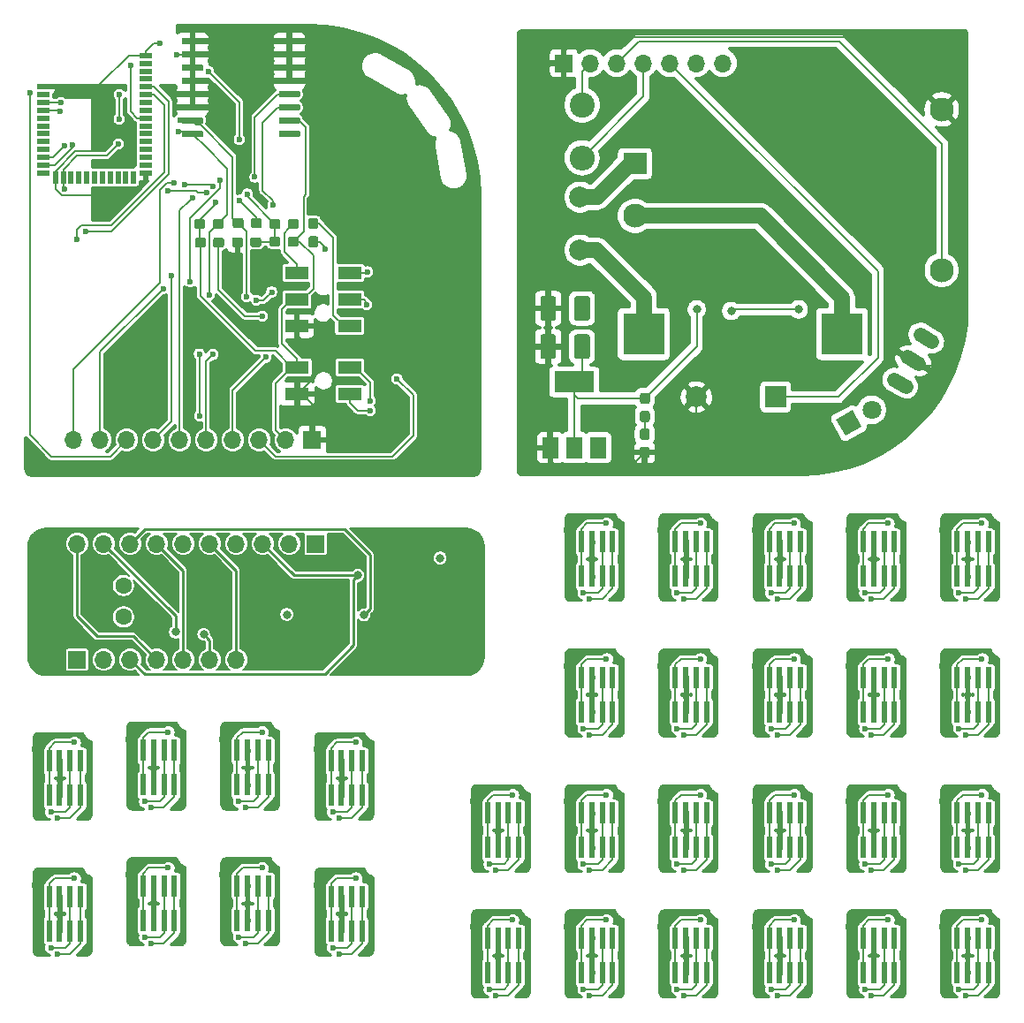
<source format=gtl>
%MOIN*%
%OFA0B0*%
%FSLAX46Y46*%
%IPPOS*%
%LPD*%
%ADD10R,0.066929133858267723X0.066929133858267723*%
%ADD11O,0.066929133858267723X0.066929133858267723*%
%ADD12C,0.062992125984251982*%
%ADD13R,0.047244094488188976X0.01968503937007874*%
%ADD14R,0.01968503937007874X0.047244094488188976*%
%ADD15C,0.0039370078740157488*%
%ADD16C,0.037401574803149609*%
%ADD17R,0.090157480314960639X0.05*%
%ADD18C,0.023622047244094488*%
%ADD19C,0.0905511811023622*%
%ADD20R,0.0905511811023622X0.07874015748031496*%
%ADD21C,0.07874015748031496*%
%ADD22R,0.15748031496062992X0.15748031496062992*%
%ADD23C,0.059055118110236227*%
%ADD24C,0.052000000000000005*%
%ADD25C,0.052000000000000005*%
%ADD26O,0.094488188976377951X0.094488188976377951*%
%ADD27C,0.094488188976377951*%
%ADD28R,0.07874015748031496X0.07874015748031496*%
%ADD29C,0.070866141732283464*%
%ADD30R,0.14960629921259844X0.07874015748031496*%
%ADD31R,0.059055118110236227X0.07874015748031496*%
%ADD32C,0.031496062992125991*%
%ADD33C,0.00984251968503937*%
%ADD34C,0.0078740157480314977*%
%ADD35C,0.059055118110236227*%
%ADD36C,0.011811023622047244*%
%ADD47R,0.01968503937007874X0.07874015748031496*%
%ADD48C,0.023622047244094488*%
%ADD49C,0.0078740157480314977*%
%ADD50C,0.01*%
%ADD51R,0.01968503937007874X0.07874015748031496*%
%ADD52C,0.023622047244094488*%
%ADD53C,0.0078740157480314977*%
%ADD54C,0.01*%
%ADD55R,0.01968503937007874X0.07874015748031496*%
%ADD56C,0.023622047244094488*%
%ADD57C,0.0078740157480314977*%
%ADD58C,0.01*%
%ADD59R,0.01968503937007874X0.07874015748031496*%
%ADD60C,0.023622047244094488*%
%ADD61C,0.0078740157480314977*%
%ADD62C,0.01*%
%ADD63R,0.01968503937007874X0.07874015748031496*%
%ADD64C,0.023622047244094488*%
%ADD65C,0.0078740157480314977*%
%ADD66C,0.01*%
%ADD67R,0.01968503937007874X0.07874015748031496*%
%ADD68C,0.023622047244094488*%
%ADD69C,0.0078740157480314977*%
%ADD70C,0.01*%
%ADD71R,0.01968503937007874X0.07874015748031496*%
%ADD72C,0.023622047244094488*%
%ADD73C,0.0078740157480314977*%
%ADD74C,0.01*%
%ADD75R,0.01968503937007874X0.07874015748031496*%
%ADD76C,0.023622047244094488*%
%ADD77C,0.0078740157480314977*%
%ADD78C,0.01*%
%ADD79R,0.01968503937007874X0.07874015748031496*%
%ADD80C,0.023622047244094488*%
%ADD81C,0.0078740157480314977*%
%ADD82C,0.01*%
%ADD83R,0.01968503937007874X0.07874015748031496*%
%ADD84C,0.023622047244094488*%
%ADD85C,0.0078740157480314977*%
%ADD86C,0.01*%
%ADD87R,0.01968503937007874X0.07874015748031496*%
%ADD88C,0.023622047244094488*%
%ADD89C,0.0078740157480314977*%
%ADD90C,0.01*%
%ADD91R,0.01968503937007874X0.07874015748031496*%
%ADD92C,0.023622047244094488*%
%ADD93C,0.0078740157480314977*%
%ADD94C,0.01*%
%ADD95R,0.01968503937007874X0.07874015748031496*%
%ADD96C,0.023622047244094488*%
%ADD97C,0.0078740157480314977*%
%ADD98C,0.01*%
%ADD99R,0.01968503937007874X0.07874015748031496*%
%ADD100C,0.023622047244094488*%
%ADD101C,0.0078740157480314977*%
%ADD102C,0.01*%
%ADD103R,0.01968503937007874X0.07874015748031496*%
%ADD104C,0.023622047244094488*%
%ADD105C,0.0078740157480314977*%
%ADD106C,0.01*%
%ADD107R,0.01968503937007874X0.07874015748031496*%
%ADD108C,0.023622047244094488*%
%ADD109C,0.0078740157480314977*%
%ADD110C,0.01*%
%ADD111R,0.01968503937007874X0.07874015748031496*%
%ADD112C,0.023622047244094488*%
%ADD113C,0.0078740157480314977*%
%ADD114C,0.01*%
%ADD115R,0.01968503937007874X0.07874015748031496*%
%ADD116C,0.023622047244094488*%
%ADD117C,0.0078740157480314977*%
%ADD118C,0.01*%
%ADD119R,0.01968503937007874X0.07874015748031496*%
%ADD120C,0.023622047244094488*%
%ADD121C,0.0078740157480314977*%
%ADD122C,0.01*%
%ADD123R,0.01968503937007874X0.07874015748031496*%
%ADD124C,0.023622047244094488*%
%ADD125C,0.0078740157480314977*%
%ADD126C,0.01*%
%ADD127R,0.01968503937007874X0.07874015748031496*%
%ADD128C,0.023622047244094488*%
%ADD129C,0.0078740157480314977*%
%ADD130C,0.01*%
%ADD131R,0.01968503937007874X0.07874015748031496*%
%ADD132C,0.023622047244094488*%
%ADD133C,0.0078740157480314977*%
%ADD134C,0.01*%
%ADD135R,0.01968503937007874X0.07874015748031496*%
%ADD136C,0.023622047244094488*%
%ADD137C,0.0078740157480314977*%
%ADD138C,0.01*%
%ADD139R,0.01968503937007874X0.07874015748031496*%
%ADD140C,0.023622047244094488*%
%ADD141C,0.0078740157480314977*%
%ADD142C,0.01*%
%ADD143R,0.01968503937007874X0.07874015748031496*%
%ADD144C,0.023622047244094488*%
%ADD145C,0.0078740157480314977*%
%ADD146C,0.01*%
%ADD147R,0.01968503937007874X0.07874015748031496*%
%ADD148C,0.023622047244094488*%
%ADD149C,0.0078740157480314977*%
%ADD150C,0.01*%
%ADD151R,0.01968503937007874X0.07874015748031496*%
%ADD152C,0.023622047244094488*%
%ADD153C,0.0078740157480314977*%
%ADD154C,0.01*%
%ADD155R,0.01968503937007874X0.07874015748031496*%
%ADD156C,0.023622047244094488*%
%ADD157C,0.0078740157480314977*%
%ADD158C,0.01*%
%ADD159R,0.01968503937007874X0.07874015748031496*%
%ADD160C,0.023622047244094488*%
%ADD161C,0.0078740157480314977*%
%ADD162C,0.01*%
%ADD163R,0.01968503937007874X0.07874015748031496*%
%ADD164C,0.023622047244094488*%
%ADD165C,0.0078740157480314977*%
%ADD166C,0.01*%
D10*
X-0005118110Y0005118110D02*
X0000363070Y0001444015D03*
D11*
X0000463070Y0001444015D03*
X0000563070Y0001444015D03*
X0000663070Y0001444015D03*
X0000763070Y0001444015D03*
X0000863070Y0001444015D03*
X0000963070Y0001444015D03*
X0000363070Y0001881811D03*
X0000463070Y0001881811D03*
X0000563070Y0001881811D03*
X0000663070Y0001881811D03*
X0000763070Y0001881811D03*
X0000863070Y0001881811D03*
X0000963070Y0001881811D03*
X0001063070Y0001881811D03*
X0001163070Y0001881811D03*
D10*
X0001263070Y0001881811D03*
D12*
X0000538543Y0001605551D03*
X0000538543Y0001723661D03*
D13*
X0000621850Y0003724173D03*
X0000621850Y0003694645D03*
X0000621850Y0003665118D03*
X0000621850Y0003635590D03*
X0000621850Y0003606062D03*
X0000621850Y0003576535D03*
X0000621850Y0003547007D03*
X0000621850Y0003517480D03*
X0000621850Y0003487952D03*
X0000621850Y0003458425D03*
X0000621850Y0003428897D03*
X0000621850Y0003399370D03*
X0000621850Y0003369842D03*
X0000621850Y0003340314D03*
X0000621850Y0003310787D03*
X0000621850Y0003281259D03*
D14*
X0000576574Y0003263543D03*
X0000547047Y0003263543D03*
X0000517519Y0003263543D03*
X0000487992Y0003263543D03*
X0000458464Y0003263543D03*
X0000428937Y0003263543D03*
X0000399409Y0003263543D03*
X0000369881Y0003263543D03*
X0000340354Y0003263543D03*
X0000310826Y0003263543D03*
X0000281299Y0003263543D03*
D13*
X0000236023Y0003281259D03*
X0000236023Y0003310787D03*
X0000236023Y0003340314D03*
X0000236023Y0003369842D03*
X0000236023Y0003399370D03*
X0000236023Y0003428897D03*
X0000236023Y0003458425D03*
X0000236023Y0003487952D03*
X0000236023Y0003517480D03*
X0000236023Y0003547007D03*
X0000236023Y0003576535D03*
X0000236023Y0003606062D03*
D15*
G36*
X0000837825Y0003107632D02*
G01*
X0000838733Y0003107497D01*
X0000839623Y0003107274D01*
X0000840487Y0003106965D01*
X0000841317Y0003106573D01*
X0000842104Y0003106101D01*
X0000842841Y0003105554D01*
X0000843521Y0003104938D01*
X0000844137Y0003104258D01*
X0000844683Y0003103521D01*
X0000845155Y0003102734D01*
X0000845548Y0003101905D01*
X0000845857Y0003101041D01*
X0000846080Y0003100150D01*
X0000846214Y0003099243D01*
X0000846259Y0003098326D01*
X0000846259Y0003079625D01*
X0000846214Y0003078709D01*
X0000846080Y0003077801D01*
X0000845857Y0003076911D01*
X0000845548Y0003076047D01*
X0000845155Y0003075218D01*
X0000844683Y0003074431D01*
X0000844137Y0003073694D01*
X0000843521Y0003073014D01*
X0000842841Y0003072398D01*
X0000842104Y0003071851D01*
X0000841317Y0003071379D01*
X0000840487Y0003070987D01*
X0000839623Y0003070678D01*
X0000838733Y0003070455D01*
X0000837825Y0003070320D01*
X0000836909Y0003070275D01*
X0000814271Y0003070275D01*
X0000813355Y0003070320D01*
X0000812447Y0003070455D01*
X0000811557Y0003070678D01*
X0000810693Y0003070987D01*
X0000809863Y0003071379D01*
X0000809076Y0003071851D01*
X0000808339Y0003072398D01*
X0000807659Y0003073014D01*
X0000807043Y0003073694D01*
X0000806497Y0003074431D01*
X0000806025Y0003075218D01*
X0000805632Y0003076047D01*
X0000805323Y0003076911D01*
X0000805100Y0003077801D01*
X0000804966Y0003078709D01*
X0000804921Y0003079625D01*
X0000804921Y0003098326D01*
X0000804966Y0003099243D01*
X0000805100Y0003100150D01*
X0000805323Y0003101041D01*
X0000805632Y0003101905D01*
X0000806025Y0003102734D01*
X0000806497Y0003103521D01*
X0000807043Y0003104258D01*
X0000807659Y0003104938D01*
X0000808339Y0003105554D01*
X0000809076Y0003106101D01*
X0000809863Y0003106573D01*
X0000810693Y0003106965D01*
X0000811557Y0003107274D01*
X0000812447Y0003107497D01*
X0000813355Y0003107632D01*
X0000814271Y0003107677D01*
X0000836909Y0003107677D01*
X0000837825Y0003107632D01*
X0000837825Y0003107632D01*
G37*
D16*
X0000825590Y0003088976D03*
D15*
G36*
X0000906723Y0003107632D02*
G01*
X0000907631Y0003107497D01*
X0000908521Y0003107274D01*
X0000909385Y0003106965D01*
X0000910214Y0003106573D01*
X0000911001Y0003106101D01*
X0000911738Y0003105554D01*
X0000912418Y0003104938D01*
X0000913035Y0003104258D01*
X0000913581Y0003103521D01*
X0000914053Y0003102734D01*
X0000914445Y0003101905D01*
X0000914754Y0003101041D01*
X0000914977Y0003100150D01*
X0000915112Y0003099243D01*
X0000915157Y0003098326D01*
X0000915157Y0003079625D01*
X0000915112Y0003078709D01*
X0000914977Y0003077801D01*
X0000914754Y0003076911D01*
X0000914445Y0003076047D01*
X0000914053Y0003075218D01*
X0000913581Y0003074431D01*
X0000913035Y0003073694D01*
X0000912418Y0003073014D01*
X0000911738Y0003072398D01*
X0000911001Y0003071851D01*
X0000910214Y0003071379D01*
X0000909385Y0003070987D01*
X0000908521Y0003070678D01*
X0000907631Y0003070455D01*
X0000906723Y0003070320D01*
X0000905807Y0003070275D01*
X0000883169Y0003070275D01*
X0000882252Y0003070320D01*
X0000881345Y0003070455D01*
X0000880454Y0003070678D01*
X0000879591Y0003070987D01*
X0000878761Y0003071379D01*
X0000877974Y0003071851D01*
X0000877237Y0003072398D01*
X0000876557Y0003073014D01*
X0000875941Y0003073694D01*
X0000875394Y0003074431D01*
X0000874922Y0003075218D01*
X0000874530Y0003076047D01*
X0000874221Y0003076911D01*
X0000873998Y0003077801D01*
X0000873863Y0003078709D01*
X0000873818Y0003079625D01*
X0000873818Y0003098326D01*
X0000873863Y0003099243D01*
X0000873998Y0003100150D01*
X0000874221Y0003101041D01*
X0000874530Y0003101905D01*
X0000874922Y0003102734D01*
X0000875394Y0003103521D01*
X0000875941Y0003104258D01*
X0000876557Y0003104938D01*
X0000877237Y0003105554D01*
X0000877974Y0003106101D01*
X0000878761Y0003106573D01*
X0000879591Y0003106965D01*
X0000880454Y0003107274D01*
X0000881345Y0003107497D01*
X0000882252Y0003107632D01*
X0000883169Y0003107677D01*
X0000905807Y0003107677D01*
X0000906723Y0003107632D01*
X0000906723Y0003107632D01*
G37*
D16*
X0000894488Y0003088976D03*
D15*
G36*
X0001264400Y0003111057D02*
G01*
X0001265308Y0003110922D01*
X0001266198Y0003110699D01*
X0001267062Y0003110390D01*
X0001267891Y0003109998D01*
X0001268679Y0003109526D01*
X0001269416Y0003108979D01*
X0001270095Y0003108363D01*
X0001270712Y0003107683D01*
X0001271258Y0003106946D01*
X0001271730Y0003106159D01*
X0001272122Y0003105330D01*
X0001272431Y0003104466D01*
X0001272654Y0003103576D01*
X0001272789Y0003102668D01*
X0001272834Y0003101751D01*
X0001272834Y0003079114D01*
X0001272789Y0003078197D01*
X0001272654Y0003077289D01*
X0001272431Y0003076399D01*
X0001272122Y0003075535D01*
X0001271730Y0003074706D01*
X0001271258Y0003073919D01*
X0001270712Y0003073182D01*
X0001270095Y0003072502D01*
X0001269416Y0003071886D01*
X0001268679Y0003071339D01*
X0001267891Y0003070867D01*
X0001267062Y0003070475D01*
X0001266198Y0003070166D01*
X0001265308Y0003069943D01*
X0001264400Y0003069808D01*
X0001263484Y0003069763D01*
X0001244783Y0003069763D01*
X0001243866Y0003069808D01*
X0001242959Y0003069943D01*
X0001242069Y0003070166D01*
X0001241205Y0003070475D01*
X0001240375Y0003070867D01*
X0001239588Y0003071339D01*
X0001238851Y0003071886D01*
X0001238171Y0003072502D01*
X0001237555Y0003073182D01*
X0001237008Y0003073919D01*
X0001236537Y0003074706D01*
X0001236144Y0003075535D01*
X0001235835Y0003076399D01*
X0001235612Y0003077289D01*
X0001235478Y0003078197D01*
X0001235433Y0003079114D01*
X0001235433Y0003101751D01*
X0001235478Y0003102668D01*
X0001235612Y0003103576D01*
X0001235835Y0003104466D01*
X0001236144Y0003105330D01*
X0001236537Y0003106159D01*
X0001237008Y0003106946D01*
X0001237555Y0003107683D01*
X0001238171Y0003108363D01*
X0001238851Y0003108979D01*
X0001239588Y0003109526D01*
X0001240375Y0003109998D01*
X0001241205Y0003110390D01*
X0001242069Y0003110699D01*
X0001242959Y0003110922D01*
X0001243866Y0003111057D01*
X0001244783Y0003111102D01*
X0001263484Y0003111102D01*
X0001264400Y0003111057D01*
X0001264400Y0003111057D01*
G37*
D16*
X0001254133Y0003090433D03*
D15*
G36*
X0001264400Y0003042159D02*
G01*
X0001265308Y0003042025D01*
X0001266198Y0003041802D01*
X0001267062Y0003041492D01*
X0001267891Y0003041100D01*
X0001268679Y0003040628D01*
X0001269416Y0003040082D01*
X0001270095Y0003039466D01*
X0001270712Y0003038786D01*
X0001271258Y0003038049D01*
X0001271730Y0003037262D01*
X0001272122Y0003036432D01*
X0001272431Y0003035568D01*
X0001272654Y0003034678D01*
X0001272789Y0003033770D01*
X0001272834Y0003032854D01*
X0001272834Y0003010216D01*
X0001272789Y0003009300D01*
X0001272654Y0003008392D01*
X0001272431Y0003007502D01*
X0001272122Y0003006638D01*
X0001271730Y0003005808D01*
X0001271258Y0003005021D01*
X0001270712Y0003004284D01*
X0001270095Y0003003604D01*
X0001269416Y0003002988D01*
X0001268679Y0003002441D01*
X0001267891Y0003001970D01*
X0001267062Y0003001577D01*
X0001266198Y0003001268D01*
X0001265308Y0003001045D01*
X0001264400Y0003000911D01*
X0001263484Y0003000866D01*
X0001244783Y0003000866D01*
X0001243866Y0003000911D01*
X0001242959Y0003001045D01*
X0001242069Y0003001268D01*
X0001241205Y0003001577D01*
X0001240375Y0003001970D01*
X0001239588Y0003002441D01*
X0001238851Y0003002988D01*
X0001238171Y0003003604D01*
X0001237555Y0003004284D01*
X0001237008Y0003005021D01*
X0001236537Y0003005808D01*
X0001236144Y0003006638D01*
X0001235835Y0003007502D01*
X0001235612Y0003008392D01*
X0001235478Y0003009300D01*
X0001235433Y0003010216D01*
X0001235433Y0003032854D01*
X0001235478Y0003033770D01*
X0001235612Y0003034678D01*
X0001235835Y0003035568D01*
X0001236144Y0003036432D01*
X0001236537Y0003037262D01*
X0001237008Y0003038049D01*
X0001237555Y0003038786D01*
X0001238171Y0003039466D01*
X0001238851Y0003040082D01*
X0001239588Y0003040628D01*
X0001240375Y0003041100D01*
X0001241205Y0003041492D01*
X0001242069Y0003041802D01*
X0001242959Y0003042025D01*
X0001243866Y0003042159D01*
X0001244783Y0003042204D01*
X0001263484Y0003042204D01*
X0001264400Y0003042159D01*
X0001264400Y0003042159D01*
G37*
D16*
X0001254133Y0003021535D03*
D17*
X0001391338Y0002902834D03*
X0001391338Y0002802834D03*
X0001391338Y0002702834D03*
X0001192519Y0002902834D03*
X0001192519Y0002802834D03*
X0001192519Y0002702834D03*
D15*
G36*
X0000982983Y0003110230D02*
G01*
X0000983891Y0003110095D01*
X0000984781Y0003109872D01*
X0000985645Y0003109563D01*
X0000986474Y0003109171D01*
X0000987261Y0003108699D01*
X0000987998Y0003108153D01*
X0000988678Y0003107536D01*
X0000989294Y0003106856D01*
X0000989841Y0003106120D01*
X0000990313Y0003105332D01*
X0000990705Y0003104503D01*
X0000991014Y0003103639D01*
X0000991237Y0003102749D01*
X0000991372Y0003101841D01*
X0000991417Y0003100925D01*
X0000991417Y0003082224D01*
X0000991372Y0003081307D01*
X0000991237Y0003080400D01*
X0000991014Y0003079510D01*
X0000990705Y0003078646D01*
X0000990313Y0003077816D01*
X0000989841Y0003077029D01*
X0000989294Y0003076292D01*
X0000988678Y0003075612D01*
X0000987998Y0003074996D01*
X0000987261Y0003074449D01*
X0000986474Y0003073978D01*
X0000985645Y0003073585D01*
X0000984781Y0003073276D01*
X0000983891Y0003073053D01*
X0000982983Y0003072919D01*
X0000982066Y0003072874D01*
X0000959429Y0003072874D01*
X0000958512Y0003072919D01*
X0000957604Y0003073053D01*
X0000956714Y0003073276D01*
X0000955850Y0003073585D01*
X0000955021Y0003073978D01*
X0000954234Y0003074449D01*
X0000953497Y0003074996D01*
X0000952817Y0003075612D01*
X0000952201Y0003076292D01*
X0000951654Y0003077029D01*
X0000951182Y0003077816D01*
X0000950790Y0003078646D01*
X0000950481Y0003079510D01*
X0000950258Y0003080400D01*
X0000950123Y0003081307D01*
X0000950078Y0003082224D01*
X0000950078Y0003100925D01*
X0000950123Y0003101841D01*
X0000950258Y0003102749D01*
X0000950481Y0003103639D01*
X0000950790Y0003104503D01*
X0000951182Y0003105332D01*
X0000951654Y0003106120D01*
X0000952201Y0003106856D01*
X0000952817Y0003107536D01*
X0000953497Y0003108153D01*
X0000954234Y0003108699D01*
X0000955021Y0003109171D01*
X0000955850Y0003109563D01*
X0000956714Y0003109872D01*
X0000957604Y0003110095D01*
X0000958512Y0003110230D01*
X0000959429Y0003110275D01*
X0000982066Y0003110275D01*
X0000982983Y0003110230D01*
X0000982983Y0003110230D01*
G37*
D16*
X0000970748Y0003091574D03*
D15*
G36*
X0001051881Y0003110230D02*
G01*
X0001052788Y0003110095D01*
X0001053678Y0003109872D01*
X0001054542Y0003109563D01*
X0001055372Y0003109171D01*
X0001056159Y0003108699D01*
X0001056896Y0003108153D01*
X0001057576Y0003107536D01*
X0001058192Y0003106856D01*
X0001058739Y0003106120D01*
X0001059210Y0003105332D01*
X0001059603Y0003104503D01*
X0001059912Y0003103639D01*
X0001060135Y0003102749D01*
X0001060269Y0003101841D01*
X0001060314Y0003100925D01*
X0001060314Y0003082224D01*
X0001060269Y0003081307D01*
X0001060135Y0003080400D01*
X0001059912Y0003079510D01*
X0001059603Y0003078646D01*
X0001059210Y0003077816D01*
X0001058739Y0003077029D01*
X0001058192Y0003076292D01*
X0001057576Y0003075612D01*
X0001056896Y0003074996D01*
X0001056159Y0003074449D01*
X0001055372Y0003073978D01*
X0001054542Y0003073585D01*
X0001053678Y0003073276D01*
X0001052788Y0003073053D01*
X0001051881Y0003072919D01*
X0001050964Y0003072874D01*
X0001028326Y0003072874D01*
X0001027410Y0003072919D01*
X0001026502Y0003073053D01*
X0001025612Y0003073276D01*
X0001024748Y0003073585D01*
X0001023919Y0003073978D01*
X0001023131Y0003074449D01*
X0001022394Y0003074996D01*
X0001021715Y0003075612D01*
X0001021098Y0003076292D01*
X0001020552Y0003077029D01*
X0001020080Y0003077816D01*
X0001019688Y0003078646D01*
X0001019378Y0003079510D01*
X0001019155Y0003080400D01*
X0001019021Y0003081307D01*
X0001018976Y0003082224D01*
X0001018976Y0003100925D01*
X0001019021Y0003101841D01*
X0001019155Y0003102749D01*
X0001019378Y0003103639D01*
X0001019688Y0003104503D01*
X0001020080Y0003105332D01*
X0001020552Y0003106120D01*
X0001021098Y0003106856D01*
X0001021715Y0003107536D01*
X0001022394Y0003108153D01*
X0001023131Y0003108699D01*
X0001023919Y0003109171D01*
X0001024748Y0003109563D01*
X0001025612Y0003109872D01*
X0001026502Y0003110095D01*
X0001027410Y0003110230D01*
X0001028326Y0003110275D01*
X0001050964Y0003110275D01*
X0001051881Y0003110230D01*
X0001051881Y0003110230D01*
G37*
D16*
X0001039645Y0003091574D03*
D17*
X0001392086Y0002546810D03*
X0001392086Y0002446811D03*
X0001193267Y0002546810D03*
X0001193267Y0002446811D03*
D15*
G36*
X0000840070Y0003036884D02*
G01*
X0000840977Y0003036749D01*
X0000841867Y0003036526D01*
X0000842731Y0003036217D01*
X0000843561Y0003035825D01*
X0000844348Y0003035353D01*
X0000845085Y0003034806D01*
X0000845765Y0003034190D01*
X0000846381Y0003033510D01*
X0000846928Y0003032773D01*
X0000847399Y0003031986D01*
X0000847792Y0003031156D01*
X0000848101Y0003030293D01*
X0000848324Y0003029402D01*
X0000848458Y0003028495D01*
X0000848503Y0003027578D01*
X0000848503Y0003008877D01*
X0000848458Y0003007961D01*
X0000848324Y0003007053D01*
X0000848101Y0003006163D01*
X0000847792Y0003005299D01*
X0000847399Y0003004470D01*
X0000846928Y0003003683D01*
X0000846381Y0003002946D01*
X0000845765Y0003002266D01*
X0000845085Y0003001649D01*
X0000844348Y0003001103D01*
X0000843561Y0003000631D01*
X0000842731Y0003000239D01*
X0000841867Y0002999930D01*
X0000840977Y0002999707D01*
X0000840070Y0002999572D01*
X0000839153Y0002999527D01*
X0000816515Y0002999527D01*
X0000815599Y0002999572D01*
X0000814691Y0002999707D01*
X0000813801Y0002999930D01*
X0000812937Y0003000239D01*
X0000812107Y0003000631D01*
X0000811320Y0003001103D01*
X0000810583Y0003001649D01*
X0000809904Y0003002266D01*
X0000809287Y0003002946D01*
X0000808741Y0003003683D01*
X0000808269Y0003004470D01*
X0000807877Y0003005299D01*
X0000807567Y0003006163D01*
X0000807345Y0003007053D01*
X0000807210Y0003007961D01*
X0000807165Y0003008877D01*
X0000807165Y0003027578D01*
X0000807210Y0003028495D01*
X0000807345Y0003029402D01*
X0000807567Y0003030293D01*
X0000807877Y0003031156D01*
X0000808269Y0003031986D01*
X0000808741Y0003032773D01*
X0000809287Y0003033510D01*
X0000809904Y0003034190D01*
X0000810583Y0003034806D01*
X0000811320Y0003035353D01*
X0000812107Y0003035825D01*
X0000812937Y0003036217D01*
X0000813801Y0003036526D01*
X0000814691Y0003036749D01*
X0000815599Y0003036884D01*
X0000816515Y0003036929D01*
X0000839153Y0003036929D01*
X0000840070Y0003036884D01*
X0000840070Y0003036884D01*
G37*
D16*
X0000827834Y0003018228D03*
D15*
G36*
X0000908967Y0003036884D02*
G01*
X0000909875Y0003036749D01*
X0000910765Y0003036526D01*
X0000911629Y0003036217D01*
X0000912458Y0003035825D01*
X0000913245Y0003035353D01*
X0000913982Y0003034806D01*
X0000914662Y0003034190D01*
X0000915279Y0003033510D01*
X0000915825Y0003032773D01*
X0000916297Y0003031986D01*
X0000916689Y0003031156D01*
X0000916998Y0003030293D01*
X0000917221Y0003029402D01*
X0000917356Y0003028495D01*
X0000917401Y0003027578D01*
X0000917401Y0003008877D01*
X0000917356Y0003007961D01*
X0000917221Y0003007053D01*
X0000916998Y0003006163D01*
X0000916689Y0003005299D01*
X0000916297Y0003004470D01*
X0000915825Y0003003683D01*
X0000915279Y0003002946D01*
X0000914662Y0003002266D01*
X0000913982Y0003001649D01*
X0000913245Y0003001103D01*
X0000912458Y0003000631D01*
X0000911629Y0003000239D01*
X0000910765Y0002999930D01*
X0000909875Y0002999707D01*
X0000908967Y0002999572D01*
X0000908051Y0002999527D01*
X0000885413Y0002999527D01*
X0000884496Y0002999572D01*
X0000883589Y0002999707D01*
X0000882699Y0002999930D01*
X0000881835Y0003000239D01*
X0000881005Y0003000631D01*
X0000880218Y0003001103D01*
X0000879481Y0003001649D01*
X0000878801Y0003002266D01*
X0000878185Y0003002946D01*
X0000877638Y0003003683D01*
X0000877167Y0003004470D01*
X0000876774Y0003005299D01*
X0000876465Y0003006163D01*
X0000876242Y0003007053D01*
X0000876107Y0003007961D01*
X0000876062Y0003008877D01*
X0000876062Y0003027578D01*
X0000876107Y0003028495D01*
X0000876242Y0003029402D01*
X0000876465Y0003030293D01*
X0000876774Y0003031156D01*
X0000877167Y0003031986D01*
X0000877638Y0003032773D01*
X0000878185Y0003033510D01*
X0000878801Y0003034190D01*
X0000879481Y0003034806D01*
X0000880218Y0003035353D01*
X0000881005Y0003035825D01*
X0000881835Y0003036217D01*
X0000882699Y0003036526D01*
X0000883589Y0003036749D01*
X0000884496Y0003036884D01*
X0000885413Y0003036929D01*
X0000908051Y0003036929D01*
X0000908967Y0003036884D01*
X0000908967Y0003036884D01*
G37*
D16*
X0000896732Y0003018228D03*
D15*
G36*
X0001199515Y0003440168D02*
G01*
X0001200089Y0003440083D01*
X0001200651Y0003439942D01*
X0001201196Y0003439747D01*
X0001201720Y0003439499D01*
X0001202217Y0003439201D01*
X0001202683Y0003438856D01*
X0001203112Y0003438467D01*
X0001203502Y0003438037D01*
X0001203847Y0003437572D01*
X0001204145Y0003437075D01*
X0001204392Y0003436551D01*
X0001204588Y0003436005D01*
X0001204729Y0003435443D01*
X0001204814Y0003434870D01*
X0001204842Y0003434291D01*
X0001204842Y0003422480D01*
X0001204814Y0003421901D01*
X0001204729Y0003421328D01*
X0001204588Y0003420766D01*
X0001204392Y0003420220D01*
X0001204145Y0003419696D01*
X0001203847Y0003419199D01*
X0001203502Y0003418733D01*
X0001203112Y0003418304D01*
X0001202683Y0003417915D01*
X0001202217Y0003417570D01*
X0001201720Y0003417272D01*
X0001201196Y0003417024D01*
X0001200651Y0003416829D01*
X0001200089Y0003416688D01*
X0001199515Y0003416603D01*
X0001198937Y0003416574D01*
X0001130039Y0003416574D01*
X0001129460Y0003416603D01*
X0001128887Y0003416688D01*
X0001128325Y0003416829D01*
X0001127779Y0003417024D01*
X0001127255Y0003417272D01*
X0001126758Y0003417570D01*
X0001126292Y0003417915D01*
X0001125863Y0003418304D01*
X0001125474Y0003418733D01*
X0001125129Y0003419199D01*
X0001124831Y0003419696D01*
X0001124583Y0003420220D01*
X0001124388Y0003420766D01*
X0001124247Y0003421328D01*
X0001124162Y0003421901D01*
X0001124133Y0003422480D01*
X0001124133Y0003434291D01*
X0001124162Y0003434870D01*
X0001124247Y0003435443D01*
X0001124388Y0003436005D01*
X0001124583Y0003436551D01*
X0001124831Y0003437075D01*
X0001125129Y0003437572D01*
X0001125474Y0003438037D01*
X0001125863Y0003438467D01*
X0001126292Y0003438856D01*
X0001126758Y0003439201D01*
X0001127255Y0003439499D01*
X0001127779Y0003439747D01*
X0001128325Y0003439942D01*
X0001128887Y0003440083D01*
X0001129460Y0003440168D01*
X0001130039Y0003440196D01*
X0001198937Y0003440196D01*
X0001199515Y0003440168D01*
X0001199515Y0003440168D01*
G37*
D18*
X0001164488Y0003428385D03*
D15*
G36*
X0001199515Y0003490168D02*
G01*
X0001200089Y0003490083D01*
X0001200651Y0003489942D01*
X0001201196Y0003489747D01*
X0001201720Y0003489499D01*
X0001202217Y0003489201D01*
X0001202683Y0003488856D01*
X0001203112Y0003488467D01*
X0001203502Y0003488037D01*
X0001203847Y0003487572D01*
X0001204145Y0003487075D01*
X0001204392Y0003486551D01*
X0001204588Y0003486005D01*
X0001204729Y0003485443D01*
X0001204814Y0003484870D01*
X0001204842Y0003484291D01*
X0001204842Y0003472480D01*
X0001204814Y0003471901D01*
X0001204729Y0003471328D01*
X0001204588Y0003470766D01*
X0001204392Y0003470220D01*
X0001204145Y0003469696D01*
X0001203847Y0003469199D01*
X0001203502Y0003468733D01*
X0001203112Y0003468304D01*
X0001202683Y0003467915D01*
X0001202217Y0003467570D01*
X0001201720Y0003467272D01*
X0001201196Y0003467024D01*
X0001200651Y0003466829D01*
X0001200089Y0003466688D01*
X0001199515Y0003466603D01*
X0001198937Y0003466574D01*
X0001130039Y0003466574D01*
X0001129460Y0003466603D01*
X0001128887Y0003466688D01*
X0001128325Y0003466829D01*
X0001127779Y0003467024D01*
X0001127255Y0003467272D01*
X0001126758Y0003467570D01*
X0001126292Y0003467915D01*
X0001125863Y0003468304D01*
X0001125474Y0003468733D01*
X0001125129Y0003469199D01*
X0001124831Y0003469696D01*
X0001124583Y0003470220D01*
X0001124388Y0003470766D01*
X0001124247Y0003471328D01*
X0001124162Y0003471901D01*
X0001124133Y0003472480D01*
X0001124133Y0003484291D01*
X0001124162Y0003484870D01*
X0001124247Y0003485443D01*
X0001124388Y0003486005D01*
X0001124583Y0003486551D01*
X0001124831Y0003487075D01*
X0001125129Y0003487572D01*
X0001125474Y0003488037D01*
X0001125863Y0003488467D01*
X0001126292Y0003488856D01*
X0001126758Y0003489201D01*
X0001127255Y0003489499D01*
X0001127779Y0003489747D01*
X0001128325Y0003489942D01*
X0001128887Y0003490083D01*
X0001129460Y0003490168D01*
X0001130039Y0003490196D01*
X0001198937Y0003490196D01*
X0001199515Y0003490168D01*
X0001199515Y0003490168D01*
G37*
D18*
X0001164488Y0003478385D03*
D15*
G36*
X0001199515Y0003540168D02*
G01*
X0001200089Y0003540083D01*
X0001200651Y0003539942D01*
X0001201196Y0003539747D01*
X0001201720Y0003539499D01*
X0001202217Y0003539201D01*
X0001202683Y0003538856D01*
X0001203112Y0003538467D01*
X0001203502Y0003538037D01*
X0001203847Y0003537572D01*
X0001204145Y0003537075D01*
X0001204392Y0003536551D01*
X0001204588Y0003536005D01*
X0001204729Y0003535443D01*
X0001204814Y0003534870D01*
X0001204842Y0003534291D01*
X0001204842Y0003522480D01*
X0001204814Y0003521901D01*
X0001204729Y0003521328D01*
X0001204588Y0003520766D01*
X0001204392Y0003520220D01*
X0001204145Y0003519696D01*
X0001203847Y0003519199D01*
X0001203502Y0003518733D01*
X0001203112Y0003518304D01*
X0001202683Y0003517915D01*
X0001202217Y0003517570D01*
X0001201720Y0003517272D01*
X0001201196Y0003517024D01*
X0001200651Y0003516829D01*
X0001200089Y0003516688D01*
X0001199515Y0003516603D01*
X0001198937Y0003516574D01*
X0001130039Y0003516574D01*
X0001129460Y0003516603D01*
X0001128887Y0003516688D01*
X0001128325Y0003516829D01*
X0001127779Y0003517024D01*
X0001127255Y0003517272D01*
X0001126758Y0003517570D01*
X0001126292Y0003517915D01*
X0001125863Y0003518304D01*
X0001125474Y0003518733D01*
X0001125129Y0003519199D01*
X0001124831Y0003519696D01*
X0001124583Y0003520220D01*
X0001124388Y0003520766D01*
X0001124247Y0003521328D01*
X0001124162Y0003521901D01*
X0001124133Y0003522480D01*
X0001124133Y0003534291D01*
X0001124162Y0003534870D01*
X0001124247Y0003535443D01*
X0001124388Y0003536005D01*
X0001124583Y0003536551D01*
X0001124831Y0003537075D01*
X0001125129Y0003537572D01*
X0001125474Y0003538037D01*
X0001125863Y0003538467D01*
X0001126292Y0003538856D01*
X0001126758Y0003539201D01*
X0001127255Y0003539499D01*
X0001127779Y0003539747D01*
X0001128325Y0003539942D01*
X0001128887Y0003540083D01*
X0001129460Y0003540168D01*
X0001130039Y0003540196D01*
X0001198937Y0003540196D01*
X0001199515Y0003540168D01*
X0001199515Y0003540168D01*
G37*
D18*
X0001164488Y0003528385D03*
D15*
G36*
X0001199515Y0003590168D02*
G01*
X0001200089Y0003590083D01*
X0001200651Y0003589942D01*
X0001201196Y0003589747D01*
X0001201720Y0003589499D01*
X0001202217Y0003589201D01*
X0001202683Y0003588856D01*
X0001203112Y0003588467D01*
X0001203502Y0003588037D01*
X0001203847Y0003587572D01*
X0001204145Y0003587075D01*
X0001204392Y0003586551D01*
X0001204588Y0003586005D01*
X0001204729Y0003585443D01*
X0001204814Y0003584870D01*
X0001204842Y0003584291D01*
X0001204842Y0003572480D01*
X0001204814Y0003571901D01*
X0001204729Y0003571328D01*
X0001204588Y0003570766D01*
X0001204392Y0003570220D01*
X0001204145Y0003569696D01*
X0001203847Y0003569199D01*
X0001203502Y0003568733D01*
X0001203112Y0003568304D01*
X0001202683Y0003567915D01*
X0001202217Y0003567570D01*
X0001201720Y0003567272D01*
X0001201196Y0003567024D01*
X0001200651Y0003566829D01*
X0001200089Y0003566688D01*
X0001199515Y0003566603D01*
X0001198937Y0003566574D01*
X0001130039Y0003566574D01*
X0001129460Y0003566603D01*
X0001128887Y0003566688D01*
X0001128325Y0003566829D01*
X0001127779Y0003567024D01*
X0001127255Y0003567272D01*
X0001126758Y0003567570D01*
X0001126292Y0003567915D01*
X0001125863Y0003568304D01*
X0001125474Y0003568733D01*
X0001125129Y0003569199D01*
X0001124831Y0003569696D01*
X0001124583Y0003570220D01*
X0001124388Y0003570766D01*
X0001124247Y0003571328D01*
X0001124162Y0003571901D01*
X0001124133Y0003572480D01*
X0001124133Y0003584291D01*
X0001124162Y0003584870D01*
X0001124247Y0003585443D01*
X0001124388Y0003586005D01*
X0001124583Y0003586551D01*
X0001124831Y0003587075D01*
X0001125129Y0003587572D01*
X0001125474Y0003588037D01*
X0001125863Y0003588467D01*
X0001126292Y0003588856D01*
X0001126758Y0003589201D01*
X0001127255Y0003589499D01*
X0001127779Y0003589747D01*
X0001128325Y0003589942D01*
X0001128887Y0003590083D01*
X0001129460Y0003590168D01*
X0001130039Y0003590196D01*
X0001198937Y0003590196D01*
X0001199515Y0003590168D01*
X0001199515Y0003590168D01*
G37*
D18*
X0001164488Y0003578385D03*
D15*
G36*
X0001199515Y0003640168D02*
G01*
X0001200089Y0003640083D01*
X0001200651Y0003639942D01*
X0001201196Y0003639747D01*
X0001201720Y0003639499D01*
X0001202217Y0003639201D01*
X0001202683Y0003638856D01*
X0001203112Y0003638467D01*
X0001203502Y0003638037D01*
X0001203847Y0003637572D01*
X0001204145Y0003637075D01*
X0001204392Y0003636551D01*
X0001204588Y0003636005D01*
X0001204729Y0003635443D01*
X0001204814Y0003634870D01*
X0001204842Y0003634291D01*
X0001204842Y0003622480D01*
X0001204814Y0003621901D01*
X0001204729Y0003621328D01*
X0001204588Y0003620766D01*
X0001204392Y0003620220D01*
X0001204145Y0003619696D01*
X0001203847Y0003619199D01*
X0001203502Y0003618733D01*
X0001203112Y0003618304D01*
X0001202683Y0003617915D01*
X0001202217Y0003617570D01*
X0001201720Y0003617272D01*
X0001201196Y0003617024D01*
X0001200651Y0003616829D01*
X0001200089Y0003616688D01*
X0001199515Y0003616603D01*
X0001198937Y0003616574D01*
X0001130039Y0003616574D01*
X0001129460Y0003616603D01*
X0001128887Y0003616688D01*
X0001128325Y0003616829D01*
X0001127779Y0003617024D01*
X0001127255Y0003617272D01*
X0001126758Y0003617570D01*
X0001126292Y0003617915D01*
X0001125863Y0003618304D01*
X0001125474Y0003618733D01*
X0001125129Y0003619199D01*
X0001124831Y0003619696D01*
X0001124583Y0003620220D01*
X0001124388Y0003620766D01*
X0001124247Y0003621328D01*
X0001124162Y0003621901D01*
X0001124133Y0003622480D01*
X0001124133Y0003634291D01*
X0001124162Y0003634870D01*
X0001124247Y0003635443D01*
X0001124388Y0003636005D01*
X0001124583Y0003636551D01*
X0001124831Y0003637075D01*
X0001125129Y0003637572D01*
X0001125474Y0003638037D01*
X0001125863Y0003638467D01*
X0001126292Y0003638856D01*
X0001126758Y0003639201D01*
X0001127255Y0003639499D01*
X0001127779Y0003639747D01*
X0001128325Y0003639942D01*
X0001128887Y0003640083D01*
X0001129460Y0003640168D01*
X0001130039Y0003640196D01*
X0001198937Y0003640196D01*
X0001199515Y0003640168D01*
X0001199515Y0003640168D01*
G37*
D18*
X0001164488Y0003628385D03*
D15*
G36*
X0001199515Y0003690168D02*
G01*
X0001200089Y0003690083D01*
X0001200651Y0003689942D01*
X0001201196Y0003689747D01*
X0001201720Y0003689499D01*
X0001202217Y0003689201D01*
X0001202683Y0003688856D01*
X0001203112Y0003688467D01*
X0001203502Y0003688037D01*
X0001203847Y0003687572D01*
X0001204145Y0003687075D01*
X0001204392Y0003686551D01*
X0001204588Y0003686005D01*
X0001204729Y0003685443D01*
X0001204814Y0003684870D01*
X0001204842Y0003684291D01*
X0001204842Y0003672480D01*
X0001204814Y0003671901D01*
X0001204729Y0003671328D01*
X0001204588Y0003670766D01*
X0001204392Y0003670220D01*
X0001204145Y0003669696D01*
X0001203847Y0003669199D01*
X0001203502Y0003668733D01*
X0001203112Y0003668304D01*
X0001202683Y0003667915D01*
X0001202217Y0003667570D01*
X0001201720Y0003667272D01*
X0001201196Y0003667024D01*
X0001200651Y0003666829D01*
X0001200089Y0003666688D01*
X0001199515Y0003666603D01*
X0001198937Y0003666574D01*
X0001130039Y0003666574D01*
X0001129460Y0003666603D01*
X0001128887Y0003666688D01*
X0001128325Y0003666829D01*
X0001127779Y0003667024D01*
X0001127255Y0003667272D01*
X0001126758Y0003667570D01*
X0001126292Y0003667915D01*
X0001125863Y0003668304D01*
X0001125474Y0003668733D01*
X0001125129Y0003669199D01*
X0001124831Y0003669696D01*
X0001124583Y0003670220D01*
X0001124388Y0003670766D01*
X0001124247Y0003671328D01*
X0001124162Y0003671901D01*
X0001124133Y0003672480D01*
X0001124133Y0003684291D01*
X0001124162Y0003684870D01*
X0001124247Y0003685443D01*
X0001124388Y0003686005D01*
X0001124583Y0003686551D01*
X0001124831Y0003687075D01*
X0001125129Y0003687572D01*
X0001125474Y0003688037D01*
X0001125863Y0003688467D01*
X0001126292Y0003688856D01*
X0001126758Y0003689201D01*
X0001127255Y0003689499D01*
X0001127779Y0003689747D01*
X0001128325Y0003689942D01*
X0001128887Y0003690083D01*
X0001129460Y0003690168D01*
X0001130039Y0003690196D01*
X0001198937Y0003690196D01*
X0001199515Y0003690168D01*
X0001199515Y0003690168D01*
G37*
D18*
X0001164488Y0003678385D03*
D15*
G36*
X0001199515Y0003740168D02*
G01*
X0001200089Y0003740083D01*
X0001200651Y0003739942D01*
X0001201196Y0003739747D01*
X0001201720Y0003739499D01*
X0001202217Y0003739201D01*
X0001202683Y0003738856D01*
X0001203112Y0003738467D01*
X0001203502Y0003738037D01*
X0001203847Y0003737572D01*
X0001204145Y0003737075D01*
X0001204392Y0003736551D01*
X0001204588Y0003736005D01*
X0001204729Y0003735443D01*
X0001204814Y0003734870D01*
X0001204842Y0003734291D01*
X0001204842Y0003722480D01*
X0001204814Y0003721901D01*
X0001204729Y0003721328D01*
X0001204588Y0003720766D01*
X0001204392Y0003720220D01*
X0001204145Y0003719696D01*
X0001203847Y0003719199D01*
X0001203502Y0003718733D01*
X0001203112Y0003718304D01*
X0001202683Y0003717915D01*
X0001202217Y0003717570D01*
X0001201720Y0003717272D01*
X0001201196Y0003717024D01*
X0001200651Y0003716829D01*
X0001200089Y0003716688D01*
X0001199515Y0003716603D01*
X0001198937Y0003716574D01*
X0001130039Y0003716574D01*
X0001129460Y0003716603D01*
X0001128887Y0003716688D01*
X0001128325Y0003716829D01*
X0001127779Y0003717024D01*
X0001127255Y0003717272D01*
X0001126758Y0003717570D01*
X0001126292Y0003717915D01*
X0001125863Y0003718304D01*
X0001125474Y0003718733D01*
X0001125129Y0003719199D01*
X0001124831Y0003719696D01*
X0001124583Y0003720220D01*
X0001124388Y0003720766D01*
X0001124247Y0003721328D01*
X0001124162Y0003721901D01*
X0001124133Y0003722480D01*
X0001124133Y0003734291D01*
X0001124162Y0003734870D01*
X0001124247Y0003735443D01*
X0001124388Y0003736005D01*
X0001124583Y0003736551D01*
X0001124831Y0003737075D01*
X0001125129Y0003737572D01*
X0001125474Y0003738037D01*
X0001125863Y0003738467D01*
X0001126292Y0003738856D01*
X0001126758Y0003739201D01*
X0001127255Y0003739499D01*
X0001127779Y0003739747D01*
X0001128325Y0003739942D01*
X0001128887Y0003740083D01*
X0001129460Y0003740168D01*
X0001130039Y0003740196D01*
X0001198937Y0003740196D01*
X0001199515Y0003740168D01*
X0001199515Y0003740168D01*
G37*
D18*
X0001164488Y0003728385D03*
D15*
G36*
X0001199515Y0003790168D02*
G01*
X0001200089Y0003790083D01*
X0001200651Y0003789942D01*
X0001201196Y0003789747D01*
X0001201720Y0003789499D01*
X0001202217Y0003789201D01*
X0001202683Y0003788856D01*
X0001203112Y0003788467D01*
X0001203502Y0003788037D01*
X0001203847Y0003787572D01*
X0001204145Y0003787075D01*
X0001204392Y0003786551D01*
X0001204588Y0003786005D01*
X0001204729Y0003785443D01*
X0001204814Y0003784870D01*
X0001204842Y0003784291D01*
X0001204842Y0003772480D01*
X0001204814Y0003771901D01*
X0001204729Y0003771328D01*
X0001204588Y0003770766D01*
X0001204392Y0003770220D01*
X0001204145Y0003769696D01*
X0001203847Y0003769199D01*
X0001203502Y0003768733D01*
X0001203112Y0003768304D01*
X0001202683Y0003767915D01*
X0001202217Y0003767570D01*
X0001201720Y0003767272D01*
X0001201196Y0003767024D01*
X0001200651Y0003766829D01*
X0001200089Y0003766688D01*
X0001199515Y0003766603D01*
X0001198937Y0003766574D01*
X0001130039Y0003766574D01*
X0001129460Y0003766603D01*
X0001128887Y0003766688D01*
X0001128325Y0003766829D01*
X0001127779Y0003767024D01*
X0001127255Y0003767272D01*
X0001126758Y0003767570D01*
X0001126292Y0003767915D01*
X0001125863Y0003768304D01*
X0001125474Y0003768733D01*
X0001125129Y0003769199D01*
X0001124831Y0003769696D01*
X0001124583Y0003770220D01*
X0001124388Y0003770766D01*
X0001124247Y0003771328D01*
X0001124162Y0003771901D01*
X0001124133Y0003772480D01*
X0001124133Y0003784291D01*
X0001124162Y0003784870D01*
X0001124247Y0003785443D01*
X0001124388Y0003786005D01*
X0001124583Y0003786551D01*
X0001124831Y0003787075D01*
X0001125129Y0003787572D01*
X0001125474Y0003788037D01*
X0001125863Y0003788467D01*
X0001126292Y0003788856D01*
X0001126758Y0003789201D01*
X0001127255Y0003789499D01*
X0001127779Y0003789747D01*
X0001128325Y0003789942D01*
X0001128887Y0003790083D01*
X0001129460Y0003790168D01*
X0001130039Y0003790196D01*
X0001198937Y0003790196D01*
X0001199515Y0003790168D01*
X0001199515Y0003790168D01*
G37*
D18*
X0001164488Y0003778385D03*
D15*
G36*
X0000833374Y0003790168D02*
G01*
X0000833947Y0003790083D01*
X0000834509Y0003789942D01*
X0000835055Y0003789747D01*
X0000835579Y0003789499D01*
X0000836076Y0003789201D01*
X0000836541Y0003788856D01*
X0000836971Y0003788467D01*
X0000837360Y0003788037D01*
X0000837705Y0003787572D01*
X0000838003Y0003787075D01*
X0000838251Y0003786551D01*
X0000838446Y0003786005D01*
X0000838587Y0003785443D01*
X0000838672Y0003784870D01*
X0000838700Y0003784291D01*
X0000838700Y0003772480D01*
X0000838672Y0003771901D01*
X0000838587Y0003771328D01*
X0000838446Y0003770766D01*
X0000838251Y0003770220D01*
X0000838003Y0003769696D01*
X0000837705Y0003769199D01*
X0000837360Y0003768733D01*
X0000836971Y0003768304D01*
X0000836541Y0003767915D01*
X0000836076Y0003767570D01*
X0000835579Y0003767272D01*
X0000835055Y0003767024D01*
X0000834509Y0003766829D01*
X0000833947Y0003766688D01*
X0000833374Y0003766603D01*
X0000832795Y0003766574D01*
X0000763897Y0003766574D01*
X0000763318Y0003766603D01*
X0000762745Y0003766688D01*
X0000762183Y0003766829D01*
X0000761637Y0003767024D01*
X0000761113Y0003767272D01*
X0000760616Y0003767570D01*
X0000760151Y0003767915D01*
X0000759721Y0003768304D01*
X0000759332Y0003768733D01*
X0000758987Y0003769199D01*
X0000758689Y0003769696D01*
X0000758441Y0003770220D01*
X0000758246Y0003770766D01*
X0000758105Y0003771328D01*
X0000758020Y0003771901D01*
X0000757992Y0003772480D01*
X0000757992Y0003784291D01*
X0000758020Y0003784870D01*
X0000758105Y0003785443D01*
X0000758246Y0003786005D01*
X0000758441Y0003786551D01*
X0000758689Y0003787075D01*
X0000758987Y0003787572D01*
X0000759332Y0003788037D01*
X0000759721Y0003788467D01*
X0000760151Y0003788856D01*
X0000760616Y0003789201D01*
X0000761113Y0003789499D01*
X0000761637Y0003789747D01*
X0000762183Y0003789942D01*
X0000762745Y0003790083D01*
X0000763318Y0003790168D01*
X0000763897Y0003790196D01*
X0000832795Y0003790196D01*
X0000833374Y0003790168D01*
X0000833374Y0003790168D01*
G37*
D18*
X0000798346Y0003778385D03*
D15*
G36*
X0000833374Y0003740168D02*
G01*
X0000833947Y0003740083D01*
X0000834509Y0003739942D01*
X0000835055Y0003739747D01*
X0000835579Y0003739499D01*
X0000836076Y0003739201D01*
X0000836541Y0003738856D01*
X0000836971Y0003738467D01*
X0000837360Y0003738037D01*
X0000837705Y0003737572D01*
X0000838003Y0003737075D01*
X0000838251Y0003736551D01*
X0000838446Y0003736005D01*
X0000838587Y0003735443D01*
X0000838672Y0003734870D01*
X0000838700Y0003734291D01*
X0000838700Y0003722480D01*
X0000838672Y0003721901D01*
X0000838587Y0003721328D01*
X0000838446Y0003720766D01*
X0000838251Y0003720220D01*
X0000838003Y0003719696D01*
X0000837705Y0003719199D01*
X0000837360Y0003718733D01*
X0000836971Y0003718304D01*
X0000836541Y0003717915D01*
X0000836076Y0003717570D01*
X0000835579Y0003717272D01*
X0000835055Y0003717024D01*
X0000834509Y0003716829D01*
X0000833947Y0003716688D01*
X0000833374Y0003716603D01*
X0000832795Y0003716574D01*
X0000763897Y0003716574D01*
X0000763318Y0003716603D01*
X0000762745Y0003716688D01*
X0000762183Y0003716829D01*
X0000761637Y0003717024D01*
X0000761113Y0003717272D01*
X0000760616Y0003717570D01*
X0000760151Y0003717915D01*
X0000759721Y0003718304D01*
X0000759332Y0003718733D01*
X0000758987Y0003719199D01*
X0000758689Y0003719696D01*
X0000758441Y0003720220D01*
X0000758246Y0003720766D01*
X0000758105Y0003721328D01*
X0000758020Y0003721901D01*
X0000757992Y0003722480D01*
X0000757992Y0003734291D01*
X0000758020Y0003734870D01*
X0000758105Y0003735443D01*
X0000758246Y0003736005D01*
X0000758441Y0003736551D01*
X0000758689Y0003737075D01*
X0000758987Y0003737572D01*
X0000759332Y0003738037D01*
X0000759721Y0003738467D01*
X0000760151Y0003738856D01*
X0000760616Y0003739201D01*
X0000761113Y0003739499D01*
X0000761637Y0003739747D01*
X0000762183Y0003739942D01*
X0000762745Y0003740083D01*
X0000763318Y0003740168D01*
X0000763897Y0003740196D01*
X0000832795Y0003740196D01*
X0000833374Y0003740168D01*
X0000833374Y0003740168D01*
G37*
D18*
X0000798346Y0003728385D03*
D15*
G36*
X0000833374Y0003690168D02*
G01*
X0000833947Y0003690083D01*
X0000834509Y0003689942D01*
X0000835055Y0003689747D01*
X0000835579Y0003689499D01*
X0000836076Y0003689201D01*
X0000836541Y0003688856D01*
X0000836971Y0003688467D01*
X0000837360Y0003688037D01*
X0000837705Y0003687572D01*
X0000838003Y0003687075D01*
X0000838251Y0003686551D01*
X0000838446Y0003686005D01*
X0000838587Y0003685443D01*
X0000838672Y0003684870D01*
X0000838700Y0003684291D01*
X0000838700Y0003672480D01*
X0000838672Y0003671901D01*
X0000838587Y0003671328D01*
X0000838446Y0003670766D01*
X0000838251Y0003670220D01*
X0000838003Y0003669696D01*
X0000837705Y0003669199D01*
X0000837360Y0003668733D01*
X0000836971Y0003668304D01*
X0000836541Y0003667915D01*
X0000836076Y0003667570D01*
X0000835579Y0003667272D01*
X0000835055Y0003667024D01*
X0000834509Y0003666829D01*
X0000833947Y0003666688D01*
X0000833374Y0003666603D01*
X0000832795Y0003666574D01*
X0000763897Y0003666574D01*
X0000763318Y0003666603D01*
X0000762745Y0003666688D01*
X0000762183Y0003666829D01*
X0000761637Y0003667024D01*
X0000761113Y0003667272D01*
X0000760616Y0003667570D01*
X0000760151Y0003667915D01*
X0000759721Y0003668304D01*
X0000759332Y0003668733D01*
X0000758987Y0003669199D01*
X0000758689Y0003669696D01*
X0000758441Y0003670220D01*
X0000758246Y0003670766D01*
X0000758105Y0003671328D01*
X0000758020Y0003671901D01*
X0000757992Y0003672480D01*
X0000757992Y0003684291D01*
X0000758020Y0003684870D01*
X0000758105Y0003685443D01*
X0000758246Y0003686005D01*
X0000758441Y0003686551D01*
X0000758689Y0003687075D01*
X0000758987Y0003687572D01*
X0000759332Y0003688037D01*
X0000759721Y0003688467D01*
X0000760151Y0003688856D01*
X0000760616Y0003689201D01*
X0000761113Y0003689499D01*
X0000761637Y0003689747D01*
X0000762183Y0003689942D01*
X0000762745Y0003690083D01*
X0000763318Y0003690168D01*
X0000763897Y0003690196D01*
X0000832795Y0003690196D01*
X0000833374Y0003690168D01*
X0000833374Y0003690168D01*
G37*
D18*
X0000798346Y0003678385D03*
D15*
G36*
X0000833374Y0003640168D02*
G01*
X0000833947Y0003640083D01*
X0000834509Y0003639942D01*
X0000835055Y0003639747D01*
X0000835579Y0003639499D01*
X0000836076Y0003639201D01*
X0000836541Y0003638856D01*
X0000836971Y0003638467D01*
X0000837360Y0003638037D01*
X0000837705Y0003637572D01*
X0000838003Y0003637075D01*
X0000838251Y0003636551D01*
X0000838446Y0003636005D01*
X0000838587Y0003635443D01*
X0000838672Y0003634870D01*
X0000838700Y0003634291D01*
X0000838700Y0003622480D01*
X0000838672Y0003621901D01*
X0000838587Y0003621328D01*
X0000838446Y0003620766D01*
X0000838251Y0003620220D01*
X0000838003Y0003619696D01*
X0000837705Y0003619199D01*
X0000837360Y0003618733D01*
X0000836971Y0003618304D01*
X0000836541Y0003617915D01*
X0000836076Y0003617570D01*
X0000835579Y0003617272D01*
X0000835055Y0003617024D01*
X0000834509Y0003616829D01*
X0000833947Y0003616688D01*
X0000833374Y0003616603D01*
X0000832795Y0003616574D01*
X0000763897Y0003616574D01*
X0000763318Y0003616603D01*
X0000762745Y0003616688D01*
X0000762183Y0003616829D01*
X0000761637Y0003617024D01*
X0000761113Y0003617272D01*
X0000760616Y0003617570D01*
X0000760151Y0003617915D01*
X0000759721Y0003618304D01*
X0000759332Y0003618733D01*
X0000758987Y0003619199D01*
X0000758689Y0003619696D01*
X0000758441Y0003620220D01*
X0000758246Y0003620766D01*
X0000758105Y0003621328D01*
X0000758020Y0003621901D01*
X0000757992Y0003622480D01*
X0000757992Y0003634291D01*
X0000758020Y0003634870D01*
X0000758105Y0003635443D01*
X0000758246Y0003636005D01*
X0000758441Y0003636551D01*
X0000758689Y0003637075D01*
X0000758987Y0003637572D01*
X0000759332Y0003638037D01*
X0000759721Y0003638467D01*
X0000760151Y0003638856D01*
X0000760616Y0003639201D01*
X0000761113Y0003639499D01*
X0000761637Y0003639747D01*
X0000762183Y0003639942D01*
X0000762745Y0003640083D01*
X0000763318Y0003640168D01*
X0000763897Y0003640196D01*
X0000832795Y0003640196D01*
X0000833374Y0003640168D01*
X0000833374Y0003640168D01*
G37*
D18*
X0000798346Y0003628385D03*
D15*
G36*
X0000833374Y0003590168D02*
G01*
X0000833947Y0003590083D01*
X0000834509Y0003589942D01*
X0000835055Y0003589747D01*
X0000835579Y0003589499D01*
X0000836076Y0003589201D01*
X0000836541Y0003588856D01*
X0000836971Y0003588467D01*
X0000837360Y0003588037D01*
X0000837705Y0003587572D01*
X0000838003Y0003587075D01*
X0000838251Y0003586551D01*
X0000838446Y0003586005D01*
X0000838587Y0003585443D01*
X0000838672Y0003584870D01*
X0000838700Y0003584291D01*
X0000838700Y0003572480D01*
X0000838672Y0003571901D01*
X0000838587Y0003571328D01*
X0000838446Y0003570766D01*
X0000838251Y0003570220D01*
X0000838003Y0003569696D01*
X0000837705Y0003569199D01*
X0000837360Y0003568733D01*
X0000836971Y0003568304D01*
X0000836541Y0003567915D01*
X0000836076Y0003567570D01*
X0000835579Y0003567272D01*
X0000835055Y0003567024D01*
X0000834509Y0003566829D01*
X0000833947Y0003566688D01*
X0000833374Y0003566603D01*
X0000832795Y0003566574D01*
X0000763897Y0003566574D01*
X0000763318Y0003566603D01*
X0000762745Y0003566688D01*
X0000762183Y0003566829D01*
X0000761637Y0003567024D01*
X0000761113Y0003567272D01*
X0000760616Y0003567570D01*
X0000760151Y0003567915D01*
X0000759721Y0003568304D01*
X0000759332Y0003568733D01*
X0000758987Y0003569199D01*
X0000758689Y0003569696D01*
X0000758441Y0003570220D01*
X0000758246Y0003570766D01*
X0000758105Y0003571328D01*
X0000758020Y0003571901D01*
X0000757992Y0003572480D01*
X0000757992Y0003584291D01*
X0000758020Y0003584870D01*
X0000758105Y0003585443D01*
X0000758246Y0003586005D01*
X0000758441Y0003586551D01*
X0000758689Y0003587075D01*
X0000758987Y0003587572D01*
X0000759332Y0003588037D01*
X0000759721Y0003588467D01*
X0000760151Y0003588856D01*
X0000760616Y0003589201D01*
X0000761113Y0003589499D01*
X0000761637Y0003589747D01*
X0000762183Y0003589942D01*
X0000762745Y0003590083D01*
X0000763318Y0003590168D01*
X0000763897Y0003590196D01*
X0000832795Y0003590196D01*
X0000833374Y0003590168D01*
X0000833374Y0003590168D01*
G37*
D18*
X0000798346Y0003578385D03*
D15*
G36*
X0000833374Y0003540168D02*
G01*
X0000833947Y0003540083D01*
X0000834509Y0003539942D01*
X0000835055Y0003539747D01*
X0000835579Y0003539499D01*
X0000836076Y0003539201D01*
X0000836541Y0003538856D01*
X0000836971Y0003538467D01*
X0000837360Y0003538037D01*
X0000837705Y0003537572D01*
X0000838003Y0003537075D01*
X0000838251Y0003536551D01*
X0000838446Y0003536005D01*
X0000838587Y0003535443D01*
X0000838672Y0003534870D01*
X0000838700Y0003534291D01*
X0000838700Y0003522480D01*
X0000838672Y0003521901D01*
X0000838587Y0003521328D01*
X0000838446Y0003520766D01*
X0000838251Y0003520220D01*
X0000838003Y0003519696D01*
X0000837705Y0003519199D01*
X0000837360Y0003518733D01*
X0000836971Y0003518304D01*
X0000836541Y0003517915D01*
X0000836076Y0003517570D01*
X0000835579Y0003517272D01*
X0000835055Y0003517024D01*
X0000834509Y0003516829D01*
X0000833947Y0003516688D01*
X0000833374Y0003516603D01*
X0000832795Y0003516574D01*
X0000763897Y0003516574D01*
X0000763318Y0003516603D01*
X0000762745Y0003516688D01*
X0000762183Y0003516829D01*
X0000761637Y0003517024D01*
X0000761113Y0003517272D01*
X0000760616Y0003517570D01*
X0000760151Y0003517915D01*
X0000759721Y0003518304D01*
X0000759332Y0003518733D01*
X0000758987Y0003519199D01*
X0000758689Y0003519696D01*
X0000758441Y0003520220D01*
X0000758246Y0003520766D01*
X0000758105Y0003521328D01*
X0000758020Y0003521901D01*
X0000757992Y0003522480D01*
X0000757992Y0003534291D01*
X0000758020Y0003534870D01*
X0000758105Y0003535443D01*
X0000758246Y0003536005D01*
X0000758441Y0003536551D01*
X0000758689Y0003537075D01*
X0000758987Y0003537572D01*
X0000759332Y0003538037D01*
X0000759721Y0003538467D01*
X0000760151Y0003538856D01*
X0000760616Y0003539201D01*
X0000761113Y0003539499D01*
X0000761637Y0003539747D01*
X0000762183Y0003539942D01*
X0000762745Y0003540083D01*
X0000763318Y0003540168D01*
X0000763897Y0003540196D01*
X0000832795Y0003540196D01*
X0000833374Y0003540168D01*
X0000833374Y0003540168D01*
G37*
D18*
X0000798346Y0003528385D03*
D15*
G36*
X0000833374Y0003490168D02*
G01*
X0000833947Y0003490083D01*
X0000834509Y0003489942D01*
X0000835055Y0003489747D01*
X0000835579Y0003489499D01*
X0000836076Y0003489201D01*
X0000836541Y0003488856D01*
X0000836971Y0003488467D01*
X0000837360Y0003488037D01*
X0000837705Y0003487572D01*
X0000838003Y0003487075D01*
X0000838251Y0003486551D01*
X0000838446Y0003486005D01*
X0000838587Y0003485443D01*
X0000838672Y0003484870D01*
X0000838700Y0003484291D01*
X0000838700Y0003472480D01*
X0000838672Y0003471901D01*
X0000838587Y0003471328D01*
X0000838446Y0003470766D01*
X0000838251Y0003470220D01*
X0000838003Y0003469696D01*
X0000837705Y0003469199D01*
X0000837360Y0003468733D01*
X0000836971Y0003468304D01*
X0000836541Y0003467915D01*
X0000836076Y0003467570D01*
X0000835579Y0003467272D01*
X0000835055Y0003467024D01*
X0000834509Y0003466829D01*
X0000833947Y0003466688D01*
X0000833374Y0003466603D01*
X0000832795Y0003466574D01*
X0000763897Y0003466574D01*
X0000763318Y0003466603D01*
X0000762745Y0003466688D01*
X0000762183Y0003466829D01*
X0000761637Y0003467024D01*
X0000761113Y0003467272D01*
X0000760616Y0003467570D01*
X0000760151Y0003467915D01*
X0000759721Y0003468304D01*
X0000759332Y0003468733D01*
X0000758987Y0003469199D01*
X0000758689Y0003469696D01*
X0000758441Y0003470220D01*
X0000758246Y0003470766D01*
X0000758105Y0003471328D01*
X0000758020Y0003471901D01*
X0000757992Y0003472480D01*
X0000757992Y0003484291D01*
X0000758020Y0003484870D01*
X0000758105Y0003485443D01*
X0000758246Y0003486005D01*
X0000758441Y0003486551D01*
X0000758689Y0003487075D01*
X0000758987Y0003487572D01*
X0000759332Y0003488037D01*
X0000759721Y0003488467D01*
X0000760151Y0003488856D01*
X0000760616Y0003489201D01*
X0000761113Y0003489499D01*
X0000761637Y0003489747D01*
X0000762183Y0003489942D01*
X0000762745Y0003490083D01*
X0000763318Y0003490168D01*
X0000763897Y0003490196D01*
X0000832795Y0003490196D01*
X0000833374Y0003490168D01*
X0000833374Y0003490168D01*
G37*
D18*
X0000798346Y0003478385D03*
D15*
G36*
X0000833374Y0003440168D02*
G01*
X0000833947Y0003440083D01*
X0000834509Y0003439942D01*
X0000835055Y0003439747D01*
X0000835579Y0003439499D01*
X0000836076Y0003439201D01*
X0000836541Y0003438856D01*
X0000836971Y0003438467D01*
X0000837360Y0003438037D01*
X0000837705Y0003437572D01*
X0000838003Y0003437075D01*
X0000838251Y0003436551D01*
X0000838446Y0003436005D01*
X0000838587Y0003435443D01*
X0000838672Y0003434870D01*
X0000838700Y0003434291D01*
X0000838700Y0003422480D01*
X0000838672Y0003421901D01*
X0000838587Y0003421328D01*
X0000838446Y0003420766D01*
X0000838251Y0003420220D01*
X0000838003Y0003419696D01*
X0000837705Y0003419199D01*
X0000837360Y0003418733D01*
X0000836971Y0003418304D01*
X0000836541Y0003417915D01*
X0000836076Y0003417570D01*
X0000835579Y0003417272D01*
X0000835055Y0003417024D01*
X0000834509Y0003416829D01*
X0000833947Y0003416688D01*
X0000833374Y0003416603D01*
X0000832795Y0003416574D01*
X0000763897Y0003416574D01*
X0000763318Y0003416603D01*
X0000762745Y0003416688D01*
X0000762183Y0003416829D01*
X0000761637Y0003417024D01*
X0000761113Y0003417272D01*
X0000760616Y0003417570D01*
X0000760151Y0003417915D01*
X0000759721Y0003418304D01*
X0000759332Y0003418733D01*
X0000758987Y0003419199D01*
X0000758689Y0003419696D01*
X0000758441Y0003420220D01*
X0000758246Y0003420766D01*
X0000758105Y0003421328D01*
X0000758020Y0003421901D01*
X0000757992Y0003422480D01*
X0000757992Y0003434291D01*
X0000758020Y0003434870D01*
X0000758105Y0003435443D01*
X0000758246Y0003436005D01*
X0000758441Y0003436551D01*
X0000758689Y0003437075D01*
X0000758987Y0003437572D01*
X0000759332Y0003438037D01*
X0000759721Y0003438467D01*
X0000760151Y0003438856D01*
X0000760616Y0003439201D01*
X0000761113Y0003439499D01*
X0000761637Y0003439747D01*
X0000762183Y0003439942D01*
X0000762745Y0003440083D01*
X0000763318Y0003440168D01*
X0000763897Y0003440196D01*
X0000832795Y0003440196D01*
X0000833374Y0003440168D01*
X0000833374Y0003440168D01*
G37*
D18*
X0000798346Y0003428385D03*
D15*
G36*
X0001049243Y0003038498D02*
G01*
X0001050150Y0003038363D01*
X0001051040Y0003038140D01*
X0001051904Y0003037831D01*
X0001052734Y0003037439D01*
X0001053521Y0003036967D01*
X0001054258Y0003036420D01*
X0001054938Y0003035804D01*
X0001055554Y0003035124D01*
X0001056101Y0003034387D01*
X0001056572Y0003033600D01*
X0001056965Y0003032771D01*
X0001057274Y0003031907D01*
X0001057497Y0003031017D01*
X0001057632Y0003030109D01*
X0001057677Y0003029192D01*
X0001057677Y0003010492D01*
X0001057632Y0003009575D01*
X0001057497Y0003008667D01*
X0001057274Y0003007777D01*
X0001056965Y0003006913D01*
X0001056572Y0003006084D01*
X0001056101Y0003005297D01*
X0001055554Y0003004560D01*
X0001054938Y0003003880D01*
X0001054258Y0003003264D01*
X0001053521Y0003002717D01*
X0001052734Y0003002245D01*
X0001051904Y0003001853D01*
X0001051040Y0003001544D01*
X0001050150Y0003001321D01*
X0001049243Y0003001186D01*
X0001048326Y0003001141D01*
X0001025688Y0003001141D01*
X0001024772Y0003001186D01*
X0001023864Y0003001321D01*
X0001022974Y0003001544D01*
X0001022110Y0003001853D01*
X0001021281Y0003002245D01*
X0001020494Y0003002717D01*
X0001019757Y0003003264D01*
X0001019077Y0003003880D01*
X0001018460Y0003004560D01*
X0001017914Y0003005297D01*
X0001017442Y0003006084D01*
X0001017050Y0003006913D01*
X0001016741Y0003007777D01*
X0001016518Y0003008667D01*
X0001016383Y0003009575D01*
X0001016338Y0003010492D01*
X0001016338Y0003029192D01*
X0001016383Y0003030109D01*
X0001016518Y0003031017D01*
X0001016741Y0003031907D01*
X0001017050Y0003032771D01*
X0001017442Y0003033600D01*
X0001017914Y0003034387D01*
X0001018460Y0003035124D01*
X0001019077Y0003035804D01*
X0001019757Y0003036420D01*
X0001020494Y0003036967D01*
X0001021281Y0003037439D01*
X0001022110Y0003037831D01*
X0001022974Y0003038140D01*
X0001023864Y0003038363D01*
X0001024772Y0003038498D01*
X0001025688Y0003038543D01*
X0001048326Y0003038543D01*
X0001049243Y0003038498D01*
X0001049243Y0003038498D01*
G37*
D16*
X0001037007Y0003019842D03*
D15*
G36*
X0000980345Y0003038498D02*
G01*
X0000981253Y0003038363D01*
X0000982143Y0003038140D01*
X0000983007Y0003037831D01*
X0000983836Y0003037439D01*
X0000984623Y0003036967D01*
X0000985360Y0003036420D01*
X0000986040Y0003035804D01*
X0000986657Y0003035124D01*
X0000987203Y0003034387D01*
X0000987675Y0003033600D01*
X0000988067Y0003032771D01*
X0000988376Y0003031907D01*
X0000988599Y0003031017D01*
X0000988734Y0003030109D01*
X0000988779Y0003029192D01*
X0000988779Y0003010492D01*
X0000988734Y0003009575D01*
X0000988599Y0003008667D01*
X0000988376Y0003007777D01*
X0000988067Y0003006913D01*
X0000987675Y0003006084D01*
X0000987203Y0003005297D01*
X0000986657Y0003004560D01*
X0000986040Y0003003880D01*
X0000985360Y0003003264D01*
X0000984623Y0003002717D01*
X0000983836Y0003002245D01*
X0000983007Y0003001853D01*
X0000982143Y0003001544D01*
X0000981253Y0003001321D01*
X0000980345Y0003001186D01*
X0000979429Y0003001141D01*
X0000956791Y0003001141D01*
X0000955874Y0003001186D01*
X0000954967Y0003001321D01*
X0000954076Y0003001544D01*
X0000953213Y0003001853D01*
X0000952383Y0003002245D01*
X0000951596Y0003002717D01*
X0000950859Y0003003264D01*
X0000950179Y0003003880D01*
X0000949563Y0003004560D01*
X0000949016Y0003005297D01*
X0000948544Y0003006084D01*
X0000948152Y0003006913D01*
X0000947843Y0003007777D01*
X0000947620Y0003008667D01*
X0000947485Y0003009575D01*
X0000947440Y0003010492D01*
X0000947440Y0003029192D01*
X0000947485Y0003030109D01*
X0000947620Y0003031017D01*
X0000947843Y0003031907D01*
X0000948152Y0003032771D01*
X0000948544Y0003033600D01*
X0000949016Y0003034387D01*
X0000949563Y0003035124D01*
X0000950179Y0003035804D01*
X0000950859Y0003036420D01*
X0000951596Y0003036967D01*
X0000952383Y0003037439D01*
X0000953213Y0003037831D01*
X0000954076Y0003038140D01*
X0000954967Y0003038363D01*
X0000955874Y0003038498D01*
X0000956791Y0003038543D01*
X0000979429Y0003038543D01*
X0000980345Y0003038498D01*
X0000980345Y0003038498D01*
G37*
D16*
X0000968110Y0003019842D03*
D15*
G36*
X0001121841Y0003107041D02*
G01*
X0001122749Y0003106906D01*
X0001123639Y0003106683D01*
X0001124503Y0003106374D01*
X0001125332Y0003105982D01*
X0001126119Y0003105510D01*
X0001126856Y0003104964D01*
X0001127536Y0003104347D01*
X0001128153Y0003103668D01*
X0001128699Y0003102931D01*
X0001129171Y0003102143D01*
X0001129563Y0003101314D01*
X0001129872Y0003100450D01*
X0001130095Y0003099560D01*
X0001130230Y0003098652D01*
X0001130275Y0003097736D01*
X0001130275Y0003079035D01*
X0001130230Y0003078118D01*
X0001130095Y0003077211D01*
X0001129872Y0003076321D01*
X0001129563Y0003075457D01*
X0001129171Y0003074627D01*
X0001128699Y0003073840D01*
X0001128153Y0003073103D01*
X0001127536Y0003072423D01*
X0001126856Y0003071807D01*
X0001126119Y0003071260D01*
X0001125332Y0003070789D01*
X0001124503Y0003070396D01*
X0001123639Y0003070087D01*
X0001122749Y0003069864D01*
X0001121841Y0003069730D01*
X0001120925Y0003069685D01*
X0001098287Y0003069685D01*
X0001097370Y0003069730D01*
X0001096463Y0003069864D01*
X0001095573Y0003070087D01*
X0001094709Y0003070396D01*
X0001093879Y0003070789D01*
X0001093092Y0003071260D01*
X0001092355Y0003071807D01*
X0001091675Y0003072423D01*
X0001091059Y0003073103D01*
X0001090512Y0003073840D01*
X0001090041Y0003074627D01*
X0001089648Y0003075457D01*
X0001089339Y0003076321D01*
X0001089116Y0003077211D01*
X0001088982Y0003078118D01*
X0001088936Y0003079035D01*
X0001088936Y0003097736D01*
X0001088982Y0003098652D01*
X0001089116Y0003099560D01*
X0001089339Y0003100450D01*
X0001089648Y0003101314D01*
X0001090041Y0003102143D01*
X0001090512Y0003102931D01*
X0001091059Y0003103668D01*
X0001091675Y0003104347D01*
X0001092355Y0003104964D01*
X0001093092Y0003105510D01*
X0001093879Y0003105982D01*
X0001094709Y0003106374D01*
X0001095573Y0003106683D01*
X0001096463Y0003106906D01*
X0001097370Y0003107041D01*
X0001098287Y0003107086D01*
X0001120925Y0003107086D01*
X0001121841Y0003107041D01*
X0001121841Y0003107041D01*
G37*
D16*
X0001109606Y0003088385D03*
D15*
G36*
X0001190739Y0003107041D02*
G01*
X0001191646Y0003106906D01*
X0001192537Y0003106683D01*
X0001193401Y0003106374D01*
X0001194230Y0003105982D01*
X0001195017Y0003105510D01*
X0001195754Y0003104964D01*
X0001196434Y0003104347D01*
X0001197050Y0003103668D01*
X0001197597Y0003102931D01*
X0001198069Y0003102143D01*
X0001198461Y0003101314D01*
X0001198770Y0003100450D01*
X0001198993Y0003099560D01*
X0001199128Y0003098652D01*
X0001199173Y0003097736D01*
X0001199173Y0003079035D01*
X0001199128Y0003078118D01*
X0001198993Y0003077211D01*
X0001198770Y0003076321D01*
X0001198461Y0003075457D01*
X0001198069Y0003074627D01*
X0001197597Y0003073840D01*
X0001197050Y0003073103D01*
X0001196434Y0003072423D01*
X0001195754Y0003071807D01*
X0001195017Y0003071260D01*
X0001194230Y0003070789D01*
X0001193401Y0003070396D01*
X0001192537Y0003070087D01*
X0001191646Y0003069864D01*
X0001190739Y0003069730D01*
X0001189822Y0003069685D01*
X0001167185Y0003069685D01*
X0001166268Y0003069730D01*
X0001165360Y0003069864D01*
X0001164470Y0003070087D01*
X0001163606Y0003070396D01*
X0001162777Y0003070789D01*
X0001161990Y0003071260D01*
X0001161253Y0003071807D01*
X0001160573Y0003072423D01*
X0001159957Y0003073103D01*
X0001159410Y0003073840D01*
X0001158938Y0003074627D01*
X0001158546Y0003075457D01*
X0001158237Y0003076321D01*
X0001158014Y0003077211D01*
X0001157879Y0003078118D01*
X0001157834Y0003079035D01*
X0001157834Y0003097736D01*
X0001157879Y0003098652D01*
X0001158014Y0003099560D01*
X0001158237Y0003100450D01*
X0001158546Y0003101314D01*
X0001158938Y0003102143D01*
X0001159410Y0003102931D01*
X0001159957Y0003103668D01*
X0001160573Y0003104347D01*
X0001161253Y0003104964D01*
X0001161990Y0003105510D01*
X0001162777Y0003105982D01*
X0001163606Y0003106374D01*
X0001164470Y0003106683D01*
X0001165360Y0003106906D01*
X0001166268Y0003107041D01*
X0001167185Y0003107086D01*
X0001189822Y0003107086D01*
X0001190739Y0003107041D01*
X0001190739Y0003107041D01*
G37*
D16*
X0001178503Y0003088385D03*
D15*
G36*
X0001121211Y0003040033D02*
G01*
X0001122119Y0003039899D01*
X0001123009Y0003039676D01*
X0001123873Y0003039366D01*
X0001124702Y0003038974D01*
X0001125490Y0003038502D01*
X0001126227Y0003037956D01*
X0001126906Y0003037340D01*
X0001127523Y0003036660D01*
X0001128069Y0003035923D01*
X0001128541Y0003035136D01*
X0001128933Y0003034306D01*
X0001129242Y0003033442D01*
X0001129465Y0003032552D01*
X0001129600Y0003031644D01*
X0001129645Y0003030728D01*
X0001129645Y0003012027D01*
X0001129600Y0003011111D01*
X0001129465Y0003010203D01*
X0001129242Y0003009313D01*
X0001128933Y0003008449D01*
X0001128541Y0003007619D01*
X0001128069Y0003006832D01*
X0001127523Y0003006095D01*
X0001126906Y0003005415D01*
X0001126227Y0003004799D01*
X0001125490Y0003004252D01*
X0001124702Y0003003781D01*
X0001123873Y0003003388D01*
X0001123009Y0003003079D01*
X0001122119Y0003002856D01*
X0001121211Y0003002722D01*
X0001120295Y0003002677D01*
X0001097657Y0003002677D01*
X0001096740Y0003002722D01*
X0001095833Y0003002856D01*
X0001094943Y0003003079D01*
X0001094079Y0003003388D01*
X0001093249Y0003003781D01*
X0001092462Y0003004252D01*
X0001091725Y0003004799D01*
X0001091045Y0003005415D01*
X0001090429Y0003006095D01*
X0001089882Y0003006832D01*
X0001089411Y0003007619D01*
X0001089018Y0003008449D01*
X0001088709Y0003009313D01*
X0001088486Y0003010203D01*
X0001088352Y0003011111D01*
X0001088307Y0003012027D01*
X0001088307Y0003030728D01*
X0001088352Y0003031644D01*
X0001088486Y0003032552D01*
X0001088709Y0003033442D01*
X0001089018Y0003034306D01*
X0001089411Y0003035136D01*
X0001089882Y0003035923D01*
X0001090429Y0003036660D01*
X0001091045Y0003037340D01*
X0001091725Y0003037956D01*
X0001092462Y0003038502D01*
X0001093249Y0003038974D01*
X0001094079Y0003039366D01*
X0001094943Y0003039676D01*
X0001095833Y0003039899D01*
X0001096740Y0003040033D01*
X0001097657Y0003040078D01*
X0001120295Y0003040078D01*
X0001121211Y0003040033D01*
X0001121211Y0003040033D01*
G37*
D16*
X0001108976Y0003021377D03*
D15*
G36*
X0001190109Y0003040033D02*
G01*
X0001191017Y0003039899D01*
X0001191907Y0003039676D01*
X0001192771Y0003039366D01*
X0001193600Y0003038974D01*
X0001194387Y0003038502D01*
X0001195124Y0003037956D01*
X0001195804Y0003037340D01*
X0001196420Y0003036660D01*
X0001196967Y0003035923D01*
X0001197439Y0003035136D01*
X0001197831Y0003034306D01*
X0001198140Y0003033442D01*
X0001198363Y0003032552D01*
X0001198498Y0003031644D01*
X0001198543Y0003030728D01*
X0001198543Y0003012027D01*
X0001198498Y0003011111D01*
X0001198363Y0003010203D01*
X0001198140Y0003009313D01*
X0001197831Y0003008449D01*
X0001197439Y0003007619D01*
X0001196967Y0003006832D01*
X0001196420Y0003006095D01*
X0001195804Y0003005415D01*
X0001195124Y0003004799D01*
X0001194387Y0003004252D01*
X0001193600Y0003003781D01*
X0001192771Y0003003388D01*
X0001191907Y0003003079D01*
X0001191017Y0003002856D01*
X0001190109Y0003002722D01*
X0001189192Y0003002677D01*
X0001166555Y0003002677D01*
X0001165638Y0003002722D01*
X0001164730Y0003002856D01*
X0001163840Y0003003079D01*
X0001162976Y0003003388D01*
X0001162147Y0003003781D01*
X0001161360Y0003004252D01*
X0001160623Y0003004799D01*
X0001159943Y0003005415D01*
X0001159327Y0003006095D01*
X0001158780Y0003006832D01*
X0001158308Y0003007619D01*
X0001157916Y0003008449D01*
X0001157607Y0003009313D01*
X0001157384Y0003010203D01*
X0001157249Y0003011111D01*
X0001157204Y0003012027D01*
X0001157204Y0003030728D01*
X0001157249Y0003031644D01*
X0001157384Y0003032552D01*
X0001157607Y0003033442D01*
X0001157916Y0003034306D01*
X0001158308Y0003035136D01*
X0001158780Y0003035923D01*
X0001159327Y0003036660D01*
X0001159943Y0003037340D01*
X0001160623Y0003037956D01*
X0001161360Y0003038502D01*
X0001162147Y0003038974D01*
X0001162976Y0003039366D01*
X0001163840Y0003039676D01*
X0001164730Y0003039899D01*
X0001165638Y0003040033D01*
X0001166555Y0003040078D01*
X0001189192Y0003040078D01*
X0001190109Y0003040033D01*
X0001190109Y0003040033D01*
G37*
D16*
X0001177874Y0003021377D03*
D10*
X0001250196Y0002273582D03*
D11*
X0001150196Y0002273582D03*
X0001050196Y0002273582D03*
X0000950196Y0002273582D03*
X0000850196Y0002273582D03*
X0000750196Y0002273582D03*
X0000650196Y0002273582D03*
X0000550196Y0002273582D03*
X0000450196Y0002273582D03*
X0000350196Y0002273582D03*
D19*
X0003625275Y0003520472D03*
D20*
X0002467795Y0003315748D03*
D19*
X0002467795Y0003118897D03*
X0003625275Y0002914173D03*
D21*
X0002259960Y0002989921D03*
X0002260354Y0003189921D03*
D22*
X0002500787Y0002672873D03*
D15*
G36*
X0002515463Y0002382710D02*
G01*
X0002516371Y0002382576D01*
X0002517261Y0002382353D01*
X0002518125Y0002382044D01*
X0002518955Y0002381651D01*
X0002519742Y0002381180D01*
X0002520479Y0002380633D01*
X0002521158Y0002380017D01*
X0002521775Y0002379337D01*
X0002522321Y0002378600D01*
X0002522793Y0002377813D01*
X0002523185Y0002376983D01*
X0002523495Y0002376119D01*
X0002523717Y0002375229D01*
X0002523852Y0002374322D01*
X0002523897Y0002373405D01*
X0002523897Y0002350767D01*
X0002523852Y0002349851D01*
X0002523717Y0002348943D01*
X0002523495Y0002348053D01*
X0002523185Y0002347189D01*
X0002522793Y0002346359D01*
X0002522321Y0002345572D01*
X0002521775Y0002344835D01*
X0002521158Y0002344155D01*
X0002520479Y0002343539D01*
X0002519742Y0002342993D01*
X0002518955Y0002342521D01*
X0002518125Y0002342129D01*
X0002517261Y0002341819D01*
X0002516371Y0002341596D01*
X0002515463Y0002341462D01*
X0002514547Y0002341417D01*
X0002495846Y0002341417D01*
X0002494929Y0002341462D01*
X0002494022Y0002341596D01*
X0002493132Y0002341819D01*
X0002492268Y0002342129D01*
X0002491438Y0002342521D01*
X0002490651Y0002342993D01*
X0002489914Y0002343539D01*
X0002489234Y0002344155D01*
X0002488618Y0002344835D01*
X0002488071Y0002345572D01*
X0002487600Y0002346359D01*
X0002487207Y0002347189D01*
X0002486898Y0002348053D01*
X0002486675Y0002348943D01*
X0002486541Y0002349851D01*
X0002486496Y0002350767D01*
X0002486496Y0002373405D01*
X0002486541Y0002374322D01*
X0002486675Y0002375229D01*
X0002486898Y0002376119D01*
X0002487207Y0002376983D01*
X0002487600Y0002377813D01*
X0002488071Y0002378600D01*
X0002488618Y0002379337D01*
X0002489234Y0002380017D01*
X0002489914Y0002380633D01*
X0002490651Y0002381180D01*
X0002491438Y0002381651D01*
X0002492268Y0002382044D01*
X0002493132Y0002382353D01*
X0002494022Y0002382576D01*
X0002494929Y0002382710D01*
X0002495846Y0002382755D01*
X0002514547Y0002382755D01*
X0002515463Y0002382710D01*
X0002515463Y0002382710D01*
G37*
D16*
X0002505196Y0002362086D03*
D15*
G36*
X0002515463Y0002451608D02*
G01*
X0002516371Y0002451473D01*
X0002517261Y0002451250D01*
X0002518125Y0002450941D01*
X0002518955Y0002450549D01*
X0002519742Y0002450077D01*
X0002520479Y0002449531D01*
X0002521158Y0002448914D01*
X0002521775Y0002448234D01*
X0002522321Y0002447497D01*
X0002522793Y0002446710D01*
X0002523185Y0002445881D01*
X0002523495Y0002445017D01*
X0002523717Y0002444127D01*
X0002523852Y0002443219D01*
X0002523897Y0002442303D01*
X0002523897Y0002419665D01*
X0002523852Y0002418748D01*
X0002523717Y0002417841D01*
X0002523495Y0002416951D01*
X0002523185Y0002416087D01*
X0002522793Y0002415257D01*
X0002522321Y0002414470D01*
X0002521775Y0002413733D01*
X0002521158Y0002413053D01*
X0002520479Y0002412437D01*
X0002519742Y0002411890D01*
X0002518955Y0002411419D01*
X0002518125Y0002411026D01*
X0002517261Y0002410717D01*
X0002516371Y0002410494D01*
X0002515463Y0002410360D01*
X0002514547Y0002410314D01*
X0002495846Y0002410314D01*
X0002494929Y0002410360D01*
X0002494022Y0002410494D01*
X0002493132Y0002410717D01*
X0002492268Y0002411026D01*
X0002491438Y0002411419D01*
X0002490651Y0002411890D01*
X0002489914Y0002412437D01*
X0002489234Y0002413053D01*
X0002488618Y0002413733D01*
X0002488071Y0002414470D01*
X0002487600Y0002415257D01*
X0002487207Y0002416087D01*
X0002486898Y0002416951D01*
X0002486675Y0002417841D01*
X0002486541Y0002418748D01*
X0002486496Y0002419665D01*
X0002486496Y0002442303D01*
X0002486541Y0002443219D01*
X0002486675Y0002444127D01*
X0002486898Y0002445017D01*
X0002487207Y0002445881D01*
X0002487600Y0002446710D01*
X0002488071Y0002447497D01*
X0002488618Y0002448234D01*
X0002489234Y0002448914D01*
X0002489914Y0002449531D01*
X0002490651Y0002450077D01*
X0002491438Y0002450549D01*
X0002492268Y0002450941D01*
X0002493132Y0002451250D01*
X0002494022Y0002451473D01*
X0002494929Y0002451608D01*
X0002495846Y0002451653D01*
X0002514547Y0002451653D01*
X0002515463Y0002451608D01*
X0002515463Y0002451608D01*
G37*
D16*
X0002505196Y0002430984D03*
D15*
G36*
X0002288838Y0002671960D02*
G01*
X0002289794Y0002671818D01*
X0002290731Y0002671584D01*
X0002291640Y0002671258D01*
X0002292513Y0002670845D01*
X0002293342Y0002670349D01*
X0002294118Y0002669773D01*
X0002294833Y0002669125D01*
X0002295482Y0002668409D01*
X0002296057Y0002667633D01*
X0002296554Y0002666805D01*
X0002296967Y0002665931D01*
X0002297292Y0002665022D01*
X0002297527Y0002664085D01*
X0002297669Y0002663130D01*
X0002297716Y0002662165D01*
X0002297716Y0002589330D01*
X0002297669Y0002588365D01*
X0002297527Y0002587410D01*
X0002297292Y0002586473D01*
X0002296967Y0002585564D01*
X0002296554Y0002584690D01*
X0002296057Y0002583862D01*
X0002295482Y0002583086D01*
X0002294833Y0002582370D01*
X0002294118Y0002581722D01*
X0002293342Y0002581146D01*
X0002292513Y0002580650D01*
X0002291640Y0002580237D01*
X0002290731Y0002579912D01*
X0002289794Y0002579677D01*
X0002288838Y0002579535D01*
X0002287873Y0002579488D01*
X0002248503Y0002579488D01*
X0002247539Y0002579535D01*
X0002246583Y0002579677D01*
X0002245646Y0002579912D01*
X0002244737Y0002580237D01*
X0002243864Y0002580650D01*
X0002243035Y0002581146D01*
X0002242259Y0002581722D01*
X0002241544Y0002582370D01*
X0002240895Y0002583086D01*
X0002240320Y0002583862D01*
X0002239823Y0002584690D01*
X0002239410Y0002585564D01*
X0002239085Y0002586473D01*
X0002238850Y0002587410D01*
X0002238708Y0002588365D01*
X0002238661Y0002589330D01*
X0002238661Y0002662165D01*
X0002238708Y0002663130D01*
X0002238850Y0002664085D01*
X0002239085Y0002665022D01*
X0002239410Y0002665931D01*
X0002239823Y0002666805D01*
X0002240320Y0002667633D01*
X0002240895Y0002668409D01*
X0002241544Y0002669125D01*
X0002242259Y0002669773D01*
X0002243035Y0002670349D01*
X0002243864Y0002670845D01*
X0002244737Y0002671258D01*
X0002245646Y0002671584D01*
X0002246583Y0002671818D01*
X0002247539Y0002671960D01*
X0002248503Y0002672007D01*
X0002287873Y0002672007D01*
X0002288838Y0002671960D01*
X0002288838Y0002671960D01*
G37*
D23*
X0002268188Y0002625748D03*
D15*
G36*
X0002160885Y0002671960D02*
G01*
X0002161841Y0002671818D01*
X0002162778Y0002671584D01*
X0002163687Y0002671258D01*
X0002164560Y0002670845D01*
X0002165389Y0002670349D01*
X0002166165Y0002669773D01*
X0002166880Y0002669125D01*
X0002167529Y0002668409D01*
X0002168104Y0002667633D01*
X0002168601Y0002666805D01*
X0002169014Y0002665931D01*
X0002169339Y0002665022D01*
X0002169574Y0002664085D01*
X0002169716Y0002663130D01*
X0002169763Y0002662165D01*
X0002169763Y0002589330D01*
X0002169716Y0002588365D01*
X0002169574Y0002587410D01*
X0002169339Y0002586473D01*
X0002169014Y0002585564D01*
X0002168601Y0002584690D01*
X0002168104Y0002583862D01*
X0002167529Y0002583086D01*
X0002166880Y0002582370D01*
X0002166165Y0002581722D01*
X0002165389Y0002581146D01*
X0002164560Y0002580650D01*
X0002163687Y0002580237D01*
X0002162778Y0002579912D01*
X0002161841Y0002579677D01*
X0002160885Y0002579535D01*
X0002159921Y0002579488D01*
X0002120551Y0002579488D01*
X0002119586Y0002579535D01*
X0002118630Y0002579677D01*
X0002117694Y0002579912D01*
X0002116784Y0002580237D01*
X0002115911Y0002580650D01*
X0002115082Y0002581146D01*
X0002114307Y0002581722D01*
X0002113591Y0002582370D01*
X0002112942Y0002583086D01*
X0002112367Y0002583862D01*
X0002111870Y0002584690D01*
X0002111457Y0002585564D01*
X0002111132Y0002586473D01*
X0002110897Y0002587410D01*
X0002110756Y0002588365D01*
X0002110708Y0002589330D01*
X0002110708Y0002662165D01*
X0002110756Y0002663130D01*
X0002110897Y0002664085D01*
X0002111132Y0002665022D01*
X0002111457Y0002665931D01*
X0002111870Y0002666805D01*
X0002112367Y0002667633D01*
X0002112942Y0002668409D01*
X0002113591Y0002669125D01*
X0002114307Y0002669773D01*
X0002115082Y0002670349D01*
X0002115911Y0002670845D01*
X0002116784Y0002671258D01*
X0002117694Y0002671584D01*
X0002118630Y0002671818D01*
X0002119586Y0002671960D01*
X0002120551Y0002672007D01*
X0002159921Y0002672007D01*
X0002160885Y0002671960D01*
X0002160885Y0002671960D01*
G37*
D23*
X0002140236Y0002625748D03*
D24*
X0003517300Y0002572899D03*
D25*
X0003539817Y0002559900D02*
X0003494783Y0002585900D01*
D24*
X0003566513Y0002658138D03*
D25*
X0003589029Y0002645138D02*
X0003543996Y0002671138D01*
D24*
X0003468088Y0002487661D03*
D25*
X0003490604Y0002474661D02*
X0003445571Y0002500661D01*
D26*
X0002268228Y0003337913D03*
D27*
X0002268228Y0003537913D03*
D15*
G36*
X0002514755Y0002247080D02*
G01*
X0002515662Y0002246946D01*
X0002516552Y0002246723D01*
X0002517416Y0002246414D01*
X0002518246Y0002246021D01*
X0002519033Y0002245550D01*
X0002519770Y0002245003D01*
X0002520450Y0002244387D01*
X0002521066Y0002243707D01*
X0002521613Y0002242970D01*
X0002522084Y0002242183D01*
X0002522477Y0002241353D01*
X0002522786Y0002240489D01*
X0002523009Y0002239599D01*
X0002523143Y0002238692D01*
X0002523188Y0002237775D01*
X0002523188Y0002215137D01*
X0002523143Y0002214221D01*
X0002523009Y0002213313D01*
X0002522786Y0002212423D01*
X0002522477Y0002211559D01*
X0002522084Y0002210730D01*
X0002521613Y0002209942D01*
X0002521066Y0002209205D01*
X0002520450Y0002208526D01*
X0002519770Y0002207909D01*
X0002519033Y0002207363D01*
X0002518246Y0002206891D01*
X0002517416Y0002206499D01*
X0002516552Y0002206190D01*
X0002515662Y0002205967D01*
X0002514755Y0002205832D01*
X0002513838Y0002205787D01*
X0002495137Y0002205787D01*
X0002494221Y0002205832D01*
X0002493313Y0002205967D01*
X0002492423Y0002206190D01*
X0002491559Y0002206499D01*
X0002490730Y0002206891D01*
X0002489942Y0002207363D01*
X0002489205Y0002207909D01*
X0002488526Y0002208526D01*
X0002487909Y0002209205D01*
X0002487363Y0002209942D01*
X0002486891Y0002210730D01*
X0002486499Y0002211559D01*
X0002486190Y0002212423D01*
X0002485967Y0002213313D01*
X0002485832Y0002214221D01*
X0002485787Y0002215137D01*
X0002485787Y0002237775D01*
X0002485832Y0002238692D01*
X0002485967Y0002239599D01*
X0002486190Y0002240489D01*
X0002486499Y0002241353D01*
X0002486891Y0002242183D01*
X0002487363Y0002242970D01*
X0002487909Y0002243707D01*
X0002488526Y0002244387D01*
X0002489205Y0002245003D01*
X0002489942Y0002245550D01*
X0002490730Y0002246021D01*
X0002491559Y0002246414D01*
X0002492423Y0002246723D01*
X0002493313Y0002246946D01*
X0002494221Y0002247080D01*
X0002495137Y0002247125D01*
X0002513838Y0002247125D01*
X0002514755Y0002247080D01*
X0002514755Y0002247080D01*
G37*
D16*
X0002504488Y0002226456D03*
D15*
G36*
X0002514755Y0002315978D02*
G01*
X0002515662Y0002315843D01*
X0002516552Y0002315620D01*
X0002517416Y0002315311D01*
X0002518246Y0002314919D01*
X0002519033Y0002314447D01*
X0002519770Y0002313901D01*
X0002520450Y0002313284D01*
X0002521066Y0002312605D01*
X0002521613Y0002311867D01*
X0002522084Y0002311080D01*
X0002522477Y0002310251D01*
X0002522786Y0002309387D01*
X0002523009Y0002308497D01*
X0002523143Y0002307589D01*
X0002523188Y0002306673D01*
X0002523188Y0002284035D01*
X0002523143Y0002283118D01*
X0002523009Y0002282211D01*
X0002522786Y0002281321D01*
X0002522477Y0002280457D01*
X0002522084Y0002279627D01*
X0002521613Y0002278840D01*
X0002521066Y0002278103D01*
X0002520450Y0002277423D01*
X0002519770Y0002276807D01*
X0002519033Y0002276260D01*
X0002518246Y0002275789D01*
X0002517416Y0002275396D01*
X0002516552Y0002275087D01*
X0002515662Y0002274864D01*
X0002514755Y0002274730D01*
X0002513838Y0002274685D01*
X0002495137Y0002274685D01*
X0002494221Y0002274730D01*
X0002493313Y0002274864D01*
X0002492423Y0002275087D01*
X0002491559Y0002275396D01*
X0002490730Y0002275789D01*
X0002489942Y0002276260D01*
X0002489205Y0002276807D01*
X0002488526Y0002277423D01*
X0002487909Y0002278103D01*
X0002487363Y0002278840D01*
X0002486891Y0002279627D01*
X0002486499Y0002280457D01*
X0002486190Y0002281321D01*
X0002485967Y0002282211D01*
X0002485832Y0002283118D01*
X0002485787Y0002284035D01*
X0002485787Y0002306673D01*
X0002485832Y0002307589D01*
X0002485967Y0002308497D01*
X0002486190Y0002309387D01*
X0002486499Y0002310251D01*
X0002486891Y0002311080D01*
X0002487363Y0002311867D01*
X0002487909Y0002312605D01*
X0002488526Y0002313284D01*
X0002489205Y0002313901D01*
X0002489942Y0002314447D01*
X0002490730Y0002314919D01*
X0002491559Y0002315311D01*
X0002492423Y0002315620D01*
X0002493313Y0002315843D01*
X0002494221Y0002315978D01*
X0002495137Y0002316023D01*
X0002513838Y0002316023D01*
X0002514755Y0002315978D01*
X0002514755Y0002315978D01*
G37*
D16*
X0002504488Y0002295354D03*
D15*
G36*
X0002160885Y0002816173D02*
G01*
X0002161841Y0002816031D01*
X0002162778Y0002815796D01*
X0002163687Y0002815471D01*
X0002164560Y0002815058D01*
X0002165389Y0002814561D01*
X0002166165Y0002813986D01*
X0002166880Y0002813337D01*
X0002167529Y0002812621D01*
X0002168104Y0002811846D01*
X0002168601Y0002811017D01*
X0002169014Y0002810144D01*
X0002169339Y0002809235D01*
X0002169574Y0002808298D01*
X0002169716Y0002807342D01*
X0002169763Y0002806377D01*
X0002169763Y0002733543D01*
X0002169716Y0002732578D01*
X0002169574Y0002731623D01*
X0002169339Y0002730686D01*
X0002169014Y0002729776D01*
X0002168601Y0002728903D01*
X0002168104Y0002728075D01*
X0002167529Y0002727299D01*
X0002166880Y0002726583D01*
X0002166165Y0002725934D01*
X0002165389Y0002725359D01*
X0002164560Y0002724862D01*
X0002163687Y0002724450D01*
X0002162778Y0002724124D01*
X0002161841Y0002723889D01*
X0002160885Y0002723748D01*
X0002159921Y0002723700D01*
X0002120551Y0002723700D01*
X0002119586Y0002723748D01*
X0002118630Y0002723889D01*
X0002117694Y0002724124D01*
X0002116784Y0002724450D01*
X0002115911Y0002724862D01*
X0002115082Y0002725359D01*
X0002114307Y0002725934D01*
X0002113591Y0002726583D01*
X0002112942Y0002727299D01*
X0002112367Y0002728075D01*
X0002111870Y0002728903D01*
X0002111457Y0002729776D01*
X0002111132Y0002730686D01*
X0002110897Y0002731623D01*
X0002110756Y0002732578D01*
X0002110708Y0002733543D01*
X0002110708Y0002806377D01*
X0002110756Y0002807342D01*
X0002110897Y0002808298D01*
X0002111132Y0002809235D01*
X0002111457Y0002810144D01*
X0002111870Y0002811017D01*
X0002112367Y0002811846D01*
X0002112942Y0002812621D01*
X0002113591Y0002813337D01*
X0002114307Y0002813986D01*
X0002115082Y0002814561D01*
X0002115911Y0002815058D01*
X0002116784Y0002815471D01*
X0002117694Y0002815796D01*
X0002118630Y0002816031D01*
X0002119586Y0002816173D01*
X0002120551Y0002816220D01*
X0002159921Y0002816220D01*
X0002160885Y0002816173D01*
X0002160885Y0002816173D01*
G37*
D23*
X0002140236Y0002769960D03*
D15*
G36*
X0002288838Y0002816173D02*
G01*
X0002289794Y0002816031D01*
X0002290731Y0002815796D01*
X0002291640Y0002815471D01*
X0002292513Y0002815058D01*
X0002293342Y0002814561D01*
X0002294118Y0002813986D01*
X0002294833Y0002813337D01*
X0002295482Y0002812621D01*
X0002296057Y0002811846D01*
X0002296554Y0002811017D01*
X0002296967Y0002810144D01*
X0002297292Y0002809235D01*
X0002297527Y0002808298D01*
X0002297669Y0002807342D01*
X0002297716Y0002806377D01*
X0002297716Y0002733543D01*
X0002297669Y0002732578D01*
X0002297527Y0002731623D01*
X0002297292Y0002730686D01*
X0002296967Y0002729776D01*
X0002296554Y0002728903D01*
X0002296057Y0002728075D01*
X0002295482Y0002727299D01*
X0002294833Y0002726583D01*
X0002294118Y0002725934D01*
X0002293342Y0002725359D01*
X0002292513Y0002724862D01*
X0002291640Y0002724450D01*
X0002290731Y0002724124D01*
X0002289794Y0002723889D01*
X0002288838Y0002723748D01*
X0002287873Y0002723700D01*
X0002248503Y0002723700D01*
X0002247539Y0002723748D01*
X0002246583Y0002723889D01*
X0002245646Y0002724124D01*
X0002244737Y0002724450D01*
X0002243864Y0002724862D01*
X0002243035Y0002725359D01*
X0002242259Y0002725934D01*
X0002241544Y0002726583D01*
X0002240895Y0002727299D01*
X0002240320Y0002728075D01*
X0002239823Y0002728903D01*
X0002239410Y0002729776D01*
X0002239085Y0002730686D01*
X0002238850Y0002731623D01*
X0002238708Y0002732578D01*
X0002238661Y0002733543D01*
X0002238661Y0002806377D01*
X0002238708Y0002807342D01*
X0002238850Y0002808298D01*
X0002239085Y0002809235D01*
X0002239410Y0002810144D01*
X0002239823Y0002811017D01*
X0002240320Y0002811846D01*
X0002240895Y0002812621D01*
X0002241544Y0002813337D01*
X0002242259Y0002813986D01*
X0002243035Y0002814561D01*
X0002243864Y0002815058D01*
X0002244737Y0002815471D01*
X0002245646Y0002815796D01*
X0002246583Y0002816031D01*
X0002247539Y0002816173D01*
X0002248503Y0002816220D01*
X0002287873Y0002816220D01*
X0002288838Y0002816173D01*
X0002288838Y0002816173D01*
G37*
D23*
X0002268188Y0002769960D03*
D28*
X0002998543Y0002435747D03*
D21*
X0002699330Y0002435747D03*
D29*
X0003274645Y0002337086D03*
D15*
G36*
X0003261676Y0002288684D02*
G01*
X0003226243Y0002350056D01*
X0003287615Y0002385489D01*
X0003323048Y0002324117D01*
X0003261676Y0002288684D01*
X0003261676Y0002288684D01*
G37*
D29*
X0003361248Y0002387086D03*
D30*
X0002239015Y0002492125D03*
D31*
X0002239015Y0002244094D03*
X0002329566Y0002244094D03*
X0002148464Y0002244094D03*
D10*
X0002199606Y0003694921D03*
D11*
X0002299606Y0003694921D03*
X0002399606Y0003694921D03*
X0002499606Y0003694921D03*
X0002599606Y0003694921D03*
X0002699606Y0003694921D03*
X0002799606Y0003694921D03*
D22*
X0003248818Y0002672873D03*
D32*
X0001422165Y0001762755D03*
X0000840472Y0001540277D03*
X0001445433Y0001612913D03*
X0000734527Y0001549290D03*
X0001154448Y0001615118D03*
X0001732637Y0001828307D03*
X0002831220Y0002760314D03*
X0003085787Y0002765590D03*
X0002334133Y0002250000D03*
X0002268188Y0002769960D03*
X0002700669Y0002765866D03*
D18*
X0000706377Y0003212204D03*
X0000850905Y0003207952D03*
X0001004921Y0003201338D03*
X0000440747Y0003606968D03*
X0001596968Y0002309133D03*
X0000738779Y0003726889D03*
X0000441850Y0003389842D03*
X0000935590Y0002974370D03*
X0000674094Y0003770551D03*
X0000472873Y0003131692D03*
X0001102677Y0003781692D03*
X0000824606Y0002597716D03*
X0000825000Y0002364448D03*
X0001570157Y0002503307D03*
X0000522637Y0003575866D03*
X0000521417Y0003484173D03*
X0000184291Y0003583661D03*
X0000719803Y0002893346D03*
X0000730393Y0003241968D03*
X0000799842Y0003188503D03*
X0000689330Y0002844960D03*
X0000875314Y0002595708D03*
X0001075984Y0002585669D03*
X0000885000Y0003171850D03*
X0000316692Y0003220078D03*
X0000518622Y0003389842D03*
X0000976377Y0003177879D03*
X0001458818Y0002907992D03*
X0001455511Y0002783307D03*
X0001469055Y0002421062D03*
X0000394685Y0003060393D03*
X0000362676Y0003031299D03*
X0001469058Y0002384487D03*
X0000301220Y0003545826D03*
X0000751220Y0003481141D03*
X0001003149Y0002814212D03*
X0000297373Y0003514566D03*
X0000744173Y0003437086D03*
X0000861141Y0002820157D03*
X0001061850Y0002740708D03*
X0001299960Y0002993267D03*
X0000974724Y0003406416D03*
X0000859094Y0003663976D03*
X0000563976Y0003688503D03*
X0000315118Y0003383188D03*
X0000769645Y0003235826D03*
X0000875590Y0003231102D03*
X0000346481Y0003386083D03*
X0001097204Y0002831496D03*
X0001038700Y0002800748D03*
X0001101920Y0003159479D03*
X0000901417Y0003255196D03*
X0001033722Y0003265394D03*
X0000790354Y0002869723D03*
D33*
X0001297244Y0001389803D02*
X0001406417Y0001498976D01*
X0000763070Y0001444015D02*
X0000763070Y0001781810D01*
X0000563070Y0001444015D02*
X0000617283Y0001389803D01*
X0001406417Y0001747007D02*
X0001422165Y0001762755D01*
X0000734527Y0001610354D02*
X0000734527Y0001571561D01*
X0000617283Y0001389803D02*
X0001297244Y0001389803D01*
X0000863070Y0001444015D02*
X0000863070Y0001517679D01*
X0000963070Y0001781810D02*
X0000863070Y0001881811D01*
X0000763070Y0001781810D02*
X0000663070Y0001881811D01*
X0001406417Y0001498976D02*
X0001406417Y0001747007D01*
X0000963070Y0001444015D02*
X0000963070Y0001781810D01*
X0000856220Y0001524529D02*
X0000840472Y0001540277D01*
X0001182125Y0001762755D02*
X0001213661Y0001762755D01*
X0000863070Y0001517679D02*
X0000856220Y0001524529D01*
X0000463070Y0001881811D02*
X0000734527Y0001610354D01*
X0001213661Y0001762755D02*
X0001422165Y0001762755D01*
X0001063070Y0001881811D02*
X0001182125Y0001762755D01*
X0000734527Y0001571561D02*
X0000734527Y0001549290D01*
X0000617480Y0001936220D02*
X0001373346Y0001936220D01*
X0001468622Y0001840944D02*
X0001468622Y0001636102D01*
X0000663070Y0001444015D02*
X0000574606Y0001532480D01*
X0000363070Y0001608700D02*
X0000363070Y0001834484D01*
X0000439291Y0001532480D02*
X0000363070Y0001608700D01*
X0000363070Y0001834484D02*
X0000363070Y0001881811D01*
X0000574606Y0001532480D02*
X0000439291Y0001532480D01*
X0001373346Y0001936220D02*
X0001468622Y0001840944D01*
X0000563070Y0001881811D02*
X0000617480Y0001936220D01*
X0001468622Y0001636102D02*
X0001445433Y0001612913D01*
D34*
X0002504488Y0002295354D02*
X0002504488Y0002361377D01*
X0002504488Y0002361377D02*
X0002505196Y0002362086D01*
D35*
X0002325787Y0003189921D02*
X0002260354Y0003189921D01*
X0002467795Y0003315748D02*
X0002451614Y0003315748D01*
X0002451614Y0003315748D02*
X0002325787Y0003189921D01*
D34*
X0003045787Y0002435747D02*
X0002998543Y0002435747D01*
X0002599606Y0003694921D02*
X0003384055Y0002910472D01*
X0003234566Y0002435747D02*
X0003045787Y0002435747D01*
X0003384055Y0002910472D02*
X0003384055Y0002585236D01*
X0003384055Y0002585236D02*
X0003234566Y0002435747D01*
X0003711377Y0003434370D02*
X0003670551Y0003475196D01*
X0003537523Y0002552677D02*
X0003613700Y0002552677D01*
X0003683582Y0002802598D02*
X0003711377Y0002830393D01*
X0003683582Y0002622559D02*
X0003683582Y0002802598D01*
X0003711377Y0002830393D02*
X0003711377Y0003434370D01*
X0003670551Y0003475196D02*
X0003625275Y0003520472D01*
X0003613700Y0002552677D02*
X0003683582Y0002622559D01*
X0003517300Y0002572899D02*
X0003537523Y0002552677D01*
X0002148464Y0002244094D02*
X0002148464Y0002196850D01*
X0002148464Y0002196850D02*
X0002194645Y0002150669D01*
X0002194645Y0002150669D02*
X0002428700Y0002150669D01*
X0002428700Y0002150669D02*
X0002504488Y0002226456D01*
X0002140236Y0002625748D02*
X0002140236Y0002252322D01*
X0002140236Y0002769960D02*
X0002140236Y0003676889D01*
X0002158267Y0003694921D02*
X0002199606Y0003694921D01*
X0002140236Y0003676889D02*
X0002158267Y0003694921D01*
X0002140236Y0002252322D02*
X0002148464Y0002244094D01*
X0002140236Y0002675944D02*
X0002140236Y0002769960D01*
X0002140236Y0002625748D02*
X0002140236Y0002675944D01*
X0003351731Y0003794016D02*
X0002257362Y0003794016D01*
X0002199606Y0003736259D02*
X0002199606Y0003694921D01*
X0003625275Y0003520472D02*
X0003351731Y0003794016D01*
X0002257362Y0003794016D02*
X0002199606Y0003736259D01*
X0002699330Y0002435747D02*
X0002699330Y0002339921D01*
X0002585866Y0002226456D02*
X0002504488Y0002226456D01*
X0002699330Y0002339921D02*
X0002585866Y0002226456D01*
X0003237559Y0003778267D02*
X0002482952Y0003778267D01*
X0003627125Y0002916023D02*
X0003627125Y0003388700D01*
X0003627125Y0003388700D02*
X0003237559Y0003778267D01*
X0002482952Y0003778267D02*
X0002399606Y0003694921D01*
X0003625275Y0002914173D02*
X0003627125Y0002916023D01*
X0002836496Y0002765590D02*
X0002831220Y0002760314D01*
X0003085787Y0002765590D02*
X0002836496Y0002765590D01*
X0002700669Y0002626456D02*
X0002700669Y0002765866D01*
X0002505196Y0002430984D02*
X0002700669Y0002626456D01*
X0002268228Y0003663543D02*
X0002299606Y0003694921D01*
X0002252913Y0002430984D02*
X0002239015Y0002444881D01*
X0002505196Y0002430984D02*
X0002252913Y0002430984D01*
X0002268188Y0002625748D02*
X0002268188Y0002521299D01*
X0002239015Y0002444881D02*
X0002239015Y0002492125D01*
X0002268188Y0002521299D02*
X0002239015Y0002492125D01*
X0002268228Y0003537913D02*
X0002268228Y0003663543D01*
X0002239015Y0002291338D02*
X0002239015Y0002492125D01*
X0002239015Y0002244094D02*
X0002239015Y0002291338D01*
X0001109606Y0003088385D02*
X0001004921Y0003193070D01*
X0001004921Y0003193070D02*
X0001004921Y0003201338D01*
X0000723081Y0003212204D02*
X0000706377Y0003212204D01*
X0000723159Y0003212126D02*
X0000723081Y0003212204D01*
X0000850905Y0003207952D02*
X0000817834Y0003207952D01*
X0000813660Y0003212126D02*
X0000723159Y0003212126D01*
X0000817834Y0003207952D02*
X0000813660Y0003212126D01*
X0001107440Y0003019842D02*
X0001108976Y0003021377D01*
X0001037007Y0003019842D02*
X0001107440Y0003019842D01*
X0001109606Y0003088385D02*
X0001109606Y0003022007D01*
X0001109606Y0003022007D02*
X0001108976Y0003021377D01*
X0001561417Y0002273582D02*
X0001596968Y0002309133D01*
X0001250196Y0002273582D02*
X0001561417Y0002273582D01*
X0001213346Y0002446811D02*
X0001193267Y0002446811D01*
X0000738779Y0003726889D02*
X0000796850Y0003726889D01*
X0000796850Y0003726889D02*
X0000798346Y0003728385D01*
X0000281299Y0003263543D02*
X0000281299Y0003287783D01*
X0000355977Y0003362461D02*
X0000414470Y0003362461D01*
X0000414470Y0003362461D02*
X0000430039Y0003378031D01*
X0000440747Y0003606968D02*
X0000440747Y0003390944D01*
X0000281299Y0003287783D02*
X0000355977Y0003362461D01*
X0000440747Y0003390944D02*
X0000441850Y0003389842D01*
X0000430039Y0003378031D02*
X0000441850Y0003389842D01*
X0001192519Y0002702834D02*
X0001192519Y0002669960D01*
X0001256299Y0002506614D02*
X0001213346Y0002463661D01*
X0001192519Y0002669960D02*
X0001256299Y0002606181D01*
X0001256299Y0002606181D02*
X0001256299Y0002506614D01*
X0001213346Y0002463661D02*
X0001213346Y0002446811D01*
X0000954960Y0002974370D02*
X0000968110Y0002987519D01*
X0000935590Y0002974370D02*
X0000954960Y0002974370D01*
X0000968110Y0002987519D02*
X0000968110Y0003019842D01*
X0000281299Y0003263543D02*
X0000281299Y0003220511D01*
X0000281299Y0003220511D02*
X0000305354Y0003196456D01*
X0000305354Y0003196456D02*
X0000474330Y0003196456D01*
X0000472873Y0003131692D02*
X0000472873Y0003194999D01*
X0000472873Y0003194999D02*
X0000474330Y0003196456D01*
X0000439842Y0003606062D02*
X0000440747Y0003606968D01*
X0000557952Y0003724173D02*
X0000452559Y0003618779D01*
X0000452559Y0003618779D02*
X0000440747Y0003606968D01*
X0000621850Y0003724173D02*
X0000557952Y0003724173D01*
X0000236023Y0003606062D02*
X0000439842Y0003606062D01*
X0000794133Y0003724173D02*
X0000798346Y0003728385D01*
X0001164488Y0003628385D02*
X0001164488Y0003778385D01*
X0000798346Y0003778385D02*
X0000798346Y0003528385D01*
X0000798346Y0003778385D02*
X0001099370Y0003778385D01*
X0001099370Y0003778385D02*
X0001102677Y0003781692D01*
X0001105984Y0003778385D02*
X0001102677Y0003781692D01*
X0001164488Y0003778385D02*
X0001105984Y0003778385D01*
X0000650511Y0003770551D02*
X0000674094Y0003770551D01*
X0000621850Y0003741889D02*
X0000650511Y0003770551D01*
X0000621850Y0003724173D02*
X0000621850Y0003741889D01*
X0001250196Y0002273582D02*
X0001250196Y0002409960D01*
X0001250196Y0002409960D02*
X0001213346Y0002446811D01*
X0000579448Y0003196456D02*
X0000621850Y0003238858D01*
X0000621850Y0003263543D02*
X0000621850Y0003281259D01*
X0000474330Y0003196456D02*
X0000579448Y0003196456D01*
X0000621850Y0003238858D02*
X0000621850Y0003263543D01*
X0000824606Y0002364842D02*
X0000825000Y0002364448D01*
X0000824606Y0002597716D02*
X0000824606Y0002364842D01*
X0001050196Y0002273582D02*
X0001111968Y0002211811D01*
X0001111968Y0002211811D02*
X0001553661Y0002211811D01*
X0001631102Y0002289251D02*
X0001631102Y0002442362D01*
X0001631102Y0002442362D02*
X0001570157Y0002503307D01*
X0001553661Y0002211811D02*
X0001631102Y0002289251D01*
X0000521417Y0003574645D02*
X0000522637Y0003575866D01*
X0000521417Y0003484173D02*
X0000521417Y0003574645D01*
X0000184291Y0002293346D02*
X0000184291Y0003566958D01*
X0000550196Y0002273582D02*
X0000487362Y0002210748D01*
X0000266889Y0002210748D02*
X0000184291Y0002293346D01*
X0000487362Y0002210748D02*
X0000266889Y0002210748D01*
X0000184291Y0003566958D02*
X0000184291Y0003583661D01*
D35*
X0002500787Y0002672873D02*
X0002500787Y0002811535D01*
X0002500787Y0002811535D02*
X0002322401Y0002989921D01*
X0002322401Y0002989921D02*
X0002259960Y0002989921D01*
D34*
X0002268228Y0003337913D02*
X0002499606Y0003569291D01*
X0002499606Y0003569291D02*
X0002499606Y0003694921D01*
X0000650196Y0002273582D02*
X0000719803Y0002343188D01*
X0000719803Y0002343188D02*
X0000719803Y0002876642D01*
X0000719803Y0002876642D02*
X0000719803Y0002893346D01*
X0000713690Y0003241968D02*
X0000730393Y0003241968D01*
X0000350196Y0002541732D02*
X0000675427Y0002866963D01*
X0000702036Y0003241968D02*
X0000713690Y0003241968D01*
X0000675427Y0003215359D02*
X0000702036Y0003241968D01*
X0000350196Y0002273582D02*
X0000350196Y0002541732D01*
X0000675427Y0002866963D02*
X0000675427Y0003215359D01*
X0000750196Y0003138858D02*
X0000788031Y0003176692D01*
X0000750196Y0002273582D02*
X0000750196Y0003138858D01*
X0000788031Y0003176692D02*
X0000799842Y0003188503D01*
X0000450196Y0002605826D02*
X0000677519Y0002833149D01*
X0000450196Y0002273582D02*
X0000450196Y0002605826D01*
X0000677519Y0002833149D02*
X0000689330Y0002844960D01*
X0000850196Y0002273582D02*
X0000850196Y0002570590D01*
X0000850196Y0002570590D02*
X0000875314Y0002595708D01*
X0000950196Y0002459881D02*
X0001075984Y0002585669D01*
X0000950196Y0002273582D02*
X0000950196Y0002459881D01*
X0000506811Y0003378031D02*
X0000518622Y0003389842D01*
X0000310826Y0003295039D02*
X0000362500Y0003346713D01*
X0000475493Y0003346713D02*
X0000506811Y0003378031D01*
X0000310826Y0003263543D02*
X0000310826Y0003295039D01*
X0000362500Y0003346713D02*
X0000475493Y0003346713D01*
X0001037047Y0002609291D02*
X0001110708Y0002609291D01*
X0000827834Y0003018228D02*
X0000827834Y0002818503D01*
X0000827834Y0002818503D02*
X0001037047Y0002609291D01*
X0001110708Y0002609291D02*
X0001173188Y0002546810D01*
X0001173188Y0002546810D02*
X0001193267Y0002546810D01*
X0000885000Y0003164251D02*
X0000885000Y0003171850D01*
X0000825590Y0003104842D02*
X0000885000Y0003164251D01*
X0000825590Y0003088976D02*
X0000825590Y0003104842D01*
X0001203694Y0003021377D02*
X0001254921Y0002970151D01*
X0001212598Y0002802834D02*
X0001192519Y0002802834D01*
X0001177874Y0003021377D02*
X0001203694Y0003021377D01*
X0001254921Y0002845157D02*
X0001212598Y0002802834D01*
X0001254921Y0002970151D02*
X0001254921Y0002845157D01*
X0001112519Y0002311259D02*
X0001112519Y0002486141D01*
X0001150196Y0002273582D02*
X0001112519Y0002311259D01*
X0001112519Y0002486141D02*
X0001173188Y0002546810D01*
X0001197522Y0003041026D02*
X0001177874Y0003021377D01*
X0001226850Y0003199842D02*
X0001217401Y0003190393D01*
X0001202125Y0003478385D02*
X0001226850Y0003453661D01*
X0001226850Y0003453661D02*
X0001226850Y0003199842D01*
X0001217401Y0003190393D02*
X0001217401Y0003060905D01*
X0001217401Y0003060905D02*
X0001197522Y0003041026D01*
X0001164488Y0003478385D02*
X0001202125Y0003478385D01*
X0001135629Y0002637322D02*
X0001193267Y0002579685D01*
X0001172440Y0002802834D02*
X0001135629Y0002766023D01*
X0001193267Y0002579685D02*
X0001193267Y0002546810D01*
X0001192519Y0002802834D02*
X0001172440Y0002802834D01*
X0001135629Y0002766023D02*
X0001135629Y0002637322D01*
X0000310826Y0003263543D02*
X0000310826Y0003225944D01*
X0000310826Y0003225944D02*
X0000316692Y0003220078D01*
X0000825590Y0003020472D02*
X0000827834Y0003018228D01*
X0000825590Y0003088976D02*
X0000825590Y0003020472D01*
X0001039645Y0003091574D02*
X0001039645Y0003114611D01*
X0001039645Y0003114611D02*
X0000976377Y0003177879D01*
X0001453661Y0002902834D02*
X0001458818Y0002907992D01*
X0001391338Y0002902834D02*
X0001453661Y0002902834D01*
X0001444291Y0002802834D02*
X0001455511Y0002791614D01*
X0001391338Y0002802834D02*
X0001444291Y0002802834D01*
X0001455511Y0002791614D02*
X0001455511Y0002783307D01*
X0001276771Y0003090433D02*
X0001330078Y0003037125D01*
X0001330078Y0002744015D02*
X0001371259Y0002702834D01*
X0001371259Y0002702834D02*
X0001391338Y0002702834D01*
X0001254133Y0003090433D02*
X0001276771Y0003090433D01*
X0001330078Y0003037125D02*
X0001330078Y0002744015D01*
X0001192519Y0002902834D02*
X0001192519Y0002935708D01*
X0001145393Y0003055275D02*
X0001158855Y0003068737D01*
X0001158855Y0003068737D02*
X0001178503Y0003088385D01*
X0001192519Y0002935708D02*
X0001145393Y0002982835D01*
X0001145393Y0002982835D02*
X0001145393Y0003055275D01*
X0000491141Y0003060393D02*
X0000411388Y0003060393D01*
X0000708622Y0003277874D02*
X0000491141Y0003060393D01*
X0000653346Y0003606062D02*
X0000708622Y0003550786D01*
X0000708622Y0003550786D02*
X0000708622Y0003277874D01*
X0000411388Y0003060393D02*
X0000394685Y0003060393D01*
X0000621850Y0003606062D02*
X0000653346Y0003606062D01*
X0001412165Y0002546810D02*
X0001469055Y0002489921D01*
X0001469055Y0002489921D02*
X0001469055Y0002437766D01*
X0001469055Y0002437766D02*
X0001469055Y0002421062D01*
X0001392086Y0002546810D02*
X0001412165Y0002546810D01*
X0001452354Y0002384487D02*
X0001469058Y0002384487D01*
X0001392086Y0002446811D02*
X0001392086Y0002413936D01*
X0001392086Y0002413936D02*
X0001421535Y0002384487D01*
X0001421535Y0002384487D02*
X0001452354Y0002384487D01*
X0000692873Y0003537007D02*
X0000692873Y0003284397D01*
X0000492492Y0003084015D02*
X0000380304Y0003084015D01*
X0000380304Y0003084015D02*
X0000362676Y0003066387D01*
X0000692873Y0003284397D02*
X0000492492Y0003084015D01*
X0000653346Y0003576535D02*
X0000692873Y0003537007D01*
X0000621850Y0003576535D02*
X0000653346Y0003576535D01*
X0000362676Y0003048002D02*
X0000362676Y0003031299D01*
X0000362676Y0003066387D02*
X0000362676Y0003048002D01*
D35*
X0003248818Y0002810669D02*
X0003248818Y0002672873D01*
X0002467795Y0003118897D02*
X0002940590Y0003118897D01*
X0002940590Y0003118897D02*
X0003248818Y0002810669D01*
D34*
X0000970748Y0003091574D02*
X0001003149Y0003059173D01*
X0001003149Y0003059173D02*
X0001003149Y0002830915D01*
X0001003149Y0002830915D02*
X0001003149Y0002814212D01*
X0000795590Y0003481141D02*
X0000798346Y0003478385D01*
X0000751220Y0003481141D02*
X0000795590Y0003481141D01*
X0000236023Y0003547007D02*
X0000300039Y0003547007D01*
X0000300039Y0003547007D02*
X0000301220Y0003545826D01*
X0000812941Y0003463790D02*
X0000798346Y0003478385D01*
X0000950433Y0003341709D02*
X0000828351Y0003463790D01*
X0000828351Y0003463790D02*
X0000812941Y0003463790D01*
X0000950433Y0003111889D02*
X0000950433Y0003341709D01*
X0000970748Y0003091574D02*
X0000950433Y0003111889D01*
X0000861141Y0003055629D02*
X0000861141Y0002836860D01*
X0000861141Y0002836860D02*
X0000861141Y0002820157D01*
X0000894488Y0003088976D02*
X0000861141Y0003055629D01*
X0000744173Y0003437086D02*
X0000789645Y0003437086D01*
X0000789645Y0003437086D02*
X0000798346Y0003428385D01*
X0000236023Y0003517480D02*
X0000294459Y0003517480D01*
X0000294459Y0003517480D02*
X0000297373Y0003514566D01*
X0000928228Y0003122716D02*
X0000928228Y0003298503D01*
X0000894488Y0003088976D02*
X0000928228Y0003122716D01*
X0000847834Y0003378897D02*
X0000798346Y0003428385D01*
X0000928228Y0003298503D02*
X0000847834Y0003378897D01*
X0001299960Y0002993267D02*
X0001299960Y0003001102D01*
X0001279527Y0003021535D02*
X0001254133Y0003021535D01*
X0001299960Y0003001102D02*
X0001279527Y0003021535D01*
X0000896732Y0002840196D02*
X0000896732Y0002995590D01*
X0000896732Y0002995590D02*
X0000896732Y0003018228D01*
X0000996220Y0002740708D02*
X0000896732Y0002840196D01*
X0001061850Y0002740708D02*
X0000996220Y0002740708D01*
X0000974724Y0003548346D02*
X0000974724Y0003423120D01*
X0000859094Y0003663976D02*
X0000974724Y0003548346D01*
X0000974724Y0003423120D02*
X0000974724Y0003406416D01*
X0000621850Y0003487952D02*
X0000590354Y0003487952D01*
X0000590354Y0003487952D02*
X0000563976Y0003514330D01*
X0000563976Y0003671800D02*
X0000563976Y0003688503D01*
X0000563976Y0003514330D02*
X0000563976Y0003671800D01*
X0000303307Y0003371377D02*
X0000315118Y0003383188D01*
X0000272244Y0003340314D02*
X0000303307Y0003371377D01*
X0000236023Y0003340314D02*
X0000272244Y0003340314D01*
X0000236023Y0003310787D02*
X0000279488Y0003310787D01*
X0000346481Y0003377780D02*
X0000346481Y0003386083D01*
X0000279488Y0003310787D02*
X0000346481Y0003377780D01*
X0000870866Y0003235826D02*
X0000875590Y0003231102D01*
X0000769645Y0003235826D02*
X0000870866Y0003235826D01*
X0001038700Y0002800748D02*
X0001066456Y0002800748D01*
X0001066456Y0002800748D02*
X0001085393Y0002819685D01*
X0001085393Y0002819685D02*
X0001097204Y0002831496D01*
X0001062874Y0003471062D02*
X0001062874Y0003215228D01*
X0001101920Y0003176182D02*
X0001101920Y0003159479D01*
X0001164488Y0003528385D02*
X0001120196Y0003528385D01*
X0001120196Y0003528385D02*
X0001062874Y0003471062D01*
X0001062874Y0003215228D02*
X0001101920Y0003176182D01*
X0001120196Y0003578385D02*
X0001033722Y0003491911D01*
X0001033722Y0003282097D02*
X0001033722Y0003265394D01*
X0001164488Y0003578385D02*
X0001120196Y0003578385D01*
X0001033722Y0003491911D02*
X0001033722Y0003282097D01*
X0000790354Y0003111417D02*
X0000790354Y0002886426D01*
X0000790354Y0002886426D02*
X0000790354Y0002869723D01*
X0000901417Y0003255196D02*
X0000901417Y0003222480D01*
X0000901417Y0003222480D02*
X0000790354Y0003111417D01*
D36*
G36*
X0003709940Y0003817190D02*
G01*
X0003712307Y0003816475D01*
X0003714490Y0003815315D01*
X0003716406Y0003813752D01*
X0003717982Y0003811847D01*
X0003719158Y0003809672D01*
X0003719889Y0003807311D01*
X0003720275Y0003803636D01*
X0003720275Y0002773956D01*
X0003717236Y0002711742D01*
X0003708236Y0002650767D01*
X0003693328Y0002590961D01*
X0003672656Y0002532895D01*
X0003646416Y0002477123D01*
X0003614859Y0002424178D01*
X0003578286Y0002374566D01*
X0003537046Y0002328759D01*
X0003491533Y0002287195D01*
X0003442181Y0002250270D01*
X0003389461Y0002218338D01*
X0003333878Y0002191703D01*
X0003275960Y0002170618D01*
X0003216261Y0002155286D01*
X0003155351Y0002145853D01*
X0003093209Y0002142375D01*
X0003089321Y0002142362D01*
X0002043425Y0002142362D01*
X0002039665Y0002142730D01*
X0002037298Y0002143445D01*
X0002035115Y0002144606D01*
X0002033199Y0002146168D01*
X0002031623Y0002148073D01*
X0002030447Y0002150248D01*
X0002029716Y0002152610D01*
X0002029330Y0002156284D01*
X0002029330Y0002204724D01*
X0002092906Y0002204724D01*
X0002093406Y0002199646D01*
X0002094887Y0002194762D01*
X0002097293Y0002190262D01*
X0002100530Y0002186317D01*
X0002104475Y0002183080D01*
X0002108975Y0002180675D01*
X0002113858Y0002179193D01*
X0002118937Y0002178693D01*
X0002137893Y0002178818D01*
X0002144370Y0002185295D01*
X0002144370Y0002240000D01*
X0002099507Y0002240000D01*
X0002093031Y0002233523D01*
X0002092906Y0002204724D01*
X0002029330Y0002204724D01*
X0002029330Y0002283464D01*
X0002092906Y0002283464D01*
X0002093031Y0002254665D01*
X0002099507Y0002248188D01*
X0002144370Y0002248188D01*
X0002144370Y0002302893D01*
X0002137893Y0002309370D01*
X0002118937Y0002309495D01*
X0002113858Y0002308995D01*
X0002108975Y0002307513D01*
X0002104475Y0002305108D01*
X0002100530Y0002301871D01*
X0002097293Y0002297926D01*
X0002094887Y0002293426D01*
X0002093406Y0002288542D01*
X0002092906Y0002283464D01*
X0002029330Y0002283464D01*
X0002029330Y0002531496D01*
X0002138498Y0002531496D01*
X0002138498Y0002452755D01*
X0002138992Y0002447739D01*
X0002140455Y0002442915D01*
X0002142831Y0002438469D01*
X0002146029Y0002434573D01*
X0002149926Y0002431375D01*
X0002154372Y0002428998D01*
X0002159195Y0002427535D01*
X0002164212Y0002427041D01*
X0002209488Y0002427041D01*
X0002209488Y0002309178D01*
X0002204471Y0002308684D01*
X0002199647Y0002307221D01*
X0002195202Y0002304845D01*
X0002193988Y0002303849D01*
X0002192454Y0002305108D01*
X0002187953Y0002307513D01*
X0002183070Y0002308995D01*
X0002177992Y0002309495D01*
X0002159035Y0002309370D01*
X0002152559Y0002302893D01*
X0002152559Y0002248188D01*
X0002153346Y0002248188D01*
X0002153346Y0002240000D01*
X0002152559Y0002240000D01*
X0002152559Y0002185295D01*
X0002159035Y0002178818D01*
X0002177992Y0002178693D01*
X0002183070Y0002179193D01*
X0002187953Y0002180675D01*
X0002192454Y0002183080D01*
X0002193988Y0002184339D01*
X0002195202Y0002183343D01*
X0002199647Y0002180967D01*
X0002204471Y0002179504D01*
X0002209488Y0002179010D01*
X0002268543Y0002179010D01*
X0002273559Y0002179504D01*
X0002278383Y0002180967D01*
X0002282829Y0002183343D01*
X0002284291Y0002184543D01*
X0002285753Y0002183343D01*
X0002290198Y0002180967D01*
X0002295022Y0002179504D01*
X0002300039Y0002179010D01*
X0002359094Y0002179010D01*
X0002364111Y0002179504D01*
X0002368934Y0002180967D01*
X0002373380Y0002183343D01*
X0002377277Y0002186541D01*
X0002380475Y0002190438D01*
X0002382851Y0002194883D01*
X0002384314Y0002199707D01*
X0002384808Y0002204724D01*
X0002384808Y0002205787D01*
X0002459756Y0002205787D01*
X0002460256Y0002200709D01*
X0002461737Y0002195825D01*
X0002464143Y0002191325D01*
X0002467380Y0002187380D01*
X0002471325Y0002184143D01*
X0002475825Y0002181738D01*
X0002480709Y0002180256D01*
X0002485787Y0002179756D01*
X0002493917Y0002179881D01*
X0002500393Y0002186358D01*
X0002500393Y0002222362D01*
X0002508582Y0002222362D01*
X0002508582Y0002186358D01*
X0002515059Y0002179881D01*
X0002523188Y0002179756D01*
X0002528267Y0002180256D01*
X0002533150Y0002181738D01*
X0002537650Y0002184143D01*
X0002541595Y0002187380D01*
X0002544832Y0002191325D01*
X0002547238Y0002195825D01*
X0002548719Y0002200709D01*
X0002549219Y0002205787D01*
X0002549094Y0002215885D01*
X0002542618Y0002222362D01*
X0002508582Y0002222362D01*
X0002500393Y0002222362D01*
X0002466358Y0002222362D01*
X0002459881Y0002215885D01*
X0002459756Y0002205787D01*
X0002384808Y0002205787D01*
X0002384808Y0002283464D01*
X0002384314Y0002288481D01*
X0002382851Y0002293305D01*
X0002380475Y0002297750D01*
X0002377277Y0002301647D01*
X0002373380Y0002304845D01*
X0002368934Y0002307221D01*
X0002364111Y0002308684D01*
X0002359094Y0002309178D01*
X0002300039Y0002309178D01*
X0002295022Y0002308684D01*
X0002290198Y0002307221D01*
X0002285753Y0002304845D01*
X0002284291Y0002303645D01*
X0002282829Y0002304845D01*
X0002278383Y0002307221D01*
X0002273559Y0002308684D01*
X0002268543Y0002309178D01*
X0002268543Y0002401456D01*
X0002466011Y0002401456D01*
X0002466691Y0002400184D01*
X0002469685Y0002396535D01*
X0002466691Y0002392886D01*
X0002463450Y0002386824D01*
X0002461455Y0002380246D01*
X0002460781Y0002373405D01*
X0002460781Y0002350767D01*
X0002461455Y0002343926D01*
X0002463450Y0002337348D01*
X0002466691Y0002331286D01*
X0002468442Y0002329152D01*
X0002465982Y0002326154D01*
X0002462742Y0002320091D01*
X0002460746Y0002313514D01*
X0002460072Y0002306673D01*
X0002460072Y0002284035D01*
X0002460746Y0002277194D01*
X0002462742Y0002270616D01*
X0002465982Y0002264554D01*
X0002466280Y0002264191D01*
X0002464143Y0002261587D01*
X0002461737Y0002257087D01*
X0002460256Y0002252204D01*
X0002459756Y0002247125D01*
X0002459881Y0002237027D01*
X0002466358Y0002230551D01*
X0002500393Y0002230551D01*
X0002500393Y0002231338D01*
X0002508582Y0002231338D01*
X0002508582Y0002230551D01*
X0002542618Y0002230551D01*
X0002549094Y0002237027D01*
X0002549219Y0002247125D01*
X0002548719Y0002252204D01*
X0002547238Y0002257087D01*
X0002544832Y0002261587D01*
X0002542696Y0002264191D01*
X0002542993Y0002264554D01*
X0002546234Y0002270616D01*
X0002548229Y0002277194D01*
X0002548903Y0002284035D01*
X0002548903Y0002306673D01*
X0002548229Y0002313514D01*
X0002546234Y0002320091D01*
X0002542993Y0002326154D01*
X0002541242Y0002328288D01*
X0002543702Y0002331286D01*
X0002546942Y0002337348D01*
X0002548938Y0002343926D01*
X0002549611Y0002350767D01*
X0002549611Y0002351737D01*
X0003200583Y0002351737D01*
X0003200748Y0002346699D01*
X0003201893Y0002341790D01*
X0003203973Y0002337198D01*
X0003239406Y0002275826D01*
X0003242343Y0002271729D01*
X0003246022Y0002268283D01*
X0003250303Y0002265621D01*
X0003255020Y0002263845D01*
X0003259994Y0002263024D01*
X0003265032Y0002263189D01*
X0003269941Y0002264334D01*
X0003274533Y0002266414D01*
X0003335905Y0002301847D01*
X0003340002Y0002304784D01*
X0003343448Y0002308463D01*
X0003346110Y0002312743D01*
X0003347886Y0002317461D01*
X0003348707Y0002322435D01*
X0003348545Y0002327394D01*
X0003355237Y0002326062D01*
X0003367258Y0002326062D01*
X0003379048Y0002328408D01*
X0003390153Y0002333008D01*
X0003400148Y0002339686D01*
X0003408648Y0002348186D01*
X0003415326Y0002358181D01*
X0003419926Y0002369286D01*
X0003422271Y0002381076D01*
X0003422271Y0002393096D01*
X0003419926Y0002404886D01*
X0003415326Y0002415992D01*
X0003408648Y0002425986D01*
X0003400148Y0002434486D01*
X0003390153Y0002441165D01*
X0003379048Y0002445765D01*
X0003367258Y0002448110D01*
X0003355237Y0002448110D01*
X0003343448Y0002445765D01*
X0003332342Y0002441165D01*
X0003322347Y0002434486D01*
X0003313848Y0002425986D01*
X0003307169Y0002415992D01*
X0003303043Y0002406030D01*
X0003298988Y0002408551D01*
X0003294270Y0002410327D01*
X0003289296Y0002411148D01*
X0003284258Y0002410983D01*
X0003279349Y0002409838D01*
X0003274757Y0002407758D01*
X0003213385Y0002372325D01*
X0003209288Y0002369389D01*
X0003205842Y0002365709D01*
X0003203180Y0002361429D01*
X0003201405Y0002356711D01*
X0003200583Y0002351737D01*
X0002549611Y0002351737D01*
X0002549611Y0002373405D01*
X0002548938Y0002380246D01*
X0002546942Y0002386824D01*
X0002544629Y0002391152D01*
X0002660525Y0002391152D01*
X0002664164Y0002380380D01*
X0002675642Y0002374583D01*
X0002688029Y0002371137D01*
X0002700851Y0002370174D01*
X0002713615Y0002371731D01*
X0002725830Y0002375747D01*
X0002734496Y0002380380D01*
X0002738135Y0002391152D01*
X0002699330Y0002429957D01*
X0002660525Y0002391152D01*
X0002544629Y0002391152D01*
X0002543702Y0002392886D01*
X0002540707Y0002396535D01*
X0002543702Y0002400184D01*
X0002546942Y0002406246D01*
X0002548938Y0002412824D01*
X0002549611Y0002419665D01*
X0002549611Y0002433641D01*
X0002550197Y0002434226D01*
X0002633756Y0002434226D01*
X0002635313Y0002421463D01*
X0002639330Y0002409248D01*
X0002643962Y0002400582D01*
X0002654735Y0002396942D01*
X0002693540Y0002435747D01*
X0002705121Y0002435747D01*
X0002743926Y0002396942D01*
X0002754698Y0002400582D01*
X0002760495Y0002412059D01*
X0002763941Y0002424447D01*
X0002764904Y0002437269D01*
X0002763347Y0002450032D01*
X0002759330Y0002462247D01*
X0002754698Y0002470913D01*
X0002743926Y0002474552D01*
X0002705121Y0002435747D01*
X0002693540Y0002435747D01*
X0002654735Y0002474552D01*
X0002643962Y0002470913D01*
X0002638166Y0002459436D01*
X0002634720Y0002447048D01*
X0002633756Y0002434226D01*
X0002550197Y0002434226D01*
X0002596314Y0002480343D01*
X0002660525Y0002480343D01*
X0002699330Y0002441538D01*
X0002738135Y0002480343D01*
X0002734496Y0002491115D01*
X0002723019Y0002496912D01*
X0002710631Y0002500358D01*
X0002697809Y0002501321D01*
X0002685045Y0002499765D01*
X0002672831Y0002495748D01*
X0002664164Y0002491115D01*
X0002660525Y0002480343D01*
X0002596314Y0002480343D01*
X0002720523Y0002604552D01*
X0002721649Y0002605476D01*
X0002722573Y0002606602D01*
X0002722573Y0002606602D01*
X0002725339Y0002609972D01*
X0002725339Y0002609972D01*
X0002728081Y0002615102D01*
X0002729769Y0002620668D01*
X0002730196Y0002625006D01*
X0002730196Y0002625006D01*
X0002730339Y0002626456D01*
X0002730196Y0002627906D01*
X0002730196Y0002736932D01*
X0002732779Y0002739514D01*
X0002737303Y0002746284D01*
X0002740419Y0002753808D01*
X0002742007Y0002761794D01*
X0002742007Y0002764386D01*
X0002789881Y0002764386D01*
X0002789881Y0002756243D01*
X0002791470Y0002748256D01*
X0002794586Y0002740733D01*
X0002799110Y0002733963D01*
X0002804868Y0002728205D01*
X0002811639Y0002723681D01*
X0002819162Y0002720564D01*
X0002827148Y0002718976D01*
X0002835291Y0002718976D01*
X0002843278Y0002720564D01*
X0002850801Y0002723681D01*
X0002857572Y0002728205D01*
X0002863330Y0002733963D01*
X0002864733Y0002736062D01*
X0003056853Y0002736062D01*
X0003059435Y0002733480D01*
X0003066206Y0002728956D01*
X0003073729Y0002725840D01*
X0003081715Y0002724251D01*
X0003089858Y0002724251D01*
X0003097845Y0002725840D01*
X0003105368Y0002728956D01*
X0003112139Y0002733480D01*
X0003117897Y0002739238D01*
X0003122421Y0002746009D01*
X0003125537Y0002753532D01*
X0003127125Y0002761519D01*
X0003127125Y0002769662D01*
X0003125537Y0002777648D01*
X0003122421Y0002785171D01*
X0003117897Y0002791942D01*
X0003112139Y0002797700D01*
X0003105368Y0002802224D01*
X0003097845Y0002805340D01*
X0003089858Y0002806929D01*
X0003081715Y0002806929D01*
X0003073729Y0002805340D01*
X0003066206Y0002802224D01*
X0003059435Y0002797700D01*
X0003056853Y0002795118D01*
X0002853541Y0002795118D01*
X0002850801Y0002796948D01*
X0002843278Y0002800064D01*
X0002835291Y0002801653D01*
X0002827148Y0002801653D01*
X0002819162Y0002800064D01*
X0002811639Y0002796948D01*
X0002804868Y0002792424D01*
X0002799110Y0002786666D01*
X0002794586Y0002779896D01*
X0002791470Y0002772372D01*
X0002789881Y0002764386D01*
X0002742007Y0002764386D01*
X0002742007Y0002769937D01*
X0002740419Y0002777924D01*
X0002737303Y0002785447D01*
X0002732779Y0002792217D01*
X0002727021Y0002797975D01*
X0002720250Y0002802499D01*
X0002712727Y0002805616D01*
X0002704740Y0002807204D01*
X0002696597Y0002807204D01*
X0002688611Y0002805616D01*
X0002681088Y0002802499D01*
X0002674317Y0002797975D01*
X0002668559Y0002792217D01*
X0002664035Y0002785447D01*
X0002660919Y0002777924D01*
X0002659330Y0002769937D01*
X0002659330Y0002761794D01*
X0002660919Y0002753808D01*
X0002664035Y0002746284D01*
X0002668559Y0002739514D01*
X0002671141Y0002736932D01*
X0002671141Y0002638687D01*
X0002509822Y0002477367D01*
X0002495846Y0002477367D01*
X0002489005Y0002476694D01*
X0002482427Y0002474698D01*
X0002476365Y0002471458D01*
X0002471051Y0002467097D01*
X0002466691Y0002461784D01*
X0002466011Y0002460511D01*
X0002339533Y0002460511D01*
X0002339533Y0002531496D01*
X0002339039Y0002536512D01*
X0002337575Y0002541336D01*
X0002335199Y0002545782D01*
X0002332001Y0002549678D01*
X0002328105Y0002552876D01*
X0002323659Y0002555252D01*
X0002318835Y0002556716D01*
X0002313818Y0002557210D01*
X0002302846Y0002557210D01*
X0002307628Y0002559766D01*
X0002313016Y0002564188D01*
X0002317438Y0002569576D01*
X0002320724Y0002575723D01*
X0002322747Y0002582393D01*
X0002323430Y0002589330D01*
X0002323430Y0002662165D01*
X0002322747Y0002669102D01*
X0002320724Y0002675772D01*
X0002317438Y0002681919D01*
X0002313016Y0002687307D01*
X0002307628Y0002691729D01*
X0002301481Y0002695015D01*
X0002294810Y0002697039D01*
X0002287873Y0002697722D01*
X0002248503Y0002697722D01*
X0002241567Y0002697039D01*
X0002234896Y0002695015D01*
X0002228749Y0002691729D01*
X0002223361Y0002687307D01*
X0002218939Y0002681919D01*
X0002215653Y0002675772D01*
X0002213630Y0002669102D01*
X0002212947Y0002662165D01*
X0002212947Y0002589330D01*
X0002213630Y0002582393D01*
X0002215653Y0002575723D01*
X0002218939Y0002569576D01*
X0002223361Y0002564188D01*
X0002228749Y0002559766D01*
X0002233531Y0002557210D01*
X0002183039Y0002557210D01*
X0002184225Y0002557844D01*
X0002188170Y0002561081D01*
X0002191407Y0002565026D01*
X0002193813Y0002569526D01*
X0002195294Y0002574409D01*
X0002195794Y0002579488D01*
X0002195669Y0002615177D01*
X0002189192Y0002621653D01*
X0002144330Y0002621653D01*
X0002144330Y0002560059D01*
X0002150807Y0002553582D01*
X0002151241Y0002553579D01*
X0002149926Y0002552876D01*
X0002146029Y0002549678D01*
X0002142831Y0002545782D01*
X0002140455Y0002541336D01*
X0002138992Y0002536512D01*
X0002138498Y0002531496D01*
X0002029330Y0002531496D01*
X0002029330Y0002579488D01*
X0002084677Y0002579488D01*
X0002085177Y0002574409D01*
X0002086659Y0002569526D01*
X0002089064Y0002565026D01*
X0002092302Y0002561081D01*
X0002096246Y0002557844D01*
X0002100747Y0002555438D01*
X0002105630Y0002553957D01*
X0002110708Y0002553457D01*
X0002129665Y0002553582D01*
X0002136141Y0002560059D01*
X0002136141Y0002621653D01*
X0002091279Y0002621653D01*
X0002084803Y0002615177D01*
X0002084677Y0002579488D01*
X0002029330Y0002579488D01*
X0002029330Y0002723700D01*
X0002084677Y0002723700D01*
X0002085177Y0002718622D01*
X0002086659Y0002713739D01*
X0002089064Y0002709238D01*
X0002092302Y0002705294D01*
X0002096246Y0002702056D01*
X0002100747Y0002699651D01*
X0002105630Y0002698170D01*
X0002108836Y0002697854D01*
X0002105630Y0002697538D01*
X0002100747Y0002696057D01*
X0002096246Y0002693651D01*
X0002092302Y0002690414D01*
X0002089064Y0002686469D01*
X0002086659Y0002681969D01*
X0002085177Y0002677086D01*
X0002084677Y0002672007D01*
X0002084803Y0002636318D01*
X0002091279Y0002629842D01*
X0002136141Y0002629842D01*
X0002136141Y0002691437D01*
X0002129724Y0002697854D01*
X0002136141Y0002704271D01*
X0002136141Y0002765866D01*
X0002144330Y0002765866D01*
X0002144330Y0002704271D01*
X0002150747Y0002697854D01*
X0002144330Y0002691437D01*
X0002144330Y0002629842D01*
X0002189192Y0002629842D01*
X0002195669Y0002636318D01*
X0002195794Y0002672007D01*
X0002195294Y0002677086D01*
X0002193813Y0002681969D01*
X0002191407Y0002686469D01*
X0002188170Y0002690414D01*
X0002184225Y0002693651D01*
X0002179725Y0002696057D01*
X0002174842Y0002697538D01*
X0002171636Y0002697854D01*
X0002174842Y0002698170D01*
X0002179725Y0002699651D01*
X0002184225Y0002702056D01*
X0002188170Y0002705294D01*
X0002191407Y0002709238D01*
X0002193813Y0002713739D01*
X0002195294Y0002718622D01*
X0002195794Y0002723700D01*
X0002195669Y0002759389D01*
X0002189192Y0002765866D01*
X0002144330Y0002765866D01*
X0002136141Y0002765866D01*
X0002091279Y0002765866D01*
X0002084803Y0002759389D01*
X0002084677Y0002723700D01*
X0002029330Y0002723700D01*
X0002029330Y0002816220D01*
X0002084677Y0002816220D01*
X0002084803Y0002780531D01*
X0002091279Y0002774055D01*
X0002136141Y0002774055D01*
X0002136141Y0002835649D01*
X0002144330Y0002835649D01*
X0002144330Y0002774055D01*
X0002189192Y0002774055D01*
X0002195669Y0002780531D01*
X0002195760Y0002806377D01*
X0002212947Y0002806377D01*
X0002212947Y0002733543D01*
X0002213630Y0002726606D01*
X0002215653Y0002719936D01*
X0002218939Y0002713788D01*
X0002223361Y0002708400D01*
X0002228749Y0002703978D01*
X0002234896Y0002700692D01*
X0002241567Y0002698669D01*
X0002248503Y0002697986D01*
X0002287873Y0002697986D01*
X0002294810Y0002698669D01*
X0002301481Y0002700692D01*
X0002307628Y0002703978D01*
X0002313016Y0002708400D01*
X0002317438Y0002713788D01*
X0002320724Y0002719936D01*
X0002322747Y0002726606D01*
X0002323430Y0002733543D01*
X0002323430Y0002806377D01*
X0002322747Y0002813314D01*
X0002320724Y0002819985D01*
X0002317438Y0002826132D01*
X0002313016Y0002831520D01*
X0002307628Y0002835942D01*
X0002301481Y0002839228D01*
X0002294810Y0002841251D01*
X0002287873Y0002841934D01*
X0002248503Y0002841934D01*
X0002241567Y0002841251D01*
X0002234896Y0002839228D01*
X0002228749Y0002835942D01*
X0002223361Y0002831520D01*
X0002218939Y0002826132D01*
X0002215653Y0002819985D01*
X0002213630Y0002813314D01*
X0002212947Y0002806377D01*
X0002195760Y0002806377D01*
X0002195794Y0002816220D01*
X0002195294Y0002821298D01*
X0002193813Y0002826182D01*
X0002191407Y0002830682D01*
X0002188170Y0002834627D01*
X0002184225Y0002837864D01*
X0002179725Y0002840269D01*
X0002174842Y0002841751D01*
X0002169763Y0002842251D01*
X0002150807Y0002842125D01*
X0002144330Y0002835649D01*
X0002136141Y0002835649D01*
X0002129665Y0002842125D01*
X0002110708Y0002842251D01*
X0002105630Y0002841751D01*
X0002100747Y0002840269D01*
X0002096246Y0002837864D01*
X0002092302Y0002834627D01*
X0002089064Y0002830682D01*
X0002086659Y0002826182D01*
X0002085177Y0002821298D01*
X0002084677Y0002816220D01*
X0002029330Y0002816220D01*
X0002029330Y0002996319D01*
X0002194999Y0002996319D01*
X0002194999Y0002983523D01*
X0002197496Y0002970972D01*
X0002202393Y0002959150D01*
X0002209502Y0002948511D01*
X0002218550Y0002939463D01*
X0002229190Y0002932353D01*
X0002241012Y0002927456D01*
X0002253562Y0002924960D01*
X0002266358Y0002924960D01*
X0002278908Y0002927456D01*
X0002290731Y0002932353D01*
X0002294396Y0002934803D01*
X0002299570Y0002934803D01*
X0002445669Y0002788704D01*
X0002445669Y0002777328D01*
X0002422047Y0002777328D01*
X0002417030Y0002776834D01*
X0002412206Y0002775371D01*
X0002407761Y0002772994D01*
X0002403864Y0002769796D01*
X0002400666Y0002765900D01*
X0002398290Y0002761454D01*
X0002396826Y0002756630D01*
X0002396332Y0002751614D01*
X0002396332Y0002594133D01*
X0002396826Y0002589117D01*
X0002398290Y0002584293D01*
X0002400666Y0002579847D01*
X0002403864Y0002575951D01*
X0002407761Y0002572753D01*
X0002412206Y0002570376D01*
X0002417030Y0002568913D01*
X0002422047Y0002568419D01*
X0002579527Y0002568419D01*
X0002584544Y0002568913D01*
X0002589368Y0002570376D01*
X0002593813Y0002572753D01*
X0002597710Y0002575951D01*
X0002600908Y0002579847D01*
X0002603284Y0002584293D01*
X0002604747Y0002589117D01*
X0002605241Y0002594133D01*
X0002605241Y0002751614D01*
X0002604747Y0002756630D01*
X0002603284Y0002761454D01*
X0002600908Y0002765900D01*
X0002597710Y0002769796D01*
X0002593813Y0002772994D01*
X0002589368Y0002775371D01*
X0002584544Y0002776834D01*
X0002579527Y0002777328D01*
X0002555905Y0002777328D01*
X0002555905Y0002808827D01*
X0002556172Y0002811535D01*
X0002555905Y0002814242D01*
X0002555905Y0002814243D01*
X0002555107Y0002822340D01*
X0002553942Y0002826182D01*
X0002551956Y0002832730D01*
X0002547401Y0002841251D01*
X0002546838Y0002842305D01*
X0002539950Y0002850698D01*
X0002537847Y0002852424D01*
X0002363290Y0003026980D01*
X0002361564Y0003029084D01*
X0002353171Y0003035972D01*
X0002343596Y0003041090D01*
X0002333206Y0003044241D01*
X0002325109Y0003045039D01*
X0002325109Y0003045039D01*
X0002322401Y0003045306D01*
X0002319694Y0003045039D01*
X0002294396Y0003045039D01*
X0002290731Y0003047488D01*
X0002278908Y0003052385D01*
X0002266358Y0003054881D01*
X0002253562Y0003054881D01*
X0002241012Y0003052385D01*
X0002229190Y0003047488D01*
X0002218550Y0003040379D01*
X0002209502Y0003031331D01*
X0002202393Y0003020691D01*
X0002197496Y0003008869D01*
X0002194999Y0002996319D01*
X0002029330Y0002996319D01*
X0002029330Y0003196319D01*
X0002195393Y0003196319D01*
X0002195393Y0003183523D01*
X0002197890Y0003170972D01*
X0002202786Y0003159150D01*
X0002209896Y0003148511D01*
X0002218944Y0003139463D01*
X0002229583Y0003132353D01*
X0002241406Y0003127457D01*
X0002253956Y0003124960D01*
X0002266752Y0003124960D01*
X0002279302Y0003127457D01*
X0002291124Y0003132353D01*
X0002294790Y0003134803D01*
X0002323079Y0003134803D01*
X0002325787Y0003134536D01*
X0002328494Y0003134803D01*
X0002328495Y0003134803D01*
X0002336592Y0003135600D01*
X0002346982Y0003138752D01*
X0002356557Y0003143870D01*
X0002364950Y0003150758D01*
X0002366676Y0003152861D01*
X0002464478Y0003250663D01*
X0002513070Y0003250663D01*
X0002518087Y0003251157D01*
X0002522911Y0003252620D01*
X0002527357Y0003254997D01*
X0002531253Y0003258195D01*
X0002534451Y0003262091D01*
X0002536827Y0003266537D01*
X0002538291Y0003271361D01*
X0002538785Y0003276377D01*
X0002538785Y0003355118D01*
X0002538291Y0003360134D01*
X0002536827Y0003364958D01*
X0002534451Y0003369404D01*
X0002531253Y0003373300D01*
X0002527357Y0003376498D01*
X0002522911Y0003378875D01*
X0002518087Y0003380338D01*
X0002513070Y0003380832D01*
X0002422519Y0003380832D01*
X0002417503Y0003380338D01*
X0002412679Y0003378875D01*
X0002408233Y0003376498D01*
X0002404336Y0003373300D01*
X0002401138Y0003369404D01*
X0002398762Y0003364958D01*
X0002397299Y0003360134D01*
X0002396805Y0003355118D01*
X0002396805Y0003338887D01*
X0002302956Y0003245039D01*
X0002294790Y0003245039D01*
X0002291124Y0003247488D01*
X0002279302Y0003252385D01*
X0002266752Y0003254881D01*
X0002253956Y0003254881D01*
X0002241406Y0003252385D01*
X0002229583Y0003247488D01*
X0002218944Y0003240379D01*
X0002209896Y0003231331D01*
X0002202786Y0003220691D01*
X0002197890Y0003208869D01*
X0002195393Y0003196319D01*
X0002029330Y0003196319D01*
X0002029330Y0003337913D01*
X0002195041Y0003337913D01*
X0002196447Y0003323635D01*
X0002200612Y0003309905D01*
X0002207375Y0003297252D01*
X0002216477Y0003286162D01*
X0002227567Y0003277060D01*
X0002240220Y0003270297D01*
X0002253950Y0003266132D01*
X0002264650Y0003265078D01*
X0002271806Y0003265078D01*
X0002282506Y0003266132D01*
X0002296235Y0003270297D01*
X0002308888Y0003277060D01*
X0002319979Y0003286162D01*
X0002329081Y0003297252D01*
X0002335844Y0003309905D01*
X0002340009Y0003323635D01*
X0002341415Y0003337913D01*
X0002340009Y0003352191D01*
X0002336344Y0003364271D01*
X0002519460Y0003547386D01*
X0002520586Y0003548311D01*
X0002524276Y0003552807D01*
X0002527018Y0003557936D01*
X0002528706Y0003563502D01*
X0002529133Y0003567841D01*
X0002529133Y0003567841D01*
X0002529276Y0003569291D01*
X0002529133Y0003570741D01*
X0002529133Y0003643742D01*
X0002532574Y0003645581D01*
X0002541566Y0003652960D01*
X0002548946Y0003661953D01*
X0002549606Y0003663187D01*
X0002550266Y0003661953D01*
X0002557645Y0003652960D01*
X0002566638Y0003645581D01*
X0002576897Y0003640097D01*
X0002588029Y0003636720D01*
X0002596705Y0003635866D01*
X0002602507Y0003635866D01*
X0002611183Y0003636720D01*
X0002614916Y0003637853D01*
X0003354527Y0002898241D01*
X0003354527Y0002597466D01*
X0003353273Y0002596212D01*
X0003353273Y0002751614D01*
X0003352779Y0002756630D01*
X0003351315Y0002761454D01*
X0003348939Y0002765900D01*
X0003345741Y0002769796D01*
X0003341845Y0002772994D01*
X0003337399Y0002775371D01*
X0003332575Y0002776834D01*
X0003327559Y0002777328D01*
X0003303936Y0002777328D01*
X0003303936Y0002807961D01*
X0003304203Y0002810669D01*
X0003303936Y0002813376D01*
X0003303936Y0002813377D01*
X0003303139Y0002821474D01*
X0003299987Y0002831864D01*
X0003294869Y0002841439D01*
X0003291101Y0002846030D01*
X0003289707Y0002847729D01*
X0003289707Y0002847729D01*
X0003287981Y0002849832D01*
X0003285878Y0002851558D01*
X0002981479Y0003155957D01*
X0002979753Y0003158060D01*
X0002971360Y0003164948D01*
X0002961785Y0003170066D01*
X0002951395Y0003173218D01*
X0002943298Y0003174015D01*
X0002943297Y0003174015D01*
X0002940590Y0003174282D01*
X0002937883Y0003174015D01*
X0002512860Y0003174015D01*
X0002501362Y0003181698D01*
X0002488466Y0003187040D01*
X0002474774Y0003189763D01*
X0002460815Y0003189763D01*
X0002447124Y0003187040D01*
X0002434227Y0003181698D01*
X0002422620Y0003173942D01*
X0002412749Y0003164072D01*
X0002404994Y0003152465D01*
X0002399652Y0003139568D01*
X0002396929Y0003125877D01*
X0002396929Y0003111917D01*
X0002399652Y0003098226D01*
X0002404994Y0003085329D01*
X0002412749Y0003073723D01*
X0002422620Y0003063852D01*
X0002434227Y0003056096D01*
X0002447124Y0003050754D01*
X0002460815Y0003048031D01*
X0002474774Y0003048031D01*
X0002488466Y0003050754D01*
X0002501362Y0003056096D01*
X0002512860Y0003063779D01*
X0002917759Y0003063779D01*
X0003193700Y0002787838D01*
X0003193700Y0002777328D01*
X0003170078Y0002777328D01*
X0003165062Y0002776834D01*
X0003160238Y0002775371D01*
X0003155792Y0002772994D01*
X0003151895Y0002769796D01*
X0003148698Y0002765900D01*
X0003146321Y0002761454D01*
X0003144858Y0002756630D01*
X0003144364Y0002751614D01*
X0003144364Y0002594133D01*
X0003144858Y0002589117D01*
X0003146321Y0002584293D01*
X0003148698Y0002579847D01*
X0003151895Y0002575951D01*
X0003155792Y0002572753D01*
X0003160238Y0002570376D01*
X0003165062Y0002568913D01*
X0003170078Y0002568419D01*
X0003325480Y0002568419D01*
X0003222336Y0002465275D01*
X0003063627Y0002465275D01*
X0003063627Y0002475118D01*
X0003063133Y0002480134D01*
X0003061670Y0002484958D01*
X0003059294Y0002489404D01*
X0003056096Y0002493300D01*
X0003052199Y0002496498D01*
X0003047753Y0002498875D01*
X0003042930Y0002500338D01*
X0003037913Y0002500832D01*
X0002959173Y0002500832D01*
X0002954156Y0002500338D01*
X0002949332Y0002498875D01*
X0002944887Y0002496498D01*
X0002940990Y0002493300D01*
X0002937792Y0002489404D01*
X0002935416Y0002484958D01*
X0002933952Y0002480134D01*
X0002933458Y0002475118D01*
X0002933458Y0002396377D01*
X0002933952Y0002391361D01*
X0002935416Y0002386537D01*
X0002937792Y0002382091D01*
X0002940990Y0002378195D01*
X0002944887Y0002374997D01*
X0002949332Y0002372620D01*
X0002954156Y0002371157D01*
X0002959173Y0002370663D01*
X0003037913Y0002370663D01*
X0003042930Y0002371157D01*
X0003047753Y0002372620D01*
X0003052199Y0002374997D01*
X0003056096Y0002378195D01*
X0003059294Y0002382091D01*
X0003061670Y0002386537D01*
X0003063133Y0002391361D01*
X0003063627Y0002396377D01*
X0003063627Y0002406220D01*
X0003233117Y0002406220D01*
X0003234566Y0002406077D01*
X0003236016Y0002406220D01*
X0003236017Y0002406220D01*
X0003240355Y0002406647D01*
X0003245921Y0002408336D01*
X0003251050Y0002411077D01*
X0003255547Y0002414767D01*
X0003256471Y0002415894D01*
X0003337847Y0002497270D01*
X0003393842Y0002497270D01*
X0003395497Y0002487244D01*
X0003399077Y0002477733D01*
X0003404443Y0002469102D01*
X0003411390Y0002461685D01*
X0003417581Y0002457249D01*
X0003467004Y0002428715D01*
X0003473941Y0002425572D01*
X0003483838Y0002423264D01*
X0003493995Y0002422932D01*
X0003504021Y0002424587D01*
X0003513532Y0002428167D01*
X0003522162Y0002433533D01*
X0003529580Y0002440480D01*
X0003535499Y0002448741D01*
X0003539693Y0002457997D01*
X0003542001Y0002467894D01*
X0003542333Y0002478051D01*
X0003540678Y0002488078D01*
X0003537098Y0002497589D01*
X0003531732Y0002506219D01*
X0003529005Y0002509130D01*
X0003537101Y0002507904D01*
X0003547297Y0002508373D01*
X0003557206Y0002510822D01*
X0003566446Y0002515158D01*
X0003574663Y0002521213D01*
X0003577453Y0002524154D01*
X0003576952Y0002533731D01*
X0003518799Y0002567306D01*
X0003518405Y0002566624D01*
X0003511313Y0002570719D01*
X0003511707Y0002571401D01*
X0003453554Y0002604976D01*
X0003445009Y0002600620D01*
X0003443856Y0002596734D01*
X0003442721Y0002586590D01*
X0003443587Y0002576420D01*
X0003446420Y0002566615D01*
X0003451111Y0002557550D01*
X0003456222Y0002551152D01*
X0003452337Y0002552057D01*
X0003442180Y0002552390D01*
X0003432154Y0002550735D01*
X0003422643Y0002547155D01*
X0003414013Y0002541788D01*
X0003406595Y0002534841D01*
X0003400676Y0002526581D01*
X0003396482Y0002517324D01*
X0003394174Y0002507427D01*
X0003393842Y0002497270D01*
X0003337847Y0002497270D01*
X0003403908Y0002563331D01*
X0003405035Y0002564256D01*
X0003406047Y0002565489D01*
X0003408725Y0002568752D01*
X0003411466Y0002573881D01*
X0003413155Y0002579447D01*
X0003413445Y0002582393D01*
X0003413582Y0002583785D01*
X0003413582Y0002583786D01*
X0003413725Y0002585236D01*
X0003413582Y0002586686D01*
X0003413582Y0002621645D01*
X0003457148Y0002621645D01*
X0003457648Y0002612068D01*
X0003515801Y0002578493D01*
X0003516195Y0002579175D01*
X0003523287Y0002575080D01*
X0003522893Y0002574398D01*
X0003581047Y0002540823D01*
X0003589591Y0002545179D01*
X0003590744Y0002549065D01*
X0003591879Y0002559209D01*
X0003591013Y0002569379D01*
X0003588180Y0002579184D01*
X0003583489Y0002588249D01*
X0003578379Y0002594647D01*
X0003582263Y0002593742D01*
X0003592420Y0002593409D01*
X0003602447Y0002595065D01*
X0003611958Y0002598644D01*
X0003620588Y0002604011D01*
X0003628005Y0002610958D01*
X0003633924Y0002619218D01*
X0003638118Y0002628475D01*
X0003640426Y0002638372D01*
X0003640759Y0002648529D01*
X0003639103Y0002658555D01*
X0003635523Y0002668067D01*
X0003630157Y0002676696D01*
X0003623210Y0002684114D01*
X0003617019Y0002688550D01*
X0003567597Y0002717084D01*
X0003560660Y0002720227D01*
X0003550763Y0002722535D01*
X0003540606Y0002722867D01*
X0003530579Y0002721212D01*
X0003521068Y0002717632D01*
X0003512438Y0002712266D01*
X0003505021Y0002705319D01*
X0003499101Y0002697058D01*
X0003494907Y0002687802D01*
X0003492599Y0002677905D01*
X0003492267Y0002667748D01*
X0003493922Y0002657721D01*
X0003497502Y0002648210D01*
X0003502869Y0002639580D01*
X0003505595Y0002636669D01*
X0003497499Y0002637895D01*
X0003487303Y0002637426D01*
X0003477394Y0002634977D01*
X0003468154Y0002630641D01*
X0003459937Y0002624586D01*
X0003457148Y0002621645D01*
X0003413582Y0002621645D01*
X0003413582Y0002909022D01*
X0003413725Y0002910472D01*
X0003413582Y0002911922D01*
X0003413582Y0002911922D01*
X0003413155Y0002916260D01*
X0003412032Y0002919961D01*
X0003411466Y0002921826D01*
X0003408725Y0002926956D01*
X0003405035Y0002931452D01*
X0003403908Y0002932376D01*
X0002700419Y0003635866D01*
X0002702507Y0003635866D01*
X0002711183Y0003636720D01*
X0002722315Y0003640097D01*
X0002732574Y0003645581D01*
X0002741566Y0003652960D01*
X0002748946Y0003661953D01*
X0002749606Y0003663187D01*
X0002750266Y0003661953D01*
X0002757645Y0003652960D01*
X0002766638Y0003645581D01*
X0002776897Y0003640097D01*
X0002788029Y0003636720D01*
X0002796705Y0003635866D01*
X0002802507Y0003635866D01*
X0002811183Y0003636720D01*
X0002822315Y0003640097D01*
X0002832574Y0003645581D01*
X0002841566Y0003652960D01*
X0002848946Y0003661953D01*
X0002854430Y0003672212D01*
X0002857806Y0003683344D01*
X0002858947Y0003694921D01*
X0002857806Y0003706498D01*
X0002854430Y0003717630D01*
X0002848946Y0003727889D01*
X0002841566Y0003736881D01*
X0002832574Y0003744261D01*
X0002824195Y0003748740D01*
X0003225328Y0003748740D01*
X0003597598Y0003376470D01*
X0003597598Y0002979413D01*
X0003591707Y0002976973D01*
X0003580101Y0002969218D01*
X0003570230Y0002959347D01*
X0003562474Y0002947740D01*
X0003557132Y0002934844D01*
X0003554409Y0002921152D01*
X0003554409Y0002907193D01*
X0003557132Y0002893502D01*
X0003562474Y0002880605D01*
X0003570230Y0002868998D01*
X0003580101Y0002859127D01*
X0003591707Y0002851372D01*
X0003604604Y0002846030D01*
X0003618295Y0002843307D01*
X0003632255Y0002843307D01*
X0003645946Y0002846030D01*
X0003658843Y0002851372D01*
X0003670450Y0002859127D01*
X0003680320Y0002868998D01*
X0003688076Y0002880605D01*
X0003693418Y0002893502D01*
X0003696141Y0002907193D01*
X0003696141Y0002921152D01*
X0003693418Y0002934844D01*
X0003688076Y0002947740D01*
X0003680320Y0002959347D01*
X0003670450Y0002969218D01*
X0003658843Y0002976973D01*
X0003656653Y0002977881D01*
X0003656653Y0003387250D01*
X0003656796Y0003388700D01*
X0003656653Y0003390150D01*
X0003656653Y0003390150D01*
X0003656226Y0003394489D01*
X0003654537Y0003400055D01*
X0003651796Y0003405184D01*
X0003648106Y0003409680D01*
X0003646979Y0003410605D01*
X0003605489Y0003452095D01*
X0003612587Y0003450081D01*
X0003626563Y0003448958D01*
X0003640490Y0003450583D01*
X0003653832Y0003454895D01*
X0003663935Y0003460295D01*
X0003668285Y0003471671D01*
X0003625275Y0003514681D01*
X0003624718Y0003514125D01*
X0003618928Y0003519915D01*
X0003619485Y0003520472D01*
X0003631066Y0003520472D01*
X0003674076Y0003477462D01*
X0003685452Y0003481812D01*
X0003691838Y0003494295D01*
X0003695666Y0003507783D01*
X0003696789Y0003521760D01*
X0003695164Y0003535687D01*
X0003690852Y0003549029D01*
X0003685452Y0003559132D01*
X0003674076Y0003563482D01*
X0003631066Y0003520472D01*
X0003619485Y0003520472D01*
X0003576474Y0003563482D01*
X0003565098Y0003559132D01*
X0003558712Y0003546649D01*
X0003554884Y0003533160D01*
X0003553761Y0003519184D01*
X0003555386Y0003505257D01*
X0003556847Y0003500737D01*
X0003488311Y0003569273D01*
X0003582265Y0003569273D01*
X0003625275Y0003526262D01*
X0003668285Y0003569273D01*
X0003663935Y0003580649D01*
X0003651452Y0003587035D01*
X0003637964Y0003590863D01*
X0003623987Y0003591986D01*
X0003610060Y0003590360D01*
X0003596718Y0003586049D01*
X0003586615Y0003580649D01*
X0003582265Y0003569273D01*
X0003488311Y0003569273D01*
X0003259463Y0003798121D01*
X0003258539Y0003799247D01*
X0003254043Y0003802937D01*
X0003248913Y0003805679D01*
X0003243347Y0003807367D01*
X0003239009Y0003807795D01*
X0003239008Y0003807795D01*
X0003237559Y0003807938D01*
X0003236109Y0003807795D01*
X0002484402Y0003807795D01*
X0002482952Y0003807938D01*
X0002481502Y0003807795D01*
X0002481502Y0003807795D01*
X0002477164Y0003807367D01*
X0002471598Y0003805679D01*
X0002466468Y0003802937D01*
X0002461972Y0003799247D01*
X0002461048Y0003798121D01*
X0002414916Y0003751989D01*
X0002411183Y0003753121D01*
X0002402507Y0003753976D01*
X0002396705Y0003753976D01*
X0002388029Y0003753121D01*
X0002376897Y0003749745D01*
X0002366638Y0003744261D01*
X0002357645Y0003736881D01*
X0002350266Y0003727889D01*
X0002349606Y0003726654D01*
X0002348946Y0003727889D01*
X0002341566Y0003736881D01*
X0002332574Y0003744261D01*
X0002322315Y0003749745D01*
X0002311183Y0003753121D01*
X0002302507Y0003753976D01*
X0002296705Y0003753976D01*
X0002288029Y0003753121D01*
X0002276897Y0003749745D01*
X0002266638Y0003744261D01*
X0002257645Y0003736881D01*
X0002257586Y0003736809D01*
X0002257120Y0003738347D01*
X0002254714Y0003742847D01*
X0002251477Y0003746792D01*
X0002247532Y0003750029D01*
X0002243032Y0003752435D01*
X0002238149Y0003753916D01*
X0002233070Y0003754416D01*
X0002210177Y0003754291D01*
X0002203700Y0003747814D01*
X0002203700Y0003699015D01*
X0002204488Y0003699015D01*
X0002204488Y0003690826D01*
X0002203700Y0003690826D01*
X0002203700Y0003642027D01*
X0002210177Y0003635551D01*
X0002233070Y0003635425D01*
X0002238149Y0003635925D01*
X0002238700Y0003636093D01*
X0002238700Y0003604518D01*
X0002233728Y0003602458D01*
X0002221798Y0003594487D01*
X0002211653Y0003584342D01*
X0002203683Y0003572413D01*
X0002198192Y0003559158D01*
X0002195393Y0003545086D01*
X0002195393Y0003530739D01*
X0002198192Y0003516668D01*
X0002203683Y0003503413D01*
X0002211653Y0003491484D01*
X0002221798Y0003481339D01*
X0002233728Y0003473368D01*
X0002246983Y0003467877D01*
X0002261054Y0003465078D01*
X0002275401Y0003465078D01*
X0002289473Y0003467877D01*
X0002302728Y0003473368D01*
X0002314657Y0003481339D01*
X0002324802Y0003491484D01*
X0002332773Y0003503413D01*
X0002338263Y0003516668D01*
X0002341062Y0003530739D01*
X0002341062Y0003545086D01*
X0002338263Y0003559158D01*
X0002332773Y0003572413D01*
X0002324802Y0003584342D01*
X0002314657Y0003594487D01*
X0002302728Y0003602458D01*
X0002297755Y0003604518D01*
X0002297755Y0003635866D01*
X0002302507Y0003635866D01*
X0002311183Y0003636720D01*
X0002322315Y0003640097D01*
X0002332574Y0003645581D01*
X0002341566Y0003652960D01*
X0002348946Y0003661953D01*
X0002349606Y0003663187D01*
X0002350266Y0003661953D01*
X0002357645Y0003652960D01*
X0002366638Y0003645581D01*
X0002376897Y0003640097D01*
X0002388029Y0003636720D01*
X0002396705Y0003635866D01*
X0002402507Y0003635866D01*
X0002411183Y0003636720D01*
X0002422315Y0003640097D01*
X0002432574Y0003645581D01*
X0002441566Y0003652960D01*
X0002448946Y0003661953D01*
X0002449606Y0003663187D01*
X0002450266Y0003661953D01*
X0002457645Y0003652960D01*
X0002466638Y0003645581D01*
X0002470078Y0003643742D01*
X0002470078Y0003581522D01*
X0002294586Y0003406029D01*
X0002282506Y0003409694D01*
X0002271806Y0003410748D01*
X0002264650Y0003410748D01*
X0002253950Y0003409694D01*
X0002240220Y0003405529D01*
X0002227567Y0003398766D01*
X0002216477Y0003389664D01*
X0002207375Y0003378573D01*
X0002200612Y0003365920D01*
X0002196447Y0003352191D01*
X0002195041Y0003337913D01*
X0002029330Y0003337913D01*
X0002029330Y0003661456D01*
X0002140110Y0003661456D01*
X0002140611Y0003656378D01*
X0002142092Y0003651495D01*
X0002144497Y0003646994D01*
X0002147735Y0003643050D01*
X0002151679Y0003639812D01*
X0002156180Y0003637407D01*
X0002161063Y0003635925D01*
X0002166141Y0003635425D01*
X0002189035Y0003635551D01*
X0002195511Y0003642027D01*
X0002195511Y0003690826D01*
X0002146712Y0003690826D01*
X0002140236Y0003684350D01*
X0002140110Y0003661456D01*
X0002029330Y0003661456D01*
X0002029330Y0003728385D01*
X0002140110Y0003728385D01*
X0002140236Y0003705492D01*
X0002146712Y0003699015D01*
X0002195511Y0003699015D01*
X0002195511Y0003747814D01*
X0002189035Y0003754291D01*
X0002166141Y0003754416D01*
X0002161063Y0003753916D01*
X0002156180Y0003752435D01*
X0002151679Y0003750029D01*
X0002147735Y0003746792D01*
X0002144497Y0003742847D01*
X0002142092Y0003738347D01*
X0002140611Y0003733464D01*
X0002140110Y0003728385D01*
X0002029330Y0003728385D01*
X0002029330Y0003803464D01*
X0002029699Y0003807224D01*
X0002030414Y0003809591D01*
X0002031574Y0003811774D01*
X0002033137Y0003813689D01*
X0002035042Y0003815265D01*
X0002037216Y0003816441D01*
X0002039578Y0003817172D01*
X0002043252Y0003817559D01*
X0003706180Y0003817559D01*
X0003709940Y0003817190D01*
X0003709940Y0003817190D01*
G37*
X0003709940Y0003817190D02*
X0003712307Y0003816475D01*
X0003714490Y0003815315D01*
X0003716406Y0003813752D01*
X0003717982Y0003811847D01*
X0003719158Y0003809672D01*
X0003719889Y0003807311D01*
X0003720275Y0003803636D01*
X0003720275Y0002773956D01*
X0003717236Y0002711742D01*
X0003708236Y0002650767D01*
X0003693328Y0002590961D01*
X0003672656Y0002532895D01*
X0003646416Y0002477123D01*
X0003614859Y0002424178D01*
X0003578286Y0002374566D01*
X0003537046Y0002328759D01*
X0003491533Y0002287195D01*
X0003442181Y0002250270D01*
X0003389461Y0002218338D01*
X0003333878Y0002191703D01*
X0003275960Y0002170618D01*
X0003216261Y0002155286D01*
X0003155351Y0002145853D01*
X0003093209Y0002142375D01*
X0003089321Y0002142362D01*
X0002043425Y0002142362D01*
X0002039665Y0002142730D01*
X0002037298Y0002143445D01*
X0002035115Y0002144606D01*
X0002033199Y0002146168D01*
X0002031623Y0002148073D01*
X0002030447Y0002150248D01*
X0002029716Y0002152610D01*
X0002029330Y0002156284D01*
X0002029330Y0002204724D01*
X0002092906Y0002204724D01*
X0002093406Y0002199646D01*
X0002094887Y0002194762D01*
X0002097293Y0002190262D01*
X0002100530Y0002186317D01*
X0002104475Y0002183080D01*
X0002108975Y0002180675D01*
X0002113858Y0002179193D01*
X0002118937Y0002178693D01*
X0002137893Y0002178818D01*
X0002144370Y0002185295D01*
X0002144370Y0002240000D01*
X0002099507Y0002240000D01*
X0002093031Y0002233523D01*
X0002092906Y0002204724D01*
X0002029330Y0002204724D01*
X0002029330Y0002283464D01*
X0002092906Y0002283464D01*
X0002093031Y0002254665D01*
X0002099507Y0002248188D01*
X0002144370Y0002248188D01*
X0002144370Y0002302893D01*
X0002137893Y0002309370D01*
X0002118937Y0002309495D01*
X0002113858Y0002308995D01*
X0002108975Y0002307513D01*
X0002104475Y0002305108D01*
X0002100530Y0002301871D01*
X0002097293Y0002297926D01*
X0002094887Y0002293426D01*
X0002093406Y0002288542D01*
X0002092906Y0002283464D01*
X0002029330Y0002283464D01*
X0002029330Y0002531496D01*
X0002138498Y0002531496D01*
X0002138498Y0002452755D01*
X0002138992Y0002447739D01*
X0002140455Y0002442915D01*
X0002142831Y0002438469D01*
X0002146029Y0002434573D01*
X0002149926Y0002431375D01*
X0002154372Y0002428998D01*
X0002159195Y0002427535D01*
X0002164212Y0002427041D01*
X0002209488Y0002427041D01*
X0002209488Y0002309178D01*
X0002204471Y0002308684D01*
X0002199647Y0002307221D01*
X0002195202Y0002304845D01*
X0002193988Y0002303849D01*
X0002192454Y0002305108D01*
X0002187953Y0002307513D01*
X0002183070Y0002308995D01*
X0002177992Y0002309495D01*
X0002159035Y0002309370D01*
X0002152559Y0002302893D01*
X0002152559Y0002248188D01*
X0002153346Y0002248188D01*
X0002153346Y0002240000D01*
X0002152559Y0002240000D01*
X0002152559Y0002185295D01*
X0002159035Y0002178818D01*
X0002177992Y0002178693D01*
X0002183070Y0002179193D01*
X0002187953Y0002180675D01*
X0002192454Y0002183080D01*
X0002193988Y0002184339D01*
X0002195202Y0002183343D01*
X0002199647Y0002180967D01*
X0002204471Y0002179504D01*
X0002209488Y0002179010D01*
X0002268543Y0002179010D01*
X0002273559Y0002179504D01*
X0002278383Y0002180967D01*
X0002282829Y0002183343D01*
X0002284291Y0002184543D01*
X0002285753Y0002183343D01*
X0002290198Y0002180967D01*
X0002295022Y0002179504D01*
X0002300039Y0002179010D01*
X0002359094Y0002179010D01*
X0002364111Y0002179504D01*
X0002368934Y0002180967D01*
X0002373380Y0002183343D01*
X0002377277Y0002186541D01*
X0002380475Y0002190438D01*
X0002382851Y0002194883D01*
X0002384314Y0002199707D01*
X0002384808Y0002204724D01*
X0002384808Y0002205787D01*
X0002459756Y0002205787D01*
X0002460256Y0002200709D01*
X0002461737Y0002195825D01*
X0002464143Y0002191325D01*
X0002467380Y0002187380D01*
X0002471325Y0002184143D01*
X0002475825Y0002181738D01*
X0002480709Y0002180256D01*
X0002485787Y0002179756D01*
X0002493917Y0002179881D01*
X0002500393Y0002186358D01*
X0002500393Y0002222362D01*
X0002508582Y0002222362D01*
X0002508582Y0002186358D01*
X0002515059Y0002179881D01*
X0002523188Y0002179756D01*
X0002528267Y0002180256D01*
X0002533150Y0002181738D01*
X0002537650Y0002184143D01*
X0002541595Y0002187380D01*
X0002544832Y0002191325D01*
X0002547238Y0002195825D01*
X0002548719Y0002200709D01*
X0002549219Y0002205787D01*
X0002549094Y0002215885D01*
X0002542618Y0002222362D01*
X0002508582Y0002222362D01*
X0002500393Y0002222362D01*
X0002466358Y0002222362D01*
X0002459881Y0002215885D01*
X0002459756Y0002205787D01*
X0002384808Y0002205787D01*
X0002384808Y0002283464D01*
X0002384314Y0002288481D01*
X0002382851Y0002293305D01*
X0002380475Y0002297750D01*
X0002377277Y0002301647D01*
X0002373380Y0002304845D01*
X0002368934Y0002307221D01*
X0002364111Y0002308684D01*
X0002359094Y0002309178D01*
X0002300039Y0002309178D01*
X0002295022Y0002308684D01*
X0002290198Y0002307221D01*
X0002285753Y0002304845D01*
X0002284291Y0002303645D01*
X0002282829Y0002304845D01*
X0002278383Y0002307221D01*
X0002273559Y0002308684D01*
X0002268543Y0002309178D01*
X0002268543Y0002401456D01*
X0002466011Y0002401456D01*
X0002466691Y0002400184D01*
X0002469685Y0002396535D01*
X0002466691Y0002392886D01*
X0002463450Y0002386824D01*
X0002461455Y0002380246D01*
X0002460781Y0002373405D01*
X0002460781Y0002350767D01*
X0002461455Y0002343926D01*
X0002463450Y0002337348D01*
X0002466691Y0002331286D01*
X0002468442Y0002329152D01*
X0002465982Y0002326154D01*
X0002462742Y0002320091D01*
X0002460746Y0002313514D01*
X0002460072Y0002306673D01*
X0002460072Y0002284035D01*
X0002460746Y0002277194D01*
X0002462742Y0002270616D01*
X0002465982Y0002264554D01*
X0002466280Y0002264191D01*
X0002464143Y0002261587D01*
X0002461737Y0002257087D01*
X0002460256Y0002252204D01*
X0002459756Y0002247125D01*
X0002459881Y0002237027D01*
X0002466358Y0002230551D01*
X0002500393Y0002230551D01*
X0002500393Y0002231338D01*
X0002508582Y0002231338D01*
X0002508582Y0002230551D01*
X0002542618Y0002230551D01*
X0002549094Y0002237027D01*
X0002549219Y0002247125D01*
X0002548719Y0002252204D01*
X0002547238Y0002257087D01*
X0002544832Y0002261587D01*
X0002542696Y0002264191D01*
X0002542993Y0002264554D01*
X0002546234Y0002270616D01*
X0002548229Y0002277194D01*
X0002548903Y0002284035D01*
X0002548903Y0002306673D01*
X0002548229Y0002313514D01*
X0002546234Y0002320091D01*
X0002542993Y0002326154D01*
X0002541242Y0002328288D01*
X0002543702Y0002331286D01*
X0002546942Y0002337348D01*
X0002548938Y0002343926D01*
X0002549611Y0002350767D01*
X0002549611Y0002351737D01*
X0003200583Y0002351737D01*
X0003200748Y0002346699D01*
X0003201893Y0002341790D01*
X0003203973Y0002337198D01*
X0003239406Y0002275826D01*
X0003242343Y0002271729D01*
X0003246022Y0002268283D01*
X0003250303Y0002265621D01*
X0003255020Y0002263845D01*
X0003259994Y0002263024D01*
X0003265032Y0002263189D01*
X0003269941Y0002264334D01*
X0003274533Y0002266414D01*
X0003335905Y0002301847D01*
X0003340002Y0002304784D01*
X0003343448Y0002308463D01*
X0003346110Y0002312743D01*
X0003347886Y0002317461D01*
X0003348707Y0002322435D01*
X0003348545Y0002327394D01*
X0003355237Y0002326062D01*
X0003367258Y0002326062D01*
X0003379048Y0002328408D01*
X0003390153Y0002333008D01*
X0003400148Y0002339686D01*
X0003408648Y0002348186D01*
X0003415326Y0002358181D01*
X0003419926Y0002369286D01*
X0003422271Y0002381076D01*
X0003422271Y0002393096D01*
X0003419926Y0002404886D01*
X0003415326Y0002415992D01*
X0003408648Y0002425986D01*
X0003400148Y0002434486D01*
X0003390153Y0002441165D01*
X0003379048Y0002445765D01*
X0003367258Y0002448110D01*
X0003355237Y0002448110D01*
X0003343448Y0002445765D01*
X0003332342Y0002441165D01*
X0003322347Y0002434486D01*
X0003313848Y0002425986D01*
X0003307169Y0002415992D01*
X0003303043Y0002406030D01*
X0003298988Y0002408551D01*
X0003294270Y0002410327D01*
X0003289296Y0002411148D01*
X0003284258Y0002410983D01*
X0003279349Y0002409838D01*
X0003274757Y0002407758D01*
X0003213385Y0002372325D01*
X0003209288Y0002369389D01*
X0003205842Y0002365709D01*
X0003203180Y0002361429D01*
X0003201405Y0002356711D01*
X0003200583Y0002351737D01*
X0002549611Y0002351737D01*
X0002549611Y0002373405D01*
X0002548938Y0002380246D01*
X0002546942Y0002386824D01*
X0002544629Y0002391152D01*
X0002660525Y0002391152D01*
X0002664164Y0002380380D01*
X0002675642Y0002374583D01*
X0002688029Y0002371137D01*
X0002700851Y0002370174D01*
X0002713615Y0002371731D01*
X0002725830Y0002375747D01*
X0002734496Y0002380380D01*
X0002738135Y0002391152D01*
X0002699330Y0002429957D01*
X0002660525Y0002391152D01*
X0002544629Y0002391152D01*
X0002543702Y0002392886D01*
X0002540707Y0002396535D01*
X0002543702Y0002400184D01*
X0002546942Y0002406246D01*
X0002548938Y0002412824D01*
X0002549611Y0002419665D01*
X0002549611Y0002433641D01*
X0002550197Y0002434226D01*
X0002633756Y0002434226D01*
X0002635313Y0002421463D01*
X0002639330Y0002409248D01*
X0002643962Y0002400582D01*
X0002654735Y0002396942D01*
X0002693540Y0002435747D01*
X0002705121Y0002435747D01*
X0002743926Y0002396942D01*
X0002754698Y0002400582D01*
X0002760495Y0002412059D01*
X0002763941Y0002424447D01*
X0002764904Y0002437269D01*
X0002763347Y0002450032D01*
X0002759330Y0002462247D01*
X0002754698Y0002470913D01*
X0002743926Y0002474552D01*
X0002705121Y0002435747D01*
X0002693540Y0002435747D01*
X0002654735Y0002474552D01*
X0002643962Y0002470913D01*
X0002638166Y0002459436D01*
X0002634720Y0002447048D01*
X0002633756Y0002434226D01*
X0002550197Y0002434226D01*
X0002596314Y0002480343D01*
X0002660525Y0002480343D01*
X0002699330Y0002441538D01*
X0002738135Y0002480343D01*
X0002734496Y0002491115D01*
X0002723019Y0002496912D01*
X0002710631Y0002500358D01*
X0002697809Y0002501321D01*
X0002685045Y0002499765D01*
X0002672831Y0002495748D01*
X0002664164Y0002491115D01*
X0002660525Y0002480343D01*
X0002596314Y0002480343D01*
X0002720523Y0002604552D01*
X0002721649Y0002605476D01*
X0002722573Y0002606602D01*
X0002722573Y0002606602D01*
X0002725339Y0002609972D01*
X0002725339Y0002609972D01*
X0002728081Y0002615102D01*
X0002729769Y0002620668D01*
X0002730196Y0002625006D01*
X0002730196Y0002625006D01*
X0002730339Y0002626456D01*
X0002730196Y0002627906D01*
X0002730196Y0002736932D01*
X0002732779Y0002739514D01*
X0002737303Y0002746284D01*
X0002740419Y0002753808D01*
X0002742007Y0002761794D01*
X0002742007Y0002764386D01*
X0002789881Y0002764386D01*
X0002789881Y0002756243D01*
X0002791470Y0002748256D01*
X0002794586Y0002740733D01*
X0002799110Y0002733963D01*
X0002804868Y0002728205D01*
X0002811639Y0002723681D01*
X0002819162Y0002720564D01*
X0002827148Y0002718976D01*
X0002835291Y0002718976D01*
X0002843278Y0002720564D01*
X0002850801Y0002723681D01*
X0002857572Y0002728205D01*
X0002863330Y0002733963D01*
X0002864733Y0002736062D01*
X0003056853Y0002736062D01*
X0003059435Y0002733480D01*
X0003066206Y0002728956D01*
X0003073729Y0002725840D01*
X0003081715Y0002724251D01*
X0003089858Y0002724251D01*
X0003097845Y0002725840D01*
X0003105368Y0002728956D01*
X0003112139Y0002733480D01*
X0003117897Y0002739238D01*
X0003122421Y0002746009D01*
X0003125537Y0002753532D01*
X0003127125Y0002761519D01*
X0003127125Y0002769662D01*
X0003125537Y0002777648D01*
X0003122421Y0002785171D01*
X0003117897Y0002791942D01*
X0003112139Y0002797700D01*
X0003105368Y0002802224D01*
X0003097845Y0002805340D01*
X0003089858Y0002806929D01*
X0003081715Y0002806929D01*
X0003073729Y0002805340D01*
X0003066206Y0002802224D01*
X0003059435Y0002797700D01*
X0003056853Y0002795118D01*
X0002853541Y0002795118D01*
X0002850801Y0002796948D01*
X0002843278Y0002800064D01*
X0002835291Y0002801653D01*
X0002827148Y0002801653D01*
X0002819162Y0002800064D01*
X0002811639Y0002796948D01*
X0002804868Y0002792424D01*
X0002799110Y0002786666D01*
X0002794586Y0002779896D01*
X0002791470Y0002772372D01*
X0002789881Y0002764386D01*
X0002742007Y0002764386D01*
X0002742007Y0002769937D01*
X0002740419Y0002777924D01*
X0002737303Y0002785447D01*
X0002732779Y0002792217D01*
X0002727021Y0002797975D01*
X0002720250Y0002802499D01*
X0002712727Y0002805616D01*
X0002704740Y0002807204D01*
X0002696597Y0002807204D01*
X0002688611Y0002805616D01*
X0002681088Y0002802499D01*
X0002674317Y0002797975D01*
X0002668559Y0002792217D01*
X0002664035Y0002785447D01*
X0002660919Y0002777924D01*
X0002659330Y0002769937D01*
X0002659330Y0002761794D01*
X0002660919Y0002753808D01*
X0002664035Y0002746284D01*
X0002668559Y0002739514D01*
X0002671141Y0002736932D01*
X0002671141Y0002638687D01*
X0002509822Y0002477367D01*
X0002495846Y0002477367D01*
X0002489005Y0002476694D01*
X0002482427Y0002474698D01*
X0002476365Y0002471458D01*
X0002471051Y0002467097D01*
X0002466691Y0002461784D01*
X0002466011Y0002460511D01*
X0002339533Y0002460511D01*
X0002339533Y0002531496D01*
X0002339039Y0002536512D01*
X0002337575Y0002541336D01*
X0002335199Y0002545782D01*
X0002332001Y0002549678D01*
X0002328105Y0002552876D01*
X0002323659Y0002555252D01*
X0002318835Y0002556716D01*
X0002313818Y0002557210D01*
X0002302846Y0002557210D01*
X0002307628Y0002559766D01*
X0002313016Y0002564188D01*
X0002317438Y0002569576D01*
X0002320724Y0002575723D01*
X0002322747Y0002582393D01*
X0002323430Y0002589330D01*
X0002323430Y0002662165D01*
X0002322747Y0002669102D01*
X0002320724Y0002675772D01*
X0002317438Y0002681919D01*
X0002313016Y0002687307D01*
X0002307628Y0002691729D01*
X0002301481Y0002695015D01*
X0002294810Y0002697039D01*
X0002287873Y0002697722D01*
X0002248503Y0002697722D01*
X0002241567Y0002697039D01*
X0002234896Y0002695015D01*
X0002228749Y0002691729D01*
X0002223361Y0002687307D01*
X0002218939Y0002681919D01*
X0002215653Y0002675772D01*
X0002213630Y0002669102D01*
X0002212947Y0002662165D01*
X0002212947Y0002589330D01*
X0002213630Y0002582393D01*
X0002215653Y0002575723D01*
X0002218939Y0002569576D01*
X0002223361Y0002564188D01*
X0002228749Y0002559766D01*
X0002233531Y0002557210D01*
X0002183039Y0002557210D01*
X0002184225Y0002557844D01*
X0002188170Y0002561081D01*
X0002191407Y0002565026D01*
X0002193813Y0002569526D01*
X0002195294Y0002574409D01*
X0002195794Y0002579488D01*
X0002195669Y0002615177D01*
X0002189192Y0002621653D01*
X0002144330Y0002621653D01*
X0002144330Y0002560059D01*
X0002150807Y0002553582D01*
X0002151241Y0002553579D01*
X0002149926Y0002552876D01*
X0002146029Y0002549678D01*
X0002142831Y0002545782D01*
X0002140455Y0002541336D01*
X0002138992Y0002536512D01*
X0002138498Y0002531496D01*
X0002029330Y0002531496D01*
X0002029330Y0002579488D01*
X0002084677Y0002579488D01*
X0002085177Y0002574409D01*
X0002086659Y0002569526D01*
X0002089064Y0002565026D01*
X0002092302Y0002561081D01*
X0002096246Y0002557844D01*
X0002100747Y0002555438D01*
X0002105630Y0002553957D01*
X0002110708Y0002553457D01*
X0002129665Y0002553582D01*
X0002136141Y0002560059D01*
X0002136141Y0002621653D01*
X0002091279Y0002621653D01*
X0002084803Y0002615177D01*
X0002084677Y0002579488D01*
X0002029330Y0002579488D01*
X0002029330Y0002723700D01*
X0002084677Y0002723700D01*
X0002085177Y0002718622D01*
X0002086659Y0002713739D01*
X0002089064Y0002709238D01*
X0002092302Y0002705294D01*
X0002096246Y0002702056D01*
X0002100747Y0002699651D01*
X0002105630Y0002698170D01*
X0002108836Y0002697854D01*
X0002105630Y0002697538D01*
X0002100747Y0002696057D01*
X0002096246Y0002693651D01*
X0002092302Y0002690414D01*
X0002089064Y0002686469D01*
X0002086659Y0002681969D01*
X0002085177Y0002677086D01*
X0002084677Y0002672007D01*
X0002084803Y0002636318D01*
X0002091279Y0002629842D01*
X0002136141Y0002629842D01*
X0002136141Y0002691437D01*
X0002129724Y0002697854D01*
X0002136141Y0002704271D01*
X0002136141Y0002765866D01*
X0002144330Y0002765866D01*
X0002144330Y0002704271D01*
X0002150747Y0002697854D01*
X0002144330Y0002691437D01*
X0002144330Y0002629842D01*
X0002189192Y0002629842D01*
X0002195669Y0002636318D01*
X0002195794Y0002672007D01*
X0002195294Y0002677086D01*
X0002193813Y0002681969D01*
X0002191407Y0002686469D01*
X0002188170Y0002690414D01*
X0002184225Y0002693651D01*
X0002179725Y0002696057D01*
X0002174842Y0002697538D01*
X0002171636Y0002697854D01*
X0002174842Y0002698170D01*
X0002179725Y0002699651D01*
X0002184225Y0002702056D01*
X0002188170Y0002705294D01*
X0002191407Y0002709238D01*
X0002193813Y0002713739D01*
X0002195294Y0002718622D01*
X0002195794Y0002723700D01*
X0002195669Y0002759389D01*
X0002189192Y0002765866D01*
X0002144330Y0002765866D01*
X0002136141Y0002765866D01*
X0002091279Y0002765866D01*
X0002084803Y0002759389D01*
X0002084677Y0002723700D01*
X0002029330Y0002723700D01*
X0002029330Y0002816220D01*
X0002084677Y0002816220D01*
X0002084803Y0002780531D01*
X0002091279Y0002774055D01*
X0002136141Y0002774055D01*
X0002136141Y0002835649D01*
X0002144330Y0002835649D01*
X0002144330Y0002774055D01*
X0002189192Y0002774055D01*
X0002195669Y0002780531D01*
X0002195760Y0002806377D01*
X0002212947Y0002806377D01*
X0002212947Y0002733543D01*
X0002213630Y0002726606D01*
X0002215653Y0002719936D01*
X0002218939Y0002713788D01*
X0002223361Y0002708400D01*
X0002228749Y0002703978D01*
X0002234896Y0002700692D01*
X0002241567Y0002698669D01*
X0002248503Y0002697986D01*
X0002287873Y0002697986D01*
X0002294810Y0002698669D01*
X0002301481Y0002700692D01*
X0002307628Y0002703978D01*
X0002313016Y0002708400D01*
X0002317438Y0002713788D01*
X0002320724Y0002719936D01*
X0002322747Y0002726606D01*
X0002323430Y0002733543D01*
X0002323430Y0002806377D01*
X0002322747Y0002813314D01*
X0002320724Y0002819985D01*
X0002317438Y0002826132D01*
X0002313016Y0002831520D01*
X0002307628Y0002835942D01*
X0002301481Y0002839228D01*
X0002294810Y0002841251D01*
X0002287873Y0002841934D01*
X0002248503Y0002841934D01*
X0002241567Y0002841251D01*
X0002234896Y0002839228D01*
X0002228749Y0002835942D01*
X0002223361Y0002831520D01*
X0002218939Y0002826132D01*
X0002215653Y0002819985D01*
X0002213630Y0002813314D01*
X0002212947Y0002806377D01*
X0002195760Y0002806377D01*
X0002195794Y0002816220D01*
X0002195294Y0002821298D01*
X0002193813Y0002826182D01*
X0002191407Y0002830682D01*
X0002188170Y0002834627D01*
X0002184225Y0002837864D01*
X0002179725Y0002840269D01*
X0002174842Y0002841751D01*
X0002169763Y0002842251D01*
X0002150807Y0002842125D01*
X0002144330Y0002835649D01*
X0002136141Y0002835649D01*
X0002129665Y0002842125D01*
X0002110708Y0002842251D01*
X0002105630Y0002841751D01*
X0002100747Y0002840269D01*
X0002096246Y0002837864D01*
X0002092302Y0002834627D01*
X0002089064Y0002830682D01*
X0002086659Y0002826182D01*
X0002085177Y0002821298D01*
X0002084677Y0002816220D01*
X0002029330Y0002816220D01*
X0002029330Y0002996319D01*
X0002194999Y0002996319D01*
X0002194999Y0002983523D01*
X0002197496Y0002970972D01*
X0002202393Y0002959150D01*
X0002209502Y0002948511D01*
X0002218550Y0002939463D01*
X0002229190Y0002932353D01*
X0002241012Y0002927456D01*
X0002253562Y0002924960D01*
X0002266358Y0002924960D01*
X0002278908Y0002927456D01*
X0002290731Y0002932353D01*
X0002294396Y0002934803D01*
X0002299570Y0002934803D01*
X0002445669Y0002788704D01*
X0002445669Y0002777328D01*
X0002422047Y0002777328D01*
X0002417030Y0002776834D01*
X0002412206Y0002775371D01*
X0002407761Y0002772994D01*
X0002403864Y0002769796D01*
X0002400666Y0002765900D01*
X0002398290Y0002761454D01*
X0002396826Y0002756630D01*
X0002396332Y0002751614D01*
X0002396332Y0002594133D01*
X0002396826Y0002589117D01*
X0002398290Y0002584293D01*
X0002400666Y0002579847D01*
X0002403864Y0002575951D01*
X0002407761Y0002572753D01*
X0002412206Y0002570376D01*
X0002417030Y0002568913D01*
X0002422047Y0002568419D01*
X0002579527Y0002568419D01*
X0002584544Y0002568913D01*
X0002589368Y0002570376D01*
X0002593813Y0002572753D01*
X0002597710Y0002575951D01*
X0002600908Y0002579847D01*
X0002603284Y0002584293D01*
X0002604747Y0002589117D01*
X0002605241Y0002594133D01*
X0002605241Y0002751614D01*
X0002604747Y0002756630D01*
X0002603284Y0002761454D01*
X0002600908Y0002765900D01*
X0002597710Y0002769796D01*
X0002593813Y0002772994D01*
X0002589368Y0002775371D01*
X0002584544Y0002776834D01*
X0002579527Y0002777328D01*
X0002555905Y0002777328D01*
X0002555905Y0002808827D01*
X0002556172Y0002811535D01*
X0002555905Y0002814242D01*
X0002555905Y0002814243D01*
X0002555107Y0002822340D01*
X0002553942Y0002826182D01*
X0002551956Y0002832730D01*
X0002547401Y0002841251D01*
X0002546838Y0002842305D01*
X0002539950Y0002850698D01*
X0002537847Y0002852424D01*
X0002363290Y0003026980D01*
X0002361564Y0003029084D01*
X0002353171Y0003035972D01*
X0002343596Y0003041090D01*
X0002333206Y0003044241D01*
X0002325109Y0003045039D01*
X0002325109Y0003045039D01*
X0002322401Y0003045306D01*
X0002319694Y0003045039D01*
X0002294396Y0003045039D01*
X0002290731Y0003047488D01*
X0002278908Y0003052385D01*
X0002266358Y0003054881D01*
X0002253562Y0003054881D01*
X0002241012Y0003052385D01*
X0002229190Y0003047488D01*
X0002218550Y0003040379D01*
X0002209502Y0003031331D01*
X0002202393Y0003020691D01*
X0002197496Y0003008869D01*
X0002194999Y0002996319D01*
X0002029330Y0002996319D01*
X0002029330Y0003196319D01*
X0002195393Y0003196319D01*
X0002195393Y0003183523D01*
X0002197890Y0003170972D01*
X0002202786Y0003159150D01*
X0002209896Y0003148511D01*
X0002218944Y0003139463D01*
X0002229583Y0003132353D01*
X0002241406Y0003127457D01*
X0002253956Y0003124960D01*
X0002266752Y0003124960D01*
X0002279302Y0003127457D01*
X0002291124Y0003132353D01*
X0002294790Y0003134803D01*
X0002323079Y0003134803D01*
X0002325787Y0003134536D01*
X0002328494Y0003134803D01*
X0002328495Y0003134803D01*
X0002336592Y0003135600D01*
X0002346982Y0003138752D01*
X0002356557Y0003143870D01*
X0002364950Y0003150758D01*
X0002366676Y0003152861D01*
X0002464478Y0003250663D01*
X0002513070Y0003250663D01*
X0002518087Y0003251157D01*
X0002522911Y0003252620D01*
X0002527357Y0003254997D01*
X0002531253Y0003258195D01*
X0002534451Y0003262091D01*
X0002536827Y0003266537D01*
X0002538291Y0003271361D01*
X0002538785Y0003276377D01*
X0002538785Y0003355118D01*
X0002538291Y0003360134D01*
X0002536827Y0003364958D01*
X0002534451Y0003369404D01*
X0002531253Y0003373300D01*
X0002527357Y0003376498D01*
X0002522911Y0003378875D01*
X0002518087Y0003380338D01*
X0002513070Y0003380832D01*
X0002422519Y0003380832D01*
X0002417503Y0003380338D01*
X0002412679Y0003378875D01*
X0002408233Y0003376498D01*
X0002404336Y0003373300D01*
X0002401138Y0003369404D01*
X0002398762Y0003364958D01*
X0002397299Y0003360134D01*
X0002396805Y0003355118D01*
X0002396805Y0003338887D01*
X0002302956Y0003245039D01*
X0002294790Y0003245039D01*
X0002291124Y0003247488D01*
X0002279302Y0003252385D01*
X0002266752Y0003254881D01*
X0002253956Y0003254881D01*
X0002241406Y0003252385D01*
X0002229583Y0003247488D01*
X0002218944Y0003240379D01*
X0002209896Y0003231331D01*
X0002202786Y0003220691D01*
X0002197890Y0003208869D01*
X0002195393Y0003196319D01*
X0002029330Y0003196319D01*
X0002029330Y0003337913D01*
X0002195041Y0003337913D01*
X0002196447Y0003323635D01*
X0002200612Y0003309905D01*
X0002207375Y0003297252D01*
X0002216477Y0003286162D01*
X0002227567Y0003277060D01*
X0002240220Y0003270297D01*
X0002253950Y0003266132D01*
X0002264650Y0003265078D01*
X0002271806Y0003265078D01*
X0002282506Y0003266132D01*
X0002296235Y0003270297D01*
X0002308888Y0003277060D01*
X0002319979Y0003286162D01*
X0002329081Y0003297252D01*
X0002335844Y0003309905D01*
X0002340009Y0003323635D01*
X0002341415Y0003337913D01*
X0002340009Y0003352191D01*
X0002336344Y0003364271D01*
X0002519460Y0003547386D01*
X0002520586Y0003548311D01*
X0002524276Y0003552807D01*
X0002527018Y0003557936D01*
X0002528706Y0003563502D01*
X0002529133Y0003567841D01*
X0002529133Y0003567841D01*
X0002529276Y0003569291D01*
X0002529133Y0003570741D01*
X0002529133Y0003643742D01*
X0002532574Y0003645581D01*
X0002541566Y0003652960D01*
X0002548946Y0003661953D01*
X0002549606Y0003663187D01*
X0002550266Y0003661953D01*
X0002557645Y0003652960D01*
X0002566638Y0003645581D01*
X0002576897Y0003640097D01*
X0002588029Y0003636720D01*
X0002596705Y0003635866D01*
X0002602507Y0003635866D01*
X0002611183Y0003636720D01*
X0002614916Y0003637853D01*
X0003354527Y0002898241D01*
X0003354527Y0002597466D01*
X0003353273Y0002596212D01*
X0003353273Y0002751614D01*
X0003352779Y0002756630D01*
X0003351315Y0002761454D01*
X0003348939Y0002765900D01*
X0003345741Y0002769796D01*
X0003341845Y0002772994D01*
X0003337399Y0002775371D01*
X0003332575Y0002776834D01*
X0003327559Y0002777328D01*
X0003303936Y0002777328D01*
X0003303936Y0002807961D01*
X0003304203Y0002810669D01*
X0003303936Y0002813376D01*
X0003303936Y0002813377D01*
X0003303139Y0002821474D01*
X0003299987Y0002831864D01*
X0003294869Y0002841439D01*
X0003291101Y0002846030D01*
X0003289707Y0002847729D01*
X0003289707Y0002847729D01*
X0003287981Y0002849832D01*
X0003285878Y0002851558D01*
X0002981479Y0003155957D01*
X0002979753Y0003158060D01*
X0002971360Y0003164948D01*
X0002961785Y0003170066D01*
X0002951395Y0003173218D01*
X0002943298Y0003174015D01*
X0002943297Y0003174015D01*
X0002940590Y0003174282D01*
X0002937883Y0003174015D01*
X0002512860Y0003174015D01*
X0002501362Y0003181698D01*
X0002488466Y0003187040D01*
X0002474774Y0003189763D01*
X0002460815Y0003189763D01*
X0002447124Y0003187040D01*
X0002434227Y0003181698D01*
X0002422620Y0003173942D01*
X0002412749Y0003164072D01*
X0002404994Y0003152465D01*
X0002399652Y0003139568D01*
X0002396929Y0003125877D01*
X0002396929Y0003111917D01*
X0002399652Y0003098226D01*
X0002404994Y0003085329D01*
X0002412749Y0003073723D01*
X0002422620Y0003063852D01*
X0002434227Y0003056096D01*
X0002447124Y0003050754D01*
X0002460815Y0003048031D01*
X0002474774Y0003048031D01*
X0002488466Y0003050754D01*
X0002501362Y0003056096D01*
X0002512860Y0003063779D01*
X0002917759Y0003063779D01*
X0003193700Y0002787838D01*
X0003193700Y0002777328D01*
X0003170078Y0002777328D01*
X0003165062Y0002776834D01*
X0003160238Y0002775371D01*
X0003155792Y0002772994D01*
X0003151895Y0002769796D01*
X0003148698Y0002765900D01*
X0003146321Y0002761454D01*
X0003144858Y0002756630D01*
X0003144364Y0002751614D01*
X0003144364Y0002594133D01*
X0003144858Y0002589117D01*
X0003146321Y0002584293D01*
X0003148698Y0002579847D01*
X0003151895Y0002575951D01*
X0003155792Y0002572753D01*
X0003160238Y0002570376D01*
X0003165062Y0002568913D01*
X0003170078Y0002568419D01*
X0003325480Y0002568419D01*
X0003222336Y0002465275D01*
X0003063627Y0002465275D01*
X0003063627Y0002475118D01*
X0003063133Y0002480134D01*
X0003061670Y0002484958D01*
X0003059294Y0002489404D01*
X0003056096Y0002493300D01*
X0003052199Y0002496498D01*
X0003047753Y0002498875D01*
X0003042930Y0002500338D01*
X0003037913Y0002500832D01*
X0002959173Y0002500832D01*
X0002954156Y0002500338D01*
X0002949332Y0002498875D01*
X0002944887Y0002496498D01*
X0002940990Y0002493300D01*
X0002937792Y0002489404D01*
X0002935416Y0002484958D01*
X0002933952Y0002480134D01*
X0002933458Y0002475118D01*
X0002933458Y0002396377D01*
X0002933952Y0002391361D01*
X0002935416Y0002386537D01*
X0002937792Y0002382091D01*
X0002940990Y0002378195D01*
X0002944887Y0002374997D01*
X0002949332Y0002372620D01*
X0002954156Y0002371157D01*
X0002959173Y0002370663D01*
X0003037913Y0002370663D01*
X0003042930Y0002371157D01*
X0003047753Y0002372620D01*
X0003052199Y0002374997D01*
X0003056096Y0002378195D01*
X0003059294Y0002382091D01*
X0003061670Y0002386537D01*
X0003063133Y0002391361D01*
X0003063627Y0002396377D01*
X0003063627Y0002406220D01*
X0003233117Y0002406220D01*
X0003234566Y0002406077D01*
X0003236016Y0002406220D01*
X0003236017Y0002406220D01*
X0003240355Y0002406647D01*
X0003245921Y0002408336D01*
X0003251050Y0002411077D01*
X0003255547Y0002414767D01*
X0003256471Y0002415894D01*
X0003337847Y0002497270D01*
X0003393842Y0002497270D01*
X0003395497Y0002487244D01*
X0003399077Y0002477733D01*
X0003404443Y0002469102D01*
X0003411390Y0002461685D01*
X0003417581Y0002457249D01*
X0003467004Y0002428715D01*
X0003473941Y0002425572D01*
X0003483838Y0002423264D01*
X0003493995Y0002422932D01*
X0003504021Y0002424587D01*
X0003513532Y0002428167D01*
X0003522162Y0002433533D01*
X0003529580Y0002440480D01*
X0003535499Y0002448741D01*
X0003539693Y0002457997D01*
X0003542001Y0002467894D01*
X0003542333Y0002478051D01*
X0003540678Y0002488078D01*
X0003537098Y0002497589D01*
X0003531732Y0002506219D01*
X0003529005Y0002509130D01*
X0003537101Y0002507904D01*
X0003547297Y0002508373D01*
X0003557206Y0002510822D01*
X0003566446Y0002515158D01*
X0003574663Y0002521213D01*
X0003577453Y0002524154D01*
X0003576952Y0002533731D01*
X0003518799Y0002567306D01*
X0003518405Y0002566624D01*
X0003511313Y0002570719D01*
X0003511707Y0002571401D01*
X0003453554Y0002604976D01*
X0003445009Y0002600620D01*
X0003443856Y0002596734D01*
X0003442721Y0002586590D01*
X0003443587Y0002576420D01*
X0003446420Y0002566615D01*
X0003451111Y0002557550D01*
X0003456222Y0002551152D01*
X0003452337Y0002552057D01*
X0003442180Y0002552390D01*
X0003432154Y0002550735D01*
X0003422643Y0002547155D01*
X0003414013Y0002541788D01*
X0003406595Y0002534841D01*
X0003400676Y0002526581D01*
X0003396482Y0002517324D01*
X0003394174Y0002507427D01*
X0003393842Y0002497270D01*
X0003337847Y0002497270D01*
X0003403908Y0002563331D01*
X0003405035Y0002564256D01*
X0003406047Y0002565489D01*
X0003408725Y0002568752D01*
X0003411466Y0002573881D01*
X0003413155Y0002579447D01*
X0003413445Y0002582393D01*
X0003413582Y0002583785D01*
X0003413582Y0002583786D01*
X0003413725Y0002585236D01*
X0003413582Y0002586686D01*
X0003413582Y0002621645D01*
X0003457148Y0002621645D01*
X0003457648Y0002612068D01*
X0003515801Y0002578493D01*
X0003516195Y0002579175D01*
X0003523287Y0002575080D01*
X0003522893Y0002574398D01*
X0003581047Y0002540823D01*
X0003589591Y0002545179D01*
X0003590744Y0002549065D01*
X0003591879Y0002559209D01*
X0003591013Y0002569379D01*
X0003588180Y0002579184D01*
X0003583489Y0002588249D01*
X0003578379Y0002594647D01*
X0003582263Y0002593742D01*
X0003592420Y0002593409D01*
X0003602447Y0002595065D01*
X0003611958Y0002598644D01*
X0003620588Y0002604011D01*
X0003628005Y0002610958D01*
X0003633924Y0002619218D01*
X0003638118Y0002628475D01*
X0003640426Y0002638372D01*
X0003640759Y0002648529D01*
X0003639103Y0002658555D01*
X0003635523Y0002668067D01*
X0003630157Y0002676696D01*
X0003623210Y0002684114D01*
X0003617019Y0002688550D01*
X0003567597Y0002717084D01*
X0003560660Y0002720227D01*
X0003550763Y0002722535D01*
X0003540606Y0002722867D01*
X0003530579Y0002721212D01*
X0003521068Y0002717632D01*
X0003512438Y0002712266D01*
X0003505021Y0002705319D01*
X0003499101Y0002697058D01*
X0003494907Y0002687802D01*
X0003492599Y0002677905D01*
X0003492267Y0002667748D01*
X0003493922Y0002657721D01*
X0003497502Y0002648210D01*
X0003502869Y0002639580D01*
X0003505595Y0002636669D01*
X0003497499Y0002637895D01*
X0003487303Y0002637426D01*
X0003477394Y0002634977D01*
X0003468154Y0002630641D01*
X0003459937Y0002624586D01*
X0003457148Y0002621645D01*
X0003413582Y0002621645D01*
X0003413582Y0002909022D01*
X0003413725Y0002910472D01*
X0003413582Y0002911922D01*
X0003413582Y0002911922D01*
X0003413155Y0002916260D01*
X0003412032Y0002919961D01*
X0003411466Y0002921826D01*
X0003408725Y0002926956D01*
X0003405035Y0002931452D01*
X0003403908Y0002932376D01*
X0002700419Y0003635866D01*
X0002702507Y0003635866D01*
X0002711183Y0003636720D01*
X0002722315Y0003640097D01*
X0002732574Y0003645581D01*
X0002741566Y0003652960D01*
X0002748946Y0003661953D01*
X0002749606Y0003663187D01*
X0002750266Y0003661953D01*
X0002757645Y0003652960D01*
X0002766638Y0003645581D01*
X0002776897Y0003640097D01*
X0002788029Y0003636720D01*
X0002796705Y0003635866D01*
X0002802507Y0003635866D01*
X0002811183Y0003636720D01*
X0002822315Y0003640097D01*
X0002832574Y0003645581D01*
X0002841566Y0003652960D01*
X0002848946Y0003661953D01*
X0002854430Y0003672212D01*
X0002857806Y0003683344D01*
X0002858947Y0003694921D01*
X0002857806Y0003706498D01*
X0002854430Y0003717630D01*
X0002848946Y0003727889D01*
X0002841566Y0003736881D01*
X0002832574Y0003744261D01*
X0002824195Y0003748740D01*
X0003225328Y0003748740D01*
X0003597598Y0003376470D01*
X0003597598Y0002979413D01*
X0003591707Y0002976973D01*
X0003580101Y0002969218D01*
X0003570230Y0002959347D01*
X0003562474Y0002947740D01*
X0003557132Y0002934844D01*
X0003554409Y0002921152D01*
X0003554409Y0002907193D01*
X0003557132Y0002893502D01*
X0003562474Y0002880605D01*
X0003570230Y0002868998D01*
X0003580101Y0002859127D01*
X0003591707Y0002851372D01*
X0003604604Y0002846030D01*
X0003618295Y0002843307D01*
X0003632255Y0002843307D01*
X0003645946Y0002846030D01*
X0003658843Y0002851372D01*
X0003670450Y0002859127D01*
X0003680320Y0002868998D01*
X0003688076Y0002880605D01*
X0003693418Y0002893502D01*
X0003696141Y0002907193D01*
X0003696141Y0002921152D01*
X0003693418Y0002934844D01*
X0003688076Y0002947740D01*
X0003680320Y0002959347D01*
X0003670450Y0002969218D01*
X0003658843Y0002976973D01*
X0003656653Y0002977881D01*
X0003656653Y0003387250D01*
X0003656796Y0003388700D01*
X0003656653Y0003390150D01*
X0003656653Y0003390150D01*
X0003656226Y0003394489D01*
X0003654537Y0003400055D01*
X0003651796Y0003405184D01*
X0003648106Y0003409680D01*
X0003646979Y0003410605D01*
X0003605489Y0003452095D01*
X0003612587Y0003450081D01*
X0003626563Y0003448958D01*
X0003640490Y0003450583D01*
X0003653832Y0003454895D01*
X0003663935Y0003460295D01*
X0003668285Y0003471671D01*
X0003625275Y0003514681D01*
X0003624718Y0003514125D01*
X0003618928Y0003519915D01*
X0003619485Y0003520472D01*
X0003631066Y0003520472D01*
X0003674076Y0003477462D01*
X0003685452Y0003481812D01*
X0003691838Y0003494295D01*
X0003695666Y0003507783D01*
X0003696789Y0003521760D01*
X0003695164Y0003535687D01*
X0003690852Y0003549029D01*
X0003685452Y0003559132D01*
X0003674076Y0003563482D01*
X0003631066Y0003520472D01*
X0003619485Y0003520472D01*
X0003576474Y0003563482D01*
X0003565098Y0003559132D01*
X0003558712Y0003546649D01*
X0003554884Y0003533160D01*
X0003553761Y0003519184D01*
X0003555386Y0003505257D01*
X0003556847Y0003500737D01*
X0003488311Y0003569273D01*
X0003582265Y0003569273D01*
X0003625275Y0003526262D01*
X0003668285Y0003569273D01*
X0003663935Y0003580649D01*
X0003651452Y0003587035D01*
X0003637964Y0003590863D01*
X0003623987Y0003591986D01*
X0003610060Y0003590360D01*
X0003596718Y0003586049D01*
X0003586615Y0003580649D01*
X0003582265Y0003569273D01*
X0003488311Y0003569273D01*
X0003259463Y0003798121D01*
X0003258539Y0003799247D01*
X0003254043Y0003802937D01*
X0003248913Y0003805679D01*
X0003243347Y0003807367D01*
X0003239009Y0003807795D01*
X0003239008Y0003807795D01*
X0003237559Y0003807938D01*
X0003236109Y0003807795D01*
X0002484402Y0003807795D01*
X0002482952Y0003807938D01*
X0002481502Y0003807795D01*
X0002481502Y0003807795D01*
X0002477164Y0003807367D01*
X0002471598Y0003805679D01*
X0002466468Y0003802937D01*
X0002461972Y0003799247D01*
X0002461048Y0003798121D01*
X0002414916Y0003751989D01*
X0002411183Y0003753121D01*
X0002402507Y0003753976D01*
X0002396705Y0003753976D01*
X0002388029Y0003753121D01*
X0002376897Y0003749745D01*
X0002366638Y0003744261D01*
X0002357645Y0003736881D01*
X0002350266Y0003727889D01*
X0002349606Y0003726654D01*
X0002348946Y0003727889D01*
X0002341566Y0003736881D01*
X0002332574Y0003744261D01*
X0002322315Y0003749745D01*
X0002311183Y0003753121D01*
X0002302507Y0003753976D01*
X0002296705Y0003753976D01*
X0002288029Y0003753121D01*
X0002276897Y0003749745D01*
X0002266638Y0003744261D01*
X0002257645Y0003736881D01*
X0002257586Y0003736809D01*
X0002257120Y0003738347D01*
X0002254714Y0003742847D01*
X0002251477Y0003746792D01*
X0002247532Y0003750029D01*
X0002243032Y0003752435D01*
X0002238149Y0003753916D01*
X0002233070Y0003754416D01*
X0002210177Y0003754291D01*
X0002203700Y0003747814D01*
X0002203700Y0003699015D01*
X0002204488Y0003699015D01*
X0002204488Y0003690826D01*
X0002203700Y0003690826D01*
X0002203700Y0003642027D01*
X0002210177Y0003635551D01*
X0002233070Y0003635425D01*
X0002238149Y0003635925D01*
X0002238700Y0003636093D01*
X0002238700Y0003604518D01*
X0002233728Y0003602458D01*
X0002221798Y0003594487D01*
X0002211653Y0003584342D01*
X0002203683Y0003572413D01*
X0002198192Y0003559158D01*
X0002195393Y0003545086D01*
X0002195393Y0003530739D01*
X0002198192Y0003516668D01*
X0002203683Y0003503413D01*
X0002211653Y0003491484D01*
X0002221798Y0003481339D01*
X0002233728Y0003473368D01*
X0002246983Y0003467877D01*
X0002261054Y0003465078D01*
X0002275401Y0003465078D01*
X0002289473Y0003467877D01*
X0002302728Y0003473368D01*
X0002314657Y0003481339D01*
X0002324802Y0003491484D01*
X0002332773Y0003503413D01*
X0002338263Y0003516668D01*
X0002341062Y0003530739D01*
X0002341062Y0003545086D01*
X0002338263Y0003559158D01*
X0002332773Y0003572413D01*
X0002324802Y0003584342D01*
X0002314657Y0003594487D01*
X0002302728Y0003602458D01*
X0002297755Y0003604518D01*
X0002297755Y0003635866D01*
X0002302507Y0003635866D01*
X0002311183Y0003636720D01*
X0002322315Y0003640097D01*
X0002332574Y0003645581D01*
X0002341566Y0003652960D01*
X0002348946Y0003661953D01*
X0002349606Y0003663187D01*
X0002350266Y0003661953D01*
X0002357645Y0003652960D01*
X0002366638Y0003645581D01*
X0002376897Y0003640097D01*
X0002388029Y0003636720D01*
X0002396705Y0003635866D01*
X0002402507Y0003635866D01*
X0002411183Y0003636720D01*
X0002422315Y0003640097D01*
X0002432574Y0003645581D01*
X0002441566Y0003652960D01*
X0002448946Y0003661953D01*
X0002449606Y0003663187D01*
X0002450266Y0003661953D01*
X0002457645Y0003652960D01*
X0002466638Y0003645581D01*
X0002470078Y0003643742D01*
X0002470078Y0003581522D01*
X0002294586Y0003406029D01*
X0002282506Y0003409694D01*
X0002271806Y0003410748D01*
X0002264650Y0003410748D01*
X0002253950Y0003409694D01*
X0002240220Y0003405529D01*
X0002227567Y0003398766D01*
X0002216477Y0003389664D01*
X0002207375Y0003378573D01*
X0002200612Y0003365920D01*
X0002196447Y0003352191D01*
X0002195041Y0003337913D01*
X0002029330Y0003337913D01*
X0002029330Y0003661456D01*
X0002140110Y0003661456D01*
X0002140611Y0003656378D01*
X0002142092Y0003651495D01*
X0002144497Y0003646994D01*
X0002147735Y0003643050D01*
X0002151679Y0003639812D01*
X0002156180Y0003637407D01*
X0002161063Y0003635925D01*
X0002166141Y0003635425D01*
X0002189035Y0003635551D01*
X0002195511Y0003642027D01*
X0002195511Y0003690826D01*
X0002146712Y0003690826D01*
X0002140236Y0003684350D01*
X0002140110Y0003661456D01*
X0002029330Y0003661456D01*
X0002029330Y0003728385D01*
X0002140110Y0003728385D01*
X0002140236Y0003705492D01*
X0002146712Y0003699015D01*
X0002195511Y0003699015D01*
X0002195511Y0003747814D01*
X0002189035Y0003754291D01*
X0002166141Y0003754416D01*
X0002161063Y0003753916D01*
X0002156180Y0003752435D01*
X0002151679Y0003750029D01*
X0002147735Y0003746792D01*
X0002144497Y0003742847D01*
X0002142092Y0003738347D01*
X0002140611Y0003733464D01*
X0002140110Y0003728385D01*
X0002029330Y0003728385D01*
X0002029330Y0003803464D01*
X0002029699Y0003807224D01*
X0002030414Y0003809591D01*
X0002031574Y0003811774D01*
X0002033137Y0003813689D01*
X0002035042Y0003815265D01*
X0002037216Y0003816441D01*
X0002039578Y0003817172D01*
X0002043252Y0003817559D01*
X0003706180Y0003817559D01*
X0003709940Y0003817190D01*
D34*
G36*
X0001844371Y0001938172D02*
G01*
X0001856681Y0001934455D01*
X0001868034Y0001928419D01*
X0001877998Y0001920292D01*
X0001886194Y0001910384D01*
X0001892310Y0001899074D01*
X0001896112Y0001886791D01*
X0001897519Y0001873404D01*
X0001897519Y0001452910D01*
X0001896203Y0001439486D01*
X0001892487Y0001427177D01*
X0001886450Y0001415823D01*
X0001878323Y0001405859D01*
X0001868416Y0001397663D01*
X0001857105Y0001391547D01*
X0001844822Y0001387745D01*
X0001831435Y0001386338D01*
X0001317442Y0001386338D01*
X0001417667Y0001486563D01*
X0001418306Y0001487087D01*
X0001420397Y0001489635D01*
X0001421950Y0001492542D01*
X0001422907Y0001495696D01*
X0001423149Y0001498154D01*
X0001423149Y0001498154D01*
X0001423230Y0001498976D01*
X0001423149Y0001499797D01*
X0001423149Y0001596657D01*
X0001424026Y0001595345D01*
X0001427865Y0001591506D01*
X0001432378Y0001588490D01*
X0001437394Y0001586413D01*
X0001442718Y0001585354D01*
X0001448147Y0001585354D01*
X0001453471Y0001586413D01*
X0001458487Y0001588490D01*
X0001463000Y0001591506D01*
X0001466839Y0001595345D01*
X0001469855Y0001599859D01*
X0001471933Y0001604874D01*
X0001472992Y0001610199D01*
X0001472992Y0001615627D01*
X0001472796Y0001616613D01*
X0001479872Y0001623689D01*
X0001480510Y0001624213D01*
X0001482601Y0001626761D01*
X0001483614Y0001628655D01*
X0001484155Y0001629668D01*
X0001485112Y0001632822D01*
X0001485145Y0001633157D01*
X0001485354Y0001635280D01*
X0001485354Y0001635280D01*
X0001485435Y0001636102D01*
X0001485354Y0001636923D01*
X0001485354Y0001831021D01*
X0001705078Y0001831021D01*
X0001705078Y0001825592D01*
X0001706137Y0001820268D01*
X0001708215Y0001815252D01*
X0001711231Y0001810739D01*
X0001715069Y0001806900D01*
X0001719583Y0001803884D01*
X0001724599Y0001801807D01*
X0001729923Y0001800748D01*
X0001735352Y0001800748D01*
X0001740676Y0001801807D01*
X0001745691Y0001803884D01*
X0001750205Y0001806900D01*
X0001754044Y0001810739D01*
X0001757060Y0001815252D01*
X0001759137Y0001820268D01*
X0001760196Y0001825592D01*
X0001760196Y0001831021D01*
X0001759137Y0001836345D01*
X0001757060Y0001841361D01*
X0001754044Y0001845874D01*
X0001750205Y0001849713D01*
X0001745691Y0001852729D01*
X0001740676Y0001854807D01*
X0001735352Y0001855866D01*
X0001729923Y0001855866D01*
X0001724599Y0001854807D01*
X0001719583Y0001852729D01*
X0001715069Y0001849713D01*
X0001711231Y0001845874D01*
X0001708215Y0001841361D01*
X0001706137Y0001836345D01*
X0001705078Y0001831021D01*
X0001485354Y0001831021D01*
X0001485354Y0001840123D01*
X0001485435Y0001840944D01*
X0001485354Y0001841766D01*
X0001485354Y0001841766D01*
X0001485112Y0001844224D01*
X0001484460Y0001846373D01*
X0001484155Y0001847379D01*
X0001483614Y0001848391D01*
X0001482601Y0001850285D01*
X0001480510Y0001852833D01*
X0001479872Y0001853357D01*
X0001393741Y0001939488D01*
X0001830948Y0001939488D01*
X0001844371Y0001938172D01*
X0001844371Y0001938172D01*
G37*
X0001844371Y0001938172D02*
X0001856681Y0001934455D01*
X0001868034Y0001928419D01*
X0001877998Y0001920292D01*
X0001886194Y0001910384D01*
X0001892310Y0001899074D01*
X0001896112Y0001886791D01*
X0001897519Y0001873404D01*
X0001897519Y0001452910D01*
X0001896203Y0001439486D01*
X0001892487Y0001427177D01*
X0001886450Y0001415823D01*
X0001878323Y0001405859D01*
X0001868416Y0001397663D01*
X0001857105Y0001391547D01*
X0001844822Y0001387745D01*
X0001831435Y0001386338D01*
X0001317442Y0001386338D01*
X0001417667Y0001486563D01*
X0001418306Y0001487087D01*
X0001420397Y0001489635D01*
X0001421950Y0001492542D01*
X0001422907Y0001495696D01*
X0001423149Y0001498154D01*
X0001423149Y0001498154D01*
X0001423230Y0001498976D01*
X0001423149Y0001499797D01*
X0001423149Y0001596657D01*
X0001424026Y0001595345D01*
X0001427865Y0001591506D01*
X0001432378Y0001588490D01*
X0001437394Y0001586413D01*
X0001442718Y0001585354D01*
X0001448147Y0001585354D01*
X0001453471Y0001586413D01*
X0001458487Y0001588490D01*
X0001463000Y0001591506D01*
X0001466839Y0001595345D01*
X0001469855Y0001599859D01*
X0001471933Y0001604874D01*
X0001472992Y0001610199D01*
X0001472992Y0001615627D01*
X0001472796Y0001616613D01*
X0001479872Y0001623689D01*
X0001480510Y0001624213D01*
X0001482601Y0001626761D01*
X0001483614Y0001628655D01*
X0001484155Y0001629668D01*
X0001485112Y0001632822D01*
X0001485145Y0001633157D01*
X0001485354Y0001635280D01*
X0001485354Y0001635280D01*
X0001485435Y0001636102D01*
X0001485354Y0001636923D01*
X0001485354Y0001831021D01*
X0001705078Y0001831021D01*
X0001705078Y0001825592D01*
X0001706137Y0001820268D01*
X0001708215Y0001815252D01*
X0001711231Y0001810739D01*
X0001715069Y0001806900D01*
X0001719583Y0001803884D01*
X0001724599Y0001801807D01*
X0001729923Y0001800748D01*
X0001735352Y0001800748D01*
X0001740676Y0001801807D01*
X0001745691Y0001803884D01*
X0001750205Y0001806900D01*
X0001754044Y0001810739D01*
X0001757060Y0001815252D01*
X0001759137Y0001820268D01*
X0001760196Y0001825592D01*
X0001760196Y0001831021D01*
X0001759137Y0001836345D01*
X0001757060Y0001841361D01*
X0001754044Y0001845874D01*
X0001750205Y0001849713D01*
X0001745691Y0001852729D01*
X0001740676Y0001854807D01*
X0001735352Y0001855866D01*
X0001729923Y0001855866D01*
X0001724599Y0001854807D01*
X0001719583Y0001852729D01*
X0001715069Y0001849713D01*
X0001711231Y0001845874D01*
X0001708215Y0001841361D01*
X0001706137Y0001836345D01*
X0001705078Y0001831021D01*
X0001485354Y0001831021D01*
X0001485354Y0001840123D01*
X0001485435Y0001840944D01*
X0001485354Y0001841766D01*
X0001485354Y0001841766D01*
X0001485112Y0001844224D01*
X0001484460Y0001846373D01*
X0001484155Y0001847379D01*
X0001483614Y0001848391D01*
X0001482601Y0001850285D01*
X0001480510Y0001852833D01*
X0001479872Y0001853357D01*
X0001393741Y0001939488D01*
X0001830948Y0001939488D01*
X0001844371Y0001938172D01*
G36*
X0000581105Y0001923508D02*
G01*
X0000580480Y0001923842D01*
X0000571946Y0001926431D01*
X0000565294Y0001927086D01*
X0000560846Y0001927086D01*
X0000554195Y0001926431D01*
X0000545660Y0001923842D01*
X0000537795Y0001919638D01*
X0000530901Y0001913980D01*
X0000525243Y0001907086D01*
X0000521039Y0001899221D01*
X0000518450Y0001890686D01*
X0000517576Y0001881811D01*
X0000518450Y0001872935D01*
X0000521039Y0001864400D01*
X0000525243Y0001856535D01*
X0000530901Y0001849641D01*
X0000537795Y0001843983D01*
X0000545660Y0001839779D01*
X0000554195Y0001837190D01*
X0000560846Y0001836535D01*
X0000565294Y0001836535D01*
X0000571946Y0001837190D01*
X0000580480Y0001839779D01*
X0000588346Y0001843983D01*
X0000595240Y0001849641D01*
X0000600898Y0001856535D01*
X0000605102Y0001864400D01*
X0000607691Y0001872935D01*
X0000608565Y0001881811D01*
X0000607691Y0001890686D01*
X0000605102Y0001899221D01*
X0000604768Y0001899845D01*
X0000624411Y0001919488D01*
X0000637612Y0001919488D01*
X0000630901Y0001913980D01*
X0000625243Y0001907086D01*
X0000621039Y0001899221D01*
X0000618450Y0001890686D01*
X0000617576Y0001881811D01*
X0000618450Y0001872935D01*
X0000621039Y0001864400D01*
X0000625243Y0001856535D01*
X0000630901Y0001849641D01*
X0000637795Y0001843983D01*
X0000645660Y0001839779D01*
X0000654195Y0001837190D01*
X0000660846Y0001836535D01*
X0000665294Y0001836535D01*
X0000671946Y0001837190D01*
X0000680480Y0001839779D01*
X0000681105Y0001840113D01*
X0000746338Y0001774880D01*
X0000746338Y0001622306D01*
X0000745777Y0001622767D01*
X0000504768Y0001863776D01*
X0000505102Y0001864400D01*
X0000507691Y0001872935D01*
X0000508565Y0001881811D01*
X0000507691Y0001890686D01*
X0000505102Y0001899221D01*
X0000500898Y0001907086D01*
X0000495240Y0001913980D01*
X0000488346Y0001919638D01*
X0000480480Y0001923842D01*
X0000471946Y0001926431D01*
X0000465294Y0001927086D01*
X0000460846Y0001927086D01*
X0000454195Y0001926431D01*
X0000445660Y0001923842D01*
X0000437795Y0001919638D01*
X0000430901Y0001913980D01*
X0000425243Y0001907086D01*
X0000421039Y0001899221D01*
X0000418450Y0001890686D01*
X0000417576Y0001881811D01*
X0000418450Y0001872935D01*
X0000421039Y0001864400D01*
X0000425243Y0001856535D01*
X0000430901Y0001849641D01*
X0000437795Y0001843983D01*
X0000445660Y0001839779D01*
X0000454195Y0001837190D01*
X0000460846Y0001836535D01*
X0000465294Y0001836535D01*
X0000471946Y0001837190D01*
X0000480480Y0001839779D01*
X0000481105Y0001840113D01*
X0000559425Y0001761793D01*
X0000559056Y0001762039D01*
X0000551175Y0001765304D01*
X0000542808Y0001766968D01*
X0000534277Y0001766968D01*
X0000525911Y0001765304D01*
X0000518029Y0001762039D01*
X0000510936Y0001757300D01*
X0000504904Y0001751268D01*
X0000500165Y0001744175D01*
X0000496900Y0001736293D01*
X0000495236Y0001727926D01*
X0000495236Y0001719395D01*
X0000496900Y0001711029D01*
X0000500165Y0001703147D01*
X0000504904Y0001696054D01*
X0000510936Y0001690022D01*
X0000518029Y0001685283D01*
X0000525911Y0001682018D01*
X0000534277Y0001680354D01*
X0000542808Y0001680354D01*
X0000551175Y0001682018D01*
X0000559056Y0001685283D01*
X0000566149Y0001690022D01*
X0000572182Y0001696054D01*
X0000576921Y0001703147D01*
X0000580186Y0001711029D01*
X0000581850Y0001719395D01*
X0000581850Y0001727926D01*
X0000580186Y0001736293D01*
X0000576921Y0001744175D01*
X0000576675Y0001744543D01*
X0000717795Y0001603423D01*
X0000717795Y0001572383D01*
X0000717795Y0001572382D01*
X0000717795Y0001571254D01*
X0000716959Y0001570696D01*
X0000713120Y0001566857D01*
X0000710105Y0001562344D01*
X0000708027Y0001557328D01*
X0000706968Y0001552004D01*
X0000706968Y0001546575D01*
X0000708027Y0001541251D01*
X0000710105Y0001536236D01*
X0000713120Y0001531722D01*
X0000716959Y0001527883D01*
X0000721473Y0001524867D01*
X0000726488Y0001522790D01*
X0000731813Y0001521731D01*
X0000737241Y0001521731D01*
X0000742566Y0001522790D01*
X0000746338Y0001524352D01*
X0000746338Y0001486252D01*
X0000745660Y0001486047D01*
X0000737795Y0001481843D01*
X0000730901Y0001476185D01*
X0000725243Y0001469291D01*
X0000721039Y0001461425D01*
X0000718450Y0001452891D01*
X0000717576Y0001444015D01*
X0000718450Y0001435140D01*
X0000721039Y0001426605D01*
X0000725243Y0001418740D01*
X0000730901Y0001411846D01*
X0000737372Y0001406535D01*
X0000688769Y0001406535D01*
X0000695240Y0001411846D01*
X0000700898Y0001418740D01*
X0000705102Y0001426605D01*
X0000707691Y0001435140D01*
X0000708565Y0001444015D01*
X0000707691Y0001452891D01*
X0000705102Y0001461425D01*
X0000700898Y0001469291D01*
X0000695240Y0001476185D01*
X0000688346Y0001481843D01*
X0000680480Y0001486047D01*
X0000671946Y0001488636D01*
X0000665294Y0001489291D01*
X0000660846Y0001489291D01*
X0000654195Y0001488636D01*
X0000645660Y0001486047D01*
X0000645036Y0001485713D01*
X0000587018Y0001543730D01*
X0000586495Y0001544369D01*
X0000583947Y0001546460D01*
X0000581040Y0001548013D01*
X0000577886Y0001548970D01*
X0000575428Y0001549212D01*
X0000575427Y0001549212D01*
X0000574606Y0001549293D01*
X0000573784Y0001549212D01*
X0000446222Y0001549212D01*
X0000385618Y0001609816D01*
X0000495236Y0001609816D01*
X0000495236Y0001601285D01*
X0000496900Y0001592918D01*
X0000500165Y0001585037D01*
X0000504904Y0001577944D01*
X0000510936Y0001571912D01*
X0000518029Y0001567172D01*
X0000525911Y0001563908D01*
X0000534277Y0001562244D01*
X0000542808Y0001562244D01*
X0000551175Y0001563908D01*
X0000559056Y0001567172D01*
X0000566149Y0001571912D01*
X0000572182Y0001577944D01*
X0000576921Y0001585037D01*
X0000580186Y0001592918D01*
X0000581850Y0001601285D01*
X0000581850Y0001609816D01*
X0000580186Y0001618183D01*
X0000576921Y0001626064D01*
X0000572182Y0001633157D01*
X0000566149Y0001639189D01*
X0000559056Y0001643929D01*
X0000551175Y0001647193D01*
X0000542808Y0001648858D01*
X0000534277Y0001648858D01*
X0000525911Y0001647193D01*
X0000518029Y0001643929D01*
X0000510936Y0001639189D01*
X0000504904Y0001633157D01*
X0000500165Y0001626064D01*
X0000496900Y0001618183D01*
X0000495236Y0001609816D01*
X0000385618Y0001609816D01*
X0000379803Y0001615631D01*
X0000379803Y0001839573D01*
X0000380480Y0001839779D01*
X0000388346Y0001843983D01*
X0000395240Y0001849641D01*
X0000400898Y0001856535D01*
X0000405102Y0001864400D01*
X0000407691Y0001872935D01*
X0000408565Y0001881811D01*
X0000407691Y0001890686D01*
X0000405102Y0001899221D01*
X0000400898Y0001907086D01*
X0000395240Y0001913980D01*
X0000388346Y0001919638D01*
X0000380480Y0001923842D01*
X0000371946Y0001926431D01*
X0000365294Y0001927086D01*
X0000360846Y0001927086D01*
X0000354195Y0001926431D01*
X0000345660Y0001923842D01*
X0000337795Y0001919638D01*
X0000330901Y0001913980D01*
X0000325243Y0001907086D01*
X0000321039Y0001899221D01*
X0000318450Y0001890686D01*
X0000317576Y0001881811D01*
X0000318450Y0001872935D01*
X0000321039Y0001864400D01*
X0000325243Y0001856535D01*
X0000330901Y0001849641D01*
X0000337795Y0001843983D01*
X0000345660Y0001839779D01*
X0000346338Y0001839573D01*
X0000346338Y0001833663D01*
X0000346338Y0001833662D01*
X0000346338Y0001609522D01*
X0000346257Y0001608700D01*
X0000346338Y0001607879D01*
X0000346338Y0001607878D01*
X0000346580Y0001605420D01*
X0000347537Y0001602266D01*
X0000349091Y0001599359D01*
X0000351182Y0001596812D01*
X0000351820Y0001596288D01*
X0000426878Y0001521229D01*
X0000427402Y0001520591D01*
X0000429950Y0001518500D01*
X0000432857Y0001516946D01*
X0000435054Y0001516280D01*
X0000436011Y0001515990D01*
X0000436342Y0001515957D01*
X0000438469Y0001515748D01*
X0000438469Y0001515748D01*
X0000439291Y0001515667D01*
X0000440112Y0001515748D01*
X0000567675Y0001515748D01*
X0000621373Y0001462050D01*
X0000621039Y0001461425D01*
X0000618450Y0001452891D01*
X0000617576Y0001444015D01*
X0000618450Y0001435140D01*
X0000621039Y0001426605D01*
X0000625243Y0001418740D01*
X0000630901Y0001411846D01*
X0000637372Y0001406535D01*
X0000624214Y0001406535D01*
X0000604768Y0001425981D01*
X0000605102Y0001426605D01*
X0000607691Y0001435140D01*
X0000608565Y0001444015D01*
X0000607691Y0001452891D01*
X0000605102Y0001461425D01*
X0000600898Y0001469291D01*
X0000595240Y0001476185D01*
X0000588346Y0001481843D01*
X0000580480Y0001486047D01*
X0000571946Y0001488636D01*
X0000565294Y0001489291D01*
X0000560846Y0001489291D01*
X0000554195Y0001488636D01*
X0000545660Y0001486047D01*
X0000537795Y0001481843D01*
X0000530901Y0001476185D01*
X0000525243Y0001469291D01*
X0000521039Y0001461425D01*
X0000518450Y0001452891D01*
X0000517576Y0001444015D01*
X0000518450Y0001435140D01*
X0000521039Y0001426605D01*
X0000525243Y0001418740D01*
X0000530901Y0001411846D01*
X0000537795Y0001406188D01*
X0000545660Y0001401984D01*
X0000554195Y0001399395D01*
X0000560846Y0001398740D01*
X0000565294Y0001398740D01*
X0000571946Y0001399395D01*
X0000580480Y0001401984D01*
X0000581105Y0001402318D01*
X0000597084Y0001386338D01*
X0000245580Y0001386338D01*
X0000232165Y0001387640D01*
X0000219866Y0001391340D01*
X0000208520Y0001397358D01*
X0000198560Y0001405465D01*
X0000190364Y0001415352D01*
X0000184244Y0001426643D01*
X0000180434Y0001438908D01*
X0000179015Y0001452276D01*
X0000179015Y0001452305D01*
X0000179015Y0001477480D01*
X0000317738Y0001477480D01*
X0000317738Y0001410551D01*
X0000317966Y0001408235D01*
X0000318641Y0001406009D01*
X0000319738Y0001403957D01*
X0000321214Y0001402159D01*
X0000323012Y0001400683D01*
X0000325064Y0001399586D01*
X0000327290Y0001398911D01*
X0000329606Y0001398683D01*
X0000396535Y0001398683D01*
X0000398850Y0001398911D01*
X0000401077Y0001399586D01*
X0000403128Y0001400683D01*
X0000404927Y0001402159D01*
X0000406403Y0001403957D01*
X0000407500Y0001406009D01*
X0000408175Y0001408235D01*
X0000408403Y0001410551D01*
X0000408403Y0001444015D01*
X0000417576Y0001444015D01*
X0000418450Y0001435140D01*
X0000421039Y0001426605D01*
X0000425243Y0001418740D01*
X0000430901Y0001411846D01*
X0000437795Y0001406188D01*
X0000445660Y0001401984D01*
X0000454195Y0001399395D01*
X0000460846Y0001398740D01*
X0000465294Y0001398740D01*
X0000471946Y0001399395D01*
X0000480480Y0001401984D01*
X0000488346Y0001406188D01*
X0000495240Y0001411846D01*
X0000500898Y0001418740D01*
X0000505102Y0001426605D01*
X0000507691Y0001435140D01*
X0000508565Y0001444015D01*
X0000507691Y0001452891D01*
X0000505102Y0001461425D01*
X0000500898Y0001469291D01*
X0000495240Y0001476185D01*
X0000488346Y0001481843D01*
X0000480480Y0001486047D01*
X0000471946Y0001488636D01*
X0000465294Y0001489291D01*
X0000460846Y0001489291D01*
X0000454195Y0001488636D01*
X0000445660Y0001486047D01*
X0000437795Y0001481843D01*
X0000430901Y0001476185D01*
X0000425243Y0001469291D01*
X0000421039Y0001461425D01*
X0000418450Y0001452891D01*
X0000417576Y0001444015D01*
X0000408403Y0001444015D01*
X0000408403Y0001477480D01*
X0000408175Y0001479795D01*
X0000407500Y0001482022D01*
X0000406403Y0001484073D01*
X0000404927Y0001485872D01*
X0000403128Y0001487348D01*
X0000401077Y0001488445D01*
X0000398850Y0001489120D01*
X0000396535Y0001489348D01*
X0000329606Y0001489348D01*
X0000327290Y0001489120D01*
X0000325064Y0001488445D01*
X0000323012Y0001487348D01*
X0000321214Y0001485872D01*
X0000319738Y0001484073D01*
X0000318641Y0001482022D01*
X0000317966Y0001479795D01*
X0000317738Y0001477480D01*
X0000179015Y0001477480D01*
X0000179015Y0001872917D01*
X0000180331Y0001886340D01*
X0000184048Y0001898649D01*
X0000190084Y0001910002D01*
X0000198211Y0001919967D01*
X0000208118Y0001928163D01*
X0000219429Y0001934278D01*
X0000231712Y0001938081D01*
X0000245099Y0001939488D01*
X0000597084Y0001939488D01*
X0000581105Y0001923508D01*
X0000581105Y0001923508D01*
G37*
X0000581105Y0001923508D02*
X0000580480Y0001923842D01*
X0000571946Y0001926431D01*
X0000565294Y0001927086D01*
X0000560846Y0001927086D01*
X0000554195Y0001926431D01*
X0000545660Y0001923842D01*
X0000537795Y0001919638D01*
X0000530901Y0001913980D01*
X0000525243Y0001907086D01*
X0000521039Y0001899221D01*
X0000518450Y0001890686D01*
X0000517576Y0001881811D01*
X0000518450Y0001872935D01*
X0000521039Y0001864400D01*
X0000525243Y0001856535D01*
X0000530901Y0001849641D01*
X0000537795Y0001843983D01*
X0000545660Y0001839779D01*
X0000554195Y0001837190D01*
X0000560846Y0001836535D01*
X0000565294Y0001836535D01*
X0000571946Y0001837190D01*
X0000580480Y0001839779D01*
X0000588346Y0001843983D01*
X0000595240Y0001849641D01*
X0000600898Y0001856535D01*
X0000605102Y0001864400D01*
X0000607691Y0001872935D01*
X0000608565Y0001881811D01*
X0000607691Y0001890686D01*
X0000605102Y0001899221D01*
X0000604768Y0001899845D01*
X0000624411Y0001919488D01*
X0000637612Y0001919488D01*
X0000630901Y0001913980D01*
X0000625243Y0001907086D01*
X0000621039Y0001899221D01*
X0000618450Y0001890686D01*
X0000617576Y0001881811D01*
X0000618450Y0001872935D01*
X0000621039Y0001864400D01*
X0000625243Y0001856535D01*
X0000630901Y0001849641D01*
X0000637795Y0001843983D01*
X0000645660Y0001839779D01*
X0000654195Y0001837190D01*
X0000660846Y0001836535D01*
X0000665294Y0001836535D01*
X0000671946Y0001837190D01*
X0000680480Y0001839779D01*
X0000681105Y0001840113D01*
X0000746338Y0001774880D01*
X0000746338Y0001622306D01*
X0000745777Y0001622767D01*
X0000504768Y0001863776D01*
X0000505102Y0001864400D01*
X0000507691Y0001872935D01*
X0000508565Y0001881811D01*
X0000507691Y0001890686D01*
X0000505102Y0001899221D01*
X0000500898Y0001907086D01*
X0000495240Y0001913980D01*
X0000488346Y0001919638D01*
X0000480480Y0001923842D01*
X0000471946Y0001926431D01*
X0000465294Y0001927086D01*
X0000460846Y0001927086D01*
X0000454195Y0001926431D01*
X0000445660Y0001923842D01*
X0000437795Y0001919638D01*
X0000430901Y0001913980D01*
X0000425243Y0001907086D01*
X0000421039Y0001899221D01*
X0000418450Y0001890686D01*
X0000417576Y0001881811D01*
X0000418450Y0001872935D01*
X0000421039Y0001864400D01*
X0000425243Y0001856535D01*
X0000430901Y0001849641D01*
X0000437795Y0001843983D01*
X0000445660Y0001839779D01*
X0000454195Y0001837190D01*
X0000460846Y0001836535D01*
X0000465294Y0001836535D01*
X0000471946Y0001837190D01*
X0000480480Y0001839779D01*
X0000481105Y0001840113D01*
X0000559425Y0001761793D01*
X0000559056Y0001762039D01*
X0000551175Y0001765304D01*
X0000542808Y0001766968D01*
X0000534277Y0001766968D01*
X0000525911Y0001765304D01*
X0000518029Y0001762039D01*
X0000510936Y0001757300D01*
X0000504904Y0001751268D01*
X0000500165Y0001744175D01*
X0000496900Y0001736293D01*
X0000495236Y0001727926D01*
X0000495236Y0001719395D01*
X0000496900Y0001711029D01*
X0000500165Y0001703147D01*
X0000504904Y0001696054D01*
X0000510936Y0001690022D01*
X0000518029Y0001685283D01*
X0000525911Y0001682018D01*
X0000534277Y0001680354D01*
X0000542808Y0001680354D01*
X0000551175Y0001682018D01*
X0000559056Y0001685283D01*
X0000566149Y0001690022D01*
X0000572182Y0001696054D01*
X0000576921Y0001703147D01*
X0000580186Y0001711029D01*
X0000581850Y0001719395D01*
X0000581850Y0001727926D01*
X0000580186Y0001736293D01*
X0000576921Y0001744175D01*
X0000576675Y0001744543D01*
X0000717795Y0001603423D01*
X0000717795Y0001572383D01*
X0000717795Y0001572382D01*
X0000717795Y0001571254D01*
X0000716959Y0001570696D01*
X0000713120Y0001566857D01*
X0000710105Y0001562344D01*
X0000708027Y0001557328D01*
X0000706968Y0001552004D01*
X0000706968Y0001546575D01*
X0000708027Y0001541251D01*
X0000710105Y0001536236D01*
X0000713120Y0001531722D01*
X0000716959Y0001527883D01*
X0000721473Y0001524867D01*
X0000726488Y0001522790D01*
X0000731813Y0001521731D01*
X0000737241Y0001521731D01*
X0000742566Y0001522790D01*
X0000746338Y0001524352D01*
X0000746338Y0001486252D01*
X0000745660Y0001486047D01*
X0000737795Y0001481843D01*
X0000730901Y0001476185D01*
X0000725243Y0001469291D01*
X0000721039Y0001461425D01*
X0000718450Y0001452891D01*
X0000717576Y0001444015D01*
X0000718450Y0001435140D01*
X0000721039Y0001426605D01*
X0000725243Y0001418740D01*
X0000730901Y0001411846D01*
X0000737372Y0001406535D01*
X0000688769Y0001406535D01*
X0000695240Y0001411846D01*
X0000700898Y0001418740D01*
X0000705102Y0001426605D01*
X0000707691Y0001435140D01*
X0000708565Y0001444015D01*
X0000707691Y0001452891D01*
X0000705102Y0001461425D01*
X0000700898Y0001469291D01*
X0000695240Y0001476185D01*
X0000688346Y0001481843D01*
X0000680480Y0001486047D01*
X0000671946Y0001488636D01*
X0000665294Y0001489291D01*
X0000660846Y0001489291D01*
X0000654195Y0001488636D01*
X0000645660Y0001486047D01*
X0000645036Y0001485713D01*
X0000587018Y0001543730D01*
X0000586495Y0001544369D01*
X0000583947Y0001546460D01*
X0000581040Y0001548013D01*
X0000577886Y0001548970D01*
X0000575428Y0001549212D01*
X0000575427Y0001549212D01*
X0000574606Y0001549293D01*
X0000573784Y0001549212D01*
X0000446222Y0001549212D01*
X0000385618Y0001609816D01*
X0000495236Y0001609816D01*
X0000495236Y0001601285D01*
X0000496900Y0001592918D01*
X0000500165Y0001585037D01*
X0000504904Y0001577944D01*
X0000510936Y0001571912D01*
X0000518029Y0001567172D01*
X0000525911Y0001563908D01*
X0000534277Y0001562244D01*
X0000542808Y0001562244D01*
X0000551175Y0001563908D01*
X0000559056Y0001567172D01*
X0000566149Y0001571912D01*
X0000572182Y0001577944D01*
X0000576921Y0001585037D01*
X0000580186Y0001592918D01*
X0000581850Y0001601285D01*
X0000581850Y0001609816D01*
X0000580186Y0001618183D01*
X0000576921Y0001626064D01*
X0000572182Y0001633157D01*
X0000566149Y0001639189D01*
X0000559056Y0001643929D01*
X0000551175Y0001647193D01*
X0000542808Y0001648858D01*
X0000534277Y0001648858D01*
X0000525911Y0001647193D01*
X0000518029Y0001643929D01*
X0000510936Y0001639189D01*
X0000504904Y0001633157D01*
X0000500165Y0001626064D01*
X0000496900Y0001618183D01*
X0000495236Y0001609816D01*
X0000385618Y0001609816D01*
X0000379803Y0001615631D01*
X0000379803Y0001839573D01*
X0000380480Y0001839779D01*
X0000388346Y0001843983D01*
X0000395240Y0001849641D01*
X0000400898Y0001856535D01*
X0000405102Y0001864400D01*
X0000407691Y0001872935D01*
X0000408565Y0001881811D01*
X0000407691Y0001890686D01*
X0000405102Y0001899221D01*
X0000400898Y0001907086D01*
X0000395240Y0001913980D01*
X0000388346Y0001919638D01*
X0000380480Y0001923842D01*
X0000371946Y0001926431D01*
X0000365294Y0001927086D01*
X0000360846Y0001927086D01*
X0000354195Y0001926431D01*
X0000345660Y0001923842D01*
X0000337795Y0001919638D01*
X0000330901Y0001913980D01*
X0000325243Y0001907086D01*
X0000321039Y0001899221D01*
X0000318450Y0001890686D01*
X0000317576Y0001881811D01*
X0000318450Y0001872935D01*
X0000321039Y0001864400D01*
X0000325243Y0001856535D01*
X0000330901Y0001849641D01*
X0000337795Y0001843983D01*
X0000345660Y0001839779D01*
X0000346338Y0001839573D01*
X0000346338Y0001833663D01*
X0000346338Y00
... [484625 chars truncated]
</source>
